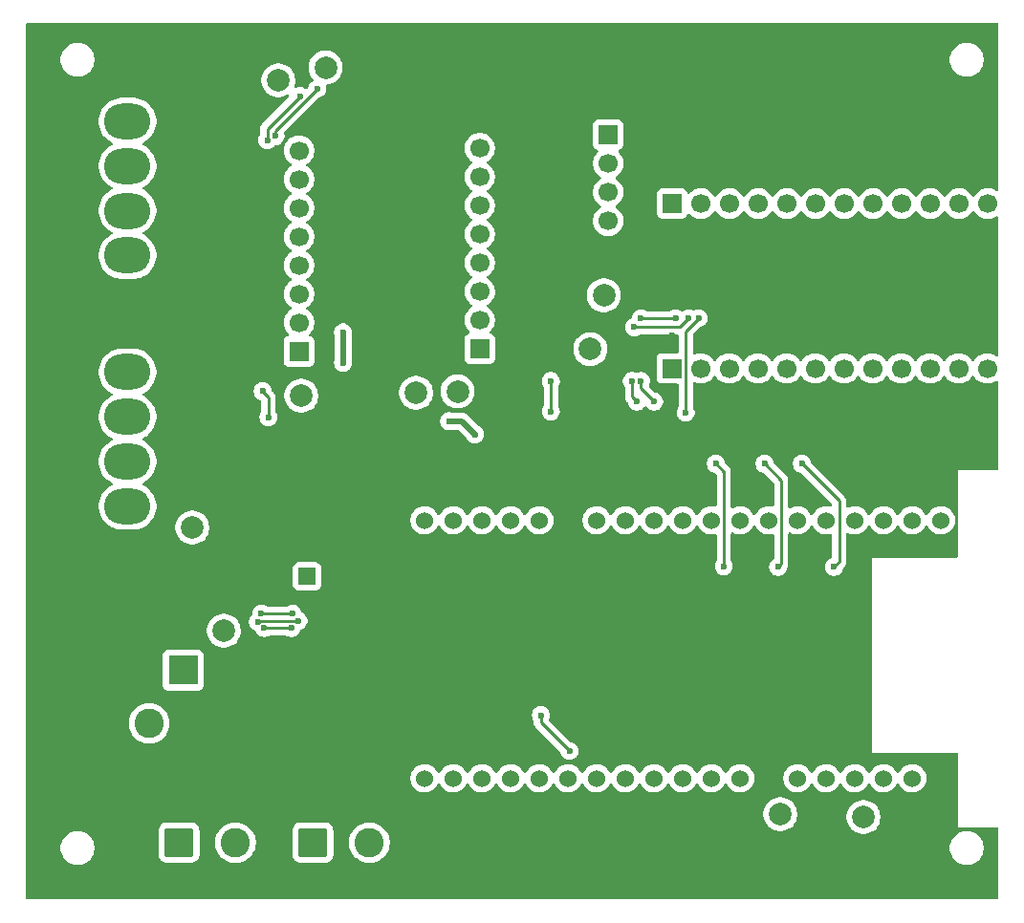
<source format=gbl>
%TF.GenerationSoftware,KiCad,Pcbnew,9.0.5*%
%TF.CreationDate,2025-11-07T06:41:31-08:00*%
%TF.ProjectId,SoftKeyboardController,536f6674-4b65-4796-926f-617264436f6e,v1.5*%
%TF.SameCoordinates,Original*%
%TF.FileFunction,Copper,L2,Bot*%
%TF.FilePolarity,Positive*%
%FSLAX46Y46*%
G04 Gerber Fmt 4.6, Leading zero omitted, Abs format (unit mm)*
G04 Created by KiCad (PCBNEW 9.0.5) date 2025-11-07 06:41:31*
%MOMM*%
%LPD*%
G01*
G04 APERTURE LIST*
G04 Aperture macros list*
%AMRoundRect*
0 Rectangle with rounded corners*
0 $1 Rounding radius*
0 $2 $3 $4 $5 $6 $7 $8 $9 X,Y pos of 4 corners*
0 Add a 4 corners polygon primitive as box body*
4,1,4,$2,$3,$4,$5,$6,$7,$8,$9,$2,$3,0*
0 Add four circle primitives for the rounded corners*
1,1,$1+$1,$2,$3*
1,1,$1+$1,$4,$5*
1,1,$1+$1,$6,$7*
1,1,$1+$1,$8,$9*
0 Add four rect primitives between the rounded corners*
20,1,$1+$1,$2,$3,$4,$5,0*
20,1,$1+$1,$4,$5,$6,$7,0*
20,1,$1+$1,$6,$7,$8,$9,0*
20,1,$1+$1,$8,$9,$2,$3,0*%
G04 Aperture macros list end*
%TA.AperFunction,ComponentPad*%
%ADD10R,1.700000X1.700000*%
%TD*%
%TA.AperFunction,ComponentPad*%
%ADD11C,1.700000*%
%TD*%
%TA.AperFunction,ComponentPad*%
%ADD12R,2.600000X2.600000*%
%TD*%
%TA.AperFunction,ComponentPad*%
%ADD13C,2.600000*%
%TD*%
%TA.AperFunction,ComponentPad*%
%ADD14RoundRect,0.250000X1.800000X-1.330000X1.800000X1.330000X-1.800000X1.330000X-1.800000X-1.330000X0*%
%TD*%
%TA.AperFunction,ComponentPad*%
%ADD15O,4.100000X3.160000*%
%TD*%
%TA.AperFunction,ComponentPad*%
%ADD16RoundRect,0.250000X-1.050000X-1.050000X1.050000X-1.050000X1.050000X1.050000X-1.050000X1.050000X0*%
%TD*%
%TA.AperFunction,ComponentPad*%
%ADD17C,2.000000*%
%TD*%
%TA.AperFunction,ComponentPad*%
%ADD18RoundRect,0.250000X-0.550000X-0.550000X0.550000X-0.550000X0.550000X0.550000X-0.550000X0.550000X0*%
%TD*%
%TA.AperFunction,ComponentPad*%
%ADD19C,1.600000*%
%TD*%
%TA.AperFunction,ComponentPad*%
%ADD20C,1.524000*%
%TD*%
%TA.AperFunction,ViaPad*%
%ADD21C,0.600000*%
%TD*%
%TA.AperFunction,Conductor*%
%ADD22C,0.254000*%
%TD*%
%TA.AperFunction,Conductor*%
%ADD23C,0.508000*%
%TD*%
G04 APERTURE END LIST*
D10*
%TO.P,J2,1,Pin_1*%
%TO.N,Net-(ESP1-GPIO1{slash}TX0)*%
X204470000Y-53647000D03*
D11*
%TO.P,J2,2,Pin_2*%
%TO.N,SCL*%
X204470000Y-56187000D03*
%TO.P,J2,3,Pin_3*%
%TO.N,SDA*%
X204470000Y-58727000D03*
%TO.P,J2,4,Pin_4*%
%TO.N,+3V3*%
X204470000Y-61267000D03*
%TO.P,J2,5,Pin_5*%
%TO.N,GND*%
X204470000Y-63807000D03*
%TD*%
D12*
%TO.P,J1,1*%
%TO.N,Net-(U6-VM)*%
X166830000Y-101091000D03*
D13*
%TO.P,J1,2*%
%TO.N,GND*%
X160830000Y-101091000D03*
%TO.P,J1,3*%
%TO.N,unconnected-(J1-Pad3)*%
X163830000Y-105791000D03*
%TD*%
D14*
%TO.P,J10,1,Pin_1*%
%TO.N,GND*%
X161910000Y-68298000D03*
D15*
%TO.P,J10,2,Pin_2*%
%TO.N,unconnected-(J10-Pin_2-Pad2)*%
X161910000Y-64338000D03*
%TO.P,J10,3,Pin_3*%
%TO.N,Net-(J10-Pin_3)*%
X161910000Y-60378000D03*
%TO.P,J10,4,Pin_4*%
%TO.N,5v*%
X161910000Y-56418000D03*
%TO.P,J10,5,Pin_5*%
%TO.N,Net-(J10-Pin_5)*%
X161910000Y-52458000D03*
%TD*%
D16*
%TO.P,J3,1,Pin_1*%
%TO.N,Net-(J3-Pin_1)*%
X166470000Y-116365000D03*
D13*
%TO.P,J3,2,Pin_2*%
%TO.N,Net-(J3-Pin_2)*%
X171470000Y-116365000D03*
%TD*%
D17*
%TO.P,TP7,1,1*%
%TO.N,SCL*%
X179451000Y-47678000D03*
%TD*%
D18*
%TO.P,C1,1*%
%TO.N,Net-(U6-VM)*%
X177798349Y-92763000D03*
D19*
%TO.P,C1,2*%
%TO.N,GND*%
X181298349Y-92763000D03*
%TD*%
D16*
%TO.P,J4,1,Pin_1*%
%TO.N,Net-(J4-Pin_1)*%
X178328000Y-116365000D03*
D13*
%TO.P,J4,2,Pin_2*%
%TO.N,Net-(J4-Pin_2)*%
X183328000Y-116365000D03*
%TD*%
D20*
%TO.P,ESP1,1,3V3*%
%TO.N,+3V3*%
X233934000Y-87810000D03*
%TO.P,ESP1,2,~{RST/EN}*%
%TO.N,unconnected-(ESP1-~{RST{slash}EN}-Pad2)*%
X231394000Y-87810000D03*
%TO.P,ESP1,3,GPIO36/ADC0*%
%TO.N,I_Op*%
X228854000Y-87810000D03*
%TO.P,ESP1,4,GPI39/ADC3*%
%TO.N,Net-(ESP1-GPI39{slash}ADC3)*%
X226314000Y-87810000D03*
%TO.P,ESP1,5,GPI34/ADC6*%
%TO.N,Net-(ESP1-GPI34{slash}ADC6)*%
X223774000Y-87810000D03*
%TO.P,ESP1,6,GPI35/ADC7*%
%TO.N,~{Multi}*%
X221234000Y-87810000D03*
%TO.P,ESP1,7,GPIO32/ADC4*%
%TO.N,s3*%
X218694000Y-87810000D03*
%TO.P,ESP1,8,GPIO33/ADC5*%
%TO.N,s2*%
X216154000Y-87810000D03*
%TO.P,ESP1,9,GPIO25/DAC1*%
%TO.N,s1*%
X213614000Y-87810000D03*
%TO.P,ESP1,10,GPIO26/DAC2*%
%TO.N,s0*%
X211074000Y-87810000D03*
%TO.P,ESP1,11,GPIO27*%
%TO.N,Net-(ESP1-GPIO27)*%
X208534000Y-87810000D03*
%TO.P,ESP1,12,GPIO14*%
%TO.N,Net-(ESP1-GPIO14)*%
X205994000Y-87810000D03*
%TO.P,ESP1,13,GPIO12*%
%TO.N,Net-(ESP1-GPIO12)*%
X203454000Y-87810000D03*
%TO.P,ESP1,14,GND*%
%TO.N,GND*%
X200914000Y-87810000D03*
%TO.P,ESP1,15,GPIO13*%
%TO.N,Net-(ESP1-GPIO13)*%
X198374000Y-87810000D03*
%TO.P,ESP1,16,(RX1/F-D2)*%
%TO.N,unconnected-(ESP1-(RX1{slash}F-D2)-Pad16)*%
X195834000Y-87810000D03*
%TO.P,ESP1,17,(TX1/F-D3)*%
%TO.N,unconnected-(ESP1-(TX1{slash}F-D3)-Pad17)*%
X193294000Y-87810000D03*
%TO.P,ESP1,18,(F-CMD)*%
%TO.N,unconnected-(ESP1-(F-CMD)-Pad18)*%
X190754000Y-87810000D03*
%TO.P,ESP1,19,Vin5V*%
%TO.N,5v*%
X188214000Y-87810000D03*
%TO.P,ESP1,20,(F-CK)*%
%TO.N,unconnected-(ESP1-(F-CK)-Pad20)*%
X188214000Y-110670000D03*
%TO.P,ESP1,21,(F-D0)*%
%TO.N,unconnected-(ESP1-(F-D0)-Pad21)*%
X190754000Y-110670000D03*
%TO.P,ESP1,22,(F-D1)*%
%TO.N,unconnected-(ESP1-(F-D1)-Pad22)*%
X193294000Y-110670000D03*
%TO.P,ESP1,23,GPIO15*%
%TO.N,unconnected-(ESP1-GPIO15-Pad23)*%
X195834000Y-110670000D03*
%TO.P,ESP1,24,GPIO2*%
%TO.N,Net-(ESP1-GPIO2)*%
X198374000Y-110670000D03*
%TO.P,ESP1,25,GPIO0/~{PROG}*%
%TO.N,unconnected-(ESP1-GPIO0{slash}~{PROG}-Pad25)*%
X200914000Y-110670000D03*
%TO.P,ESP1,26,GPIO4*%
%TO.N,Net-(ESP1-GPIO4)*%
X203454000Y-110670000D03*
%TO.P,ESP1,27,GPIO16/RX2*%
%TO.N,Net-(ESP1-GPIO16{slash}RX2)*%
X205994000Y-110670000D03*
%TO.P,ESP1,28,GPIO17/TX2*%
%TO.N,Net-(ESP1-GPIO17{slash}TX2)*%
X208534000Y-110670000D03*
%TO.P,ESP1,29,GPIO5*%
%TO.N,unconnected-(ESP1-GPIO5-Pad29)*%
X211074000Y-110670000D03*
%TO.P,ESP1,30,GPIO18/SCK*%
%TO.N,Net-(ESP1-GPIO18{slash}SCK)*%
X213614000Y-110670000D03*
%TO.P,ESP1,31,GPIO19/CIPO*%
%TO.N,Net-(ESP1-GPIO19{slash}CIPO)*%
X216154000Y-110670000D03*
%TO.P,ESP1,32,GND*%
%TO.N,GND*%
X218694000Y-110670000D03*
%TO.P,ESP1,33,GPIO21/SDA*%
%TO.N,SCL*%
X221234000Y-110670000D03*
%TO.P,ESP1,34,GPIO3/RX0*%
%TO.N,unconnected-(ESP1-GPIO3{slash}RX0-Pad34)*%
X223774000Y-110670000D03*
%TO.P,ESP1,35,GPIO1/TX0*%
%TO.N,Net-(ESP1-GPIO1{slash}TX0)*%
X226314000Y-110670000D03*
%TO.P,ESP1,36,GPIO22/SCL*%
%TO.N,SDA*%
X228854000Y-110670000D03*
%TO.P,ESP1,37,GPIO23/COPI*%
%TO.N,unconnected-(ESP1-GPIO23{slash}COPI-Pad37)*%
X231394000Y-110670000D03*
%TO.P,ESP1,38,GND*%
%TO.N,GND*%
X233934000Y-110670000D03*
%TD*%
D17*
%TO.P,TP6,1,1*%
%TO.N,SCL*%
X202882500Y-72633500D03*
%TD*%
%TO.P,TP11,1,1*%
%TO.N,Net-(U6-VM)*%
X170434000Y-97589000D03*
%TD*%
%TO.P,TP2,1,1*%
%TO.N,Net-(U4-+)*%
X191135000Y-76380000D03*
%TD*%
%TO.P,TP4,1,1*%
%TO.N,SCL*%
X219710000Y-113845000D03*
%TD*%
D10*
%TO.P,J8,1,Pin_1*%
%TO.N,Net-(J8-Pin_1)*%
X177094000Y-72835000D03*
D11*
%TO.P,J8,2,Pin_2*%
%TO.N,Net-(J8-Pin_2)*%
X177094000Y-70295000D03*
%TO.P,J8,3,Pin_3*%
%TO.N,Net-(J8-Pin_3)*%
X177094000Y-67755000D03*
%TO.P,J8,4,Pin_4*%
%TO.N,Net-(J8-Pin_4)*%
X177094000Y-65215000D03*
%TO.P,J8,5,Pin_5*%
%TO.N,Net-(J8-Pin_5)*%
X177094000Y-62675000D03*
%TO.P,J8,6,Pin_6*%
%TO.N,Net-(J8-Pin_6)*%
X177094000Y-60135000D03*
%TO.P,J8,7,Pin_7*%
%TO.N,Net-(J8-Pin_7)*%
X177094000Y-57595000D03*
%TO.P,J8,8,Pin_8*%
%TO.N,Net-(J8-Pin_8)*%
X177094000Y-55055000D03*
%TD*%
D10*
%TO.P,J7,1,Pin_1*%
%TO.N,Net-(J7-Pin_1)*%
X193096400Y-72616800D03*
D11*
%TO.P,J7,2,Pin_2*%
%TO.N,Net-(J7-Pin_2)*%
X193096400Y-70076800D03*
%TO.P,J7,3,Pin_3*%
%TO.N,Net-(J7-Pin_3)*%
X193096400Y-67536800D03*
%TO.P,J7,4,Pin_4*%
%TO.N,Net-(J7-Pin_4)*%
X193096400Y-64996800D03*
%TO.P,J7,5,Pin_5*%
%TO.N,Net-(J7-Pin_5)*%
X193096400Y-62456800D03*
%TO.P,J7,6,Pin_6*%
%TO.N,Net-(J7-Pin_6)*%
X193096400Y-59916800D03*
%TO.P,J7,7,Pin_7*%
%TO.N,Net-(J7-Pin_7)*%
X193096400Y-57376800D03*
%TO.P,J7,8,Pin_8*%
%TO.N,Net-(J7-Pin_8)*%
X193096400Y-54836800D03*
%TD*%
D10*
%TO.P,J6,1,Pin_1*%
%TO.N,Net-(IC1-LED0)*%
X210104200Y-74349400D03*
D11*
%TO.P,J6,2,Pin_2*%
%TO.N,Net-(IC1-LED1)*%
X212644200Y-74349400D03*
%TO.P,J6,3,Pin_3*%
%TO.N,Net-(IC1-LED2)*%
X215184200Y-74349400D03*
%TO.P,J6,4,Pin_4*%
%TO.N,Net-(IC1-LED3)*%
X217724200Y-74349400D03*
%TO.P,J6,5,Pin_5*%
%TO.N,Net-(IC1-LED4)*%
X220264200Y-74349400D03*
%TO.P,J6,6,Pin_6*%
%TO.N,Net-(IC1-LED5)*%
X222804200Y-74349400D03*
%TO.P,J6,7,Pin_7*%
%TO.N,Net-(IC1-LED6)*%
X225344200Y-74349400D03*
%TO.P,J6,8,Pin_8*%
%TO.N,Net-(IC1-LED7)*%
X227884200Y-74349400D03*
%TO.P,J6,9,Pin_9*%
%TO.N,Net-(IC1-LED8)*%
X230424200Y-74349400D03*
%TO.P,J6,10,Pin_10*%
%TO.N,Net-(IC1-LED9)*%
X232964200Y-74349400D03*
%TO.P,J6,11,Pin_11*%
%TO.N,Net-(IC1-LED10)*%
X235504200Y-74349400D03*
%TO.P,J6,12,Pin_12*%
%TO.N,Net-(IC1-LED11)*%
X238044200Y-74349400D03*
%TD*%
D17*
%TO.P,TP8,1,1*%
%TO.N,SDA*%
X175260000Y-48821000D03*
%TD*%
%TO.P,TP1,1,1*%
%TO.N,I_Op*%
X187452000Y-76507000D03*
%TD*%
%TO.P,TP10,1,1*%
%TO.N,+3V3*%
X177292000Y-76761000D03*
%TD*%
%TO.P,TP5,1,1*%
%TO.N,SDA*%
X204089000Y-67871000D03*
%TD*%
D14*
%TO.P,J9,1,Pin_1*%
%TO.N,GND*%
X161910000Y-90523000D03*
D15*
%TO.P,J9,2,Pin_2*%
%TO.N,unconnected-(J9-Pin_2-Pad2)*%
X161910000Y-86563000D03*
%TO.P,J9,3,Pin_3*%
%TO.N,Net-(J9-Pin_3)*%
X161910000Y-82603000D03*
%TO.P,J9,4,Pin_4*%
%TO.N,5v*%
X161910000Y-78643000D03*
%TO.P,J9,5,Pin_5*%
%TO.N,Net-(J9-Pin_5)*%
X161910000Y-74683000D03*
%TD*%
D10*
%TO.P,J5,1,Pin_1*%
%TO.N,Net-(IC1-LED23)*%
X210133200Y-59744400D03*
D11*
%TO.P,J5,2,Pin_2*%
%TO.N,Net-(IC1-LED22)*%
X212673200Y-59744400D03*
%TO.P,J5,3,Pin_3*%
%TO.N,Net-(IC1-LED21)*%
X215213200Y-59744400D03*
%TO.P,J5,4,Pin_4*%
%TO.N,Net-(IC1-LED20)*%
X217753200Y-59744400D03*
%TO.P,J5,5,Pin_5*%
%TO.N,Net-(IC1-LED19)*%
X220293200Y-59744400D03*
%TO.P,J5,6,Pin_6*%
%TO.N,Net-(IC1-LED18)*%
X222833200Y-59744400D03*
%TO.P,J5,7,Pin_7*%
%TO.N,Net-(IC1-LED17)*%
X225373200Y-59744400D03*
%TO.P,J5,8,Pin_8*%
%TO.N,Net-(IC1-LED16)*%
X227913200Y-59744400D03*
%TO.P,J5,9,Pin_9*%
%TO.N,Net-(IC1-LED15)*%
X230453200Y-59744400D03*
%TO.P,J5,10,Pin_10*%
%TO.N,Net-(IC1-LED14)*%
X232993200Y-59744400D03*
%TO.P,J5,11,Pin_11*%
%TO.N,Net-(IC1-LED13)*%
X235533200Y-59744400D03*
%TO.P,J5,12,Pin_12*%
%TO.N,Net-(IC1-LED12)*%
X238073200Y-59744400D03*
%TD*%
D17*
%TO.P,TP9,1,1*%
%TO.N,5v*%
X167640000Y-88445000D03*
%TD*%
%TO.P,TP3,1,1*%
%TO.N,SDA*%
X227076000Y-114099000D03*
%TD*%
D21*
%TO.N,GND*%
X172466000Y-100637000D03*
X188600200Y-73967000D03*
X171196000Y-101272000D03*
X225044000Y-66093000D03*
X183261000Y-98859000D03*
X222758000Y-67617000D03*
X200451400Y-74256800D03*
X224282000Y-67617000D03*
X223520000Y-66855000D03*
X223520000Y-65331000D03*
X222758000Y-66855000D03*
X221996000Y-66093000D03*
X172466000Y-101907000D03*
X224282000Y-66093000D03*
X171196000Y-100002000D03*
X188676400Y-59119000D03*
X175006000Y-73205000D03*
X221996000Y-65331000D03*
X224282000Y-65331000D03*
X171196000Y-100637000D03*
X195707000Y-79174000D03*
X185674000Y-69649000D03*
X178562000Y-108257000D03*
X221996000Y-67617000D03*
X225044000Y-67617000D03*
X225044000Y-65331000D03*
X171831000Y-100637000D03*
X172979100Y-91178000D03*
X172649000Y-80328000D03*
X171831000Y-101907000D03*
X224282000Y-66855000D03*
X172466000Y-101272000D03*
X171196000Y-101907000D03*
X210101800Y-71427000D03*
X171831000Y-101272000D03*
X221996000Y-66855000D03*
X171831000Y-100002000D03*
X171704000Y-108511000D03*
X222758000Y-66093000D03*
X172466000Y-100002000D03*
X223520000Y-67617000D03*
X170058100Y-91457400D03*
X186436000Y-72697000D03*
X223520000Y-66093000D03*
X222758000Y-65331000D03*
X225044000Y-66855000D03*
%TO.N,SCL*%
X178689000Y-49591000D03*
X214704000Y-91891400D03*
X206574221Y-75473600D03*
X207010000Y-77286400D03*
X175006000Y-53766000D03*
X206746600Y-70703003D03*
X213995000Y-82791000D03*
X211582000Y-69903000D03*
%TO.N,SDA*%
X207374223Y-75473601D03*
X224472500Y-91937500D03*
X177165000Y-50218000D03*
X221615000Y-82791000D03*
X174284699Y-54112013D03*
X210439000Y-69903000D03*
X208534000Y-77286400D03*
X207373600Y-69903000D03*
%TO.N,Net-(U6-VINT)*%
X174021750Y-97366750D03*
X176403000Y-97366750D03*
%TO.N,Net-(ESP1-GPIO19{slash}CIPO)*%
X176530000Y-96065000D03*
X173731406Y-96067552D03*
%TO.N,Net-(ESP1-GPIO18{slash}SCK)*%
X177038000Y-96708000D03*
X173443473Y-96813942D03*
%TO.N,Net-(ESP1-GPIO1{slash}TX0)*%
X212471000Y-69903000D03*
X218313000Y-82791000D03*
X219519500Y-91937500D03*
X211328000Y-78285000D03*
%TO.N,I_Op*%
X190373000Y-79029600D03*
X192659000Y-80190000D03*
%TO.N,Net-(ESP1-GPIO4)*%
X201041000Y-108257000D03*
X198501000Y-105082000D03*
%TO.N,Net-(U4--)*%
X180992400Y-71167078D03*
X180992400Y-73840000D03*
%TO.N,Net-(ESP1-GPI34{slash}ADC6)*%
X173863000Y-76373600D03*
X174371000Y-78666000D03*
%TO.N,Net-(ESP1-GPI39{slash}ADC3)*%
X199390000Y-75473600D03*
X199390000Y-78157000D03*
%TD*%
D22*
%TO.N,SCL*%
X206574221Y-76833221D02*
X206574221Y-75473600D01*
X175006000Y-53274000D02*
X178689000Y-49591000D01*
X214704000Y-83500000D02*
X213995000Y-82791000D01*
X207010000Y-77269000D02*
X206574221Y-76833221D01*
X206746600Y-70703003D02*
X210781997Y-70703003D01*
X175006000Y-53766000D02*
X175006000Y-53274000D01*
X207010000Y-77286400D02*
X207010000Y-77269000D01*
X210781997Y-70703003D02*
X211582000Y-69903000D01*
X214704000Y-91891400D02*
X214704000Y-83500000D01*
%TO.N,SDA*%
X208534000Y-77286400D02*
X208534000Y-77269000D01*
X174284699Y-53098301D02*
X177165000Y-50218000D01*
X207374223Y-76109223D02*
X207374223Y-75473601D01*
X224917000Y-86093000D02*
X221615000Y-82791000D01*
X224917000Y-91493000D02*
X224917000Y-86093000D01*
X208534000Y-77269000D02*
X207374223Y-76109223D01*
X174284699Y-54112013D02*
X174284699Y-53098301D01*
X207373600Y-69903000D02*
X210439000Y-69903000D01*
X224472500Y-91937500D02*
X224917000Y-91493000D01*
%TO.N,Net-(U6-VINT)*%
X176403000Y-97366750D02*
X174021750Y-97366750D01*
%TO.N,Net-(ESP1-GPIO19{slash}CIPO)*%
X173731406Y-96067552D02*
X173733958Y-96065000D01*
X173733958Y-96065000D02*
X176530000Y-96065000D01*
%TO.N,Net-(ESP1-GPIO18{slash}SCK)*%
X177030000Y-96700000D02*
X177038000Y-96708000D01*
X173559329Y-96700000D02*
X177030000Y-96700000D01*
X173443473Y-96813942D02*
X173445387Y-96813942D01*
X173445387Y-96813942D02*
X173559329Y-96700000D01*
%TO.N,Net-(ESP1-GPIO1{slash}TX0)*%
X219784000Y-84262000D02*
X218313000Y-82791000D01*
X219784000Y-91673000D02*
X219784000Y-84262000D01*
X219519500Y-91937500D02*
X219784000Y-91673000D01*
X211328000Y-78285000D02*
X211328000Y-71046000D01*
X211328000Y-71046000D02*
X212471000Y-69903000D01*
D23*
%TO.N,I_Op*%
X191498600Y-79029600D02*
X190373000Y-79029600D01*
X192659000Y-80190000D02*
X191498600Y-79029600D01*
D22*
%TO.N,Net-(ESP1-GPIO4)*%
X198501000Y-105717000D02*
X198501000Y-105082000D01*
X201041000Y-108257000D02*
X198501000Y-105717000D01*
D23*
%TO.N,Net-(U4--)*%
X180975000Y-71184478D02*
X180975000Y-73822600D01*
X180975000Y-73822600D02*
X180992400Y-73840000D01*
X180992400Y-71167078D02*
X180975000Y-71184478D01*
D22*
%TO.N,Net-(ESP1-GPI34{slash}ADC6)*%
X174371000Y-76888000D02*
X174371000Y-78666000D01*
X173863000Y-76373600D02*
X173863000Y-76380000D01*
X173863000Y-76380000D02*
X174371000Y-76888000D01*
%TO.N,Net-(ESP1-GPI39{slash}ADC3)*%
X199390000Y-75473600D02*
X199390000Y-78157000D01*
%TD*%
%TA.AperFunction,Conductor*%
%TO.N,GND*%
G36*
X177165000Y-102796000D02*
G01*
X170815000Y-102796000D01*
X170815000Y-99494000D01*
X177165000Y-99494000D01*
X177165000Y-102796000D01*
G37*
%TD.AperFunction*%
%TD*%
%TA.AperFunction,Conductor*%
%TO.N,GND*%
G36*
X238964539Y-43753185D02*
G01*
X239010294Y-43805989D01*
X239021500Y-43857500D01*
X239021500Y-58520706D01*
X239001815Y-58587745D01*
X238949011Y-58633500D01*
X238879853Y-58643444D01*
X238824616Y-58621025D01*
X238781018Y-58589350D01*
X238591614Y-58492844D01*
X238591613Y-58492843D01*
X238591612Y-58492843D01*
X238389443Y-58427154D01*
X238389441Y-58427153D01*
X238389440Y-58427153D01*
X238228157Y-58401608D01*
X238179487Y-58393900D01*
X237966913Y-58393900D01*
X237918242Y-58401608D01*
X237756960Y-58427153D01*
X237655872Y-58459998D01*
X237610362Y-58474786D01*
X237554785Y-58492844D01*
X237365379Y-58589351D01*
X237193413Y-58714290D01*
X237043090Y-58864613D01*
X236918149Y-59036582D01*
X236913684Y-59045346D01*
X236865709Y-59096142D01*
X236797888Y-59112936D01*
X236731753Y-59090398D01*
X236692716Y-59045346D01*
X236688250Y-59036582D01*
X236563309Y-58864613D01*
X236412986Y-58714290D01*
X236241020Y-58589351D01*
X236051614Y-58492844D01*
X236051613Y-58492843D01*
X236051612Y-58492843D01*
X235849443Y-58427154D01*
X235849441Y-58427153D01*
X235849440Y-58427153D01*
X235688157Y-58401608D01*
X235639487Y-58393900D01*
X235426913Y-58393900D01*
X235378242Y-58401608D01*
X235216960Y-58427153D01*
X235115872Y-58459998D01*
X235070362Y-58474786D01*
X235014785Y-58492844D01*
X234825379Y-58589351D01*
X234653413Y-58714290D01*
X234503090Y-58864613D01*
X234378149Y-59036582D01*
X234373684Y-59045346D01*
X234325709Y-59096142D01*
X234257888Y-59112936D01*
X234191753Y-59090398D01*
X234152716Y-59045346D01*
X234148250Y-59036582D01*
X234023309Y-58864613D01*
X233872986Y-58714290D01*
X233701020Y-58589351D01*
X233511614Y-58492844D01*
X233511613Y-58492843D01*
X233511612Y-58492843D01*
X233309443Y-58427154D01*
X233309441Y-58427153D01*
X233309440Y-58427153D01*
X233148157Y-58401608D01*
X233099487Y-58393900D01*
X232886913Y-58393900D01*
X232838242Y-58401608D01*
X232676960Y-58427153D01*
X232575872Y-58459998D01*
X232530362Y-58474786D01*
X232474785Y-58492844D01*
X232285379Y-58589351D01*
X232113413Y-58714290D01*
X231963090Y-58864613D01*
X231838149Y-59036582D01*
X231833684Y-59045346D01*
X231785709Y-59096142D01*
X231717888Y-59112936D01*
X231651753Y-59090398D01*
X231612716Y-59045346D01*
X231608250Y-59036582D01*
X231483309Y-58864613D01*
X231332986Y-58714290D01*
X231161020Y-58589351D01*
X230971614Y-58492844D01*
X230971613Y-58492843D01*
X230971612Y-58492843D01*
X230769443Y-58427154D01*
X230769441Y-58427153D01*
X230769440Y-58427153D01*
X230608157Y-58401608D01*
X230559487Y-58393900D01*
X230346913Y-58393900D01*
X230298242Y-58401608D01*
X230136960Y-58427153D01*
X230035872Y-58459998D01*
X229990362Y-58474786D01*
X229934785Y-58492844D01*
X229745379Y-58589351D01*
X229573413Y-58714290D01*
X229423090Y-58864613D01*
X229298149Y-59036582D01*
X229293684Y-59045346D01*
X229245709Y-59096142D01*
X229177888Y-59112936D01*
X229111753Y-59090398D01*
X229072716Y-59045346D01*
X229068250Y-59036582D01*
X228943309Y-58864613D01*
X228792986Y-58714290D01*
X228621020Y-58589351D01*
X228431614Y-58492844D01*
X228431613Y-58492843D01*
X228431612Y-58492843D01*
X228229443Y-58427154D01*
X228229441Y-58427153D01*
X228229440Y-58427153D01*
X228068157Y-58401608D01*
X228019487Y-58393900D01*
X227806913Y-58393900D01*
X227758242Y-58401608D01*
X227596960Y-58427153D01*
X227495872Y-58459998D01*
X227450362Y-58474786D01*
X227394785Y-58492844D01*
X227205379Y-58589351D01*
X227033413Y-58714290D01*
X226883090Y-58864613D01*
X226758149Y-59036582D01*
X226753684Y-59045346D01*
X226705709Y-59096142D01*
X226637888Y-59112936D01*
X226571753Y-59090398D01*
X226532716Y-59045346D01*
X226528250Y-59036582D01*
X226403309Y-58864613D01*
X226252986Y-58714290D01*
X226081020Y-58589351D01*
X225891614Y-58492844D01*
X225891613Y-58492843D01*
X225891612Y-58492843D01*
X225689443Y-58427154D01*
X225689441Y-58427153D01*
X225689440Y-58427153D01*
X225528157Y-58401608D01*
X225479487Y-58393900D01*
X225266913Y-58393900D01*
X225218242Y-58401608D01*
X225056960Y-58427153D01*
X224955872Y-58459998D01*
X224910362Y-58474786D01*
X224854785Y-58492844D01*
X224665379Y-58589351D01*
X224493413Y-58714290D01*
X224343090Y-58864613D01*
X224218149Y-59036582D01*
X224213684Y-59045346D01*
X224165709Y-59096142D01*
X224097888Y-59112936D01*
X224031753Y-59090398D01*
X223992716Y-59045346D01*
X223988250Y-59036582D01*
X223863309Y-58864613D01*
X223712986Y-58714290D01*
X223541020Y-58589351D01*
X223351614Y-58492844D01*
X223351613Y-58492843D01*
X223351612Y-58492843D01*
X223149443Y-58427154D01*
X223149441Y-58427153D01*
X223149440Y-58427153D01*
X222988157Y-58401608D01*
X222939487Y-58393900D01*
X222726913Y-58393900D01*
X222678242Y-58401608D01*
X222516960Y-58427153D01*
X222415872Y-58459998D01*
X222370362Y-58474786D01*
X222314785Y-58492844D01*
X222125379Y-58589351D01*
X221953413Y-58714290D01*
X221803090Y-58864613D01*
X221678149Y-59036582D01*
X221673684Y-59045346D01*
X221625709Y-59096142D01*
X221557888Y-59112936D01*
X221491753Y-59090398D01*
X221452716Y-59045346D01*
X221448250Y-59036582D01*
X221323309Y-58864613D01*
X221172986Y-58714290D01*
X221001020Y-58589351D01*
X220811614Y-58492844D01*
X220811613Y-58492843D01*
X220811612Y-58492843D01*
X220609443Y-58427154D01*
X220609441Y-58427153D01*
X220609440Y-58427153D01*
X220448157Y-58401608D01*
X220399487Y-58393900D01*
X220186913Y-58393900D01*
X220138242Y-58401608D01*
X219976960Y-58427153D01*
X219875872Y-58459998D01*
X219830362Y-58474786D01*
X219774785Y-58492844D01*
X219585379Y-58589351D01*
X219413413Y-58714290D01*
X219263090Y-58864613D01*
X219138149Y-59036582D01*
X219133684Y-59045346D01*
X219085709Y-59096142D01*
X219017888Y-59112936D01*
X218951753Y-59090398D01*
X218912716Y-59045346D01*
X218908250Y-59036582D01*
X218783309Y-58864613D01*
X218632986Y-58714290D01*
X218461020Y-58589351D01*
X218271614Y-58492844D01*
X218271613Y-58492843D01*
X218271612Y-58492843D01*
X218069443Y-58427154D01*
X218069441Y-58427153D01*
X218069440Y-58427153D01*
X217908157Y-58401608D01*
X217859487Y-58393900D01*
X217646913Y-58393900D01*
X217598242Y-58401608D01*
X217436960Y-58427153D01*
X217335872Y-58459998D01*
X217290362Y-58474786D01*
X217234785Y-58492844D01*
X217045379Y-58589351D01*
X216873413Y-58714290D01*
X216723090Y-58864613D01*
X216598149Y-59036582D01*
X216593684Y-59045346D01*
X216545709Y-59096142D01*
X216477888Y-59112936D01*
X216411753Y-59090398D01*
X216372716Y-59045346D01*
X216368250Y-59036582D01*
X216243309Y-58864613D01*
X216092986Y-58714290D01*
X215921020Y-58589351D01*
X215731614Y-58492844D01*
X215731613Y-58492843D01*
X215731612Y-58492843D01*
X215529443Y-58427154D01*
X215529441Y-58427153D01*
X215529440Y-58427153D01*
X215368157Y-58401608D01*
X215319487Y-58393900D01*
X215106913Y-58393900D01*
X215058242Y-58401608D01*
X214896960Y-58427153D01*
X214795872Y-58459998D01*
X214750362Y-58474786D01*
X214694785Y-58492844D01*
X214505379Y-58589351D01*
X214333413Y-58714290D01*
X214183090Y-58864613D01*
X214058149Y-59036582D01*
X214053684Y-59045346D01*
X214005709Y-59096142D01*
X213937888Y-59112936D01*
X213871753Y-59090398D01*
X213832716Y-59045346D01*
X213828250Y-59036582D01*
X213703309Y-58864613D01*
X213552986Y-58714290D01*
X213381020Y-58589351D01*
X213191614Y-58492844D01*
X213191613Y-58492843D01*
X213191612Y-58492843D01*
X212989443Y-58427154D01*
X212989441Y-58427153D01*
X212989440Y-58427153D01*
X212828157Y-58401608D01*
X212779487Y-58393900D01*
X212566913Y-58393900D01*
X212518242Y-58401608D01*
X212356960Y-58427153D01*
X212255872Y-58459998D01*
X212210362Y-58474786D01*
X212154785Y-58492844D01*
X211965379Y-58589351D01*
X211793415Y-58714289D01*
X211679873Y-58827831D01*
X211618550Y-58861315D01*
X211548858Y-58856331D01*
X211492925Y-58814459D01*
X211476010Y-58783482D01*
X211426997Y-58652071D01*
X211426993Y-58652064D01*
X211340747Y-58536855D01*
X211340744Y-58536852D01*
X211225535Y-58450606D01*
X211225528Y-58450602D01*
X211090682Y-58400308D01*
X211090683Y-58400308D01*
X211031083Y-58393901D01*
X211031081Y-58393900D01*
X211031073Y-58393900D01*
X211031064Y-58393900D01*
X209235329Y-58393900D01*
X209235323Y-58393901D01*
X209175716Y-58400308D01*
X209040871Y-58450602D01*
X209040864Y-58450606D01*
X208925655Y-58536852D01*
X208925652Y-58536855D01*
X208839406Y-58652064D01*
X208839402Y-58652071D01*
X208789108Y-58786917D01*
X208782701Y-58846516D01*
X208782700Y-58846535D01*
X208782700Y-60642270D01*
X208782701Y-60642276D01*
X208789108Y-60701883D01*
X208839402Y-60836728D01*
X208839406Y-60836735D01*
X208925652Y-60951944D01*
X208925655Y-60951947D01*
X209040864Y-61038193D01*
X209040871Y-61038197D01*
X209175717Y-61088491D01*
X209175716Y-61088491D01*
X209182644Y-61089235D01*
X209235327Y-61094900D01*
X211031072Y-61094899D01*
X211090683Y-61088491D01*
X211225531Y-61038196D01*
X211340746Y-60951946D01*
X211426996Y-60836731D01*
X211476010Y-60705316D01*
X211517881Y-60649384D01*
X211583345Y-60624966D01*
X211651618Y-60639817D01*
X211679873Y-60660969D01*
X211793413Y-60774509D01*
X211965379Y-60899448D01*
X211965381Y-60899449D01*
X211965384Y-60899451D01*
X212154788Y-60995957D01*
X212356957Y-61061646D01*
X212566913Y-61094900D01*
X212566914Y-61094900D01*
X212779486Y-61094900D01*
X212779487Y-61094900D01*
X212989443Y-61061646D01*
X213191612Y-60995957D01*
X213381016Y-60899451D01*
X213435151Y-60860120D01*
X213552986Y-60774509D01*
X213552988Y-60774506D01*
X213552992Y-60774504D01*
X213703304Y-60624192D01*
X213703306Y-60624188D01*
X213703309Y-60624186D01*
X213828248Y-60452220D01*
X213828247Y-60452220D01*
X213828251Y-60452216D01*
X213832714Y-60443454D01*
X213880688Y-60392659D01*
X213948508Y-60375863D01*
X214014644Y-60398399D01*
X214053686Y-60443456D01*
X214058151Y-60452220D01*
X214183090Y-60624186D01*
X214333413Y-60774509D01*
X214505379Y-60899448D01*
X214505381Y-60899449D01*
X214505384Y-60899451D01*
X214694788Y-60995957D01*
X214896957Y-61061646D01*
X215106913Y-61094900D01*
X215106914Y-61094900D01*
X215319486Y-61094900D01*
X215319487Y-61094900D01*
X215529443Y-61061646D01*
X215731612Y-60995957D01*
X215921016Y-60899451D01*
X215975151Y-60860120D01*
X216092986Y-60774509D01*
X216092988Y-60774506D01*
X216092992Y-60774504D01*
X216243304Y-60624192D01*
X216243306Y-60624188D01*
X216243309Y-60624186D01*
X216368248Y-60452220D01*
X216368247Y-60452220D01*
X216368251Y-60452216D01*
X216372714Y-60443454D01*
X216420688Y-60392659D01*
X216488508Y-60375863D01*
X216554644Y-60398399D01*
X216593686Y-60443456D01*
X216598151Y-60452220D01*
X216723090Y-60624186D01*
X216873413Y-60774509D01*
X217045379Y-60899448D01*
X217045381Y-60899449D01*
X217045384Y-60899451D01*
X217234788Y-60995957D01*
X217436957Y-61061646D01*
X217646913Y-61094900D01*
X217646914Y-61094900D01*
X217859486Y-61094900D01*
X217859487Y-61094900D01*
X218069443Y-61061646D01*
X218271612Y-60995957D01*
X218461016Y-60899451D01*
X218515151Y-60860120D01*
X218632986Y-60774509D01*
X218632988Y-60774506D01*
X218632992Y-60774504D01*
X218783304Y-60624192D01*
X218783306Y-60624188D01*
X218783309Y-60624186D01*
X218908248Y-60452220D01*
X218908247Y-60452220D01*
X218908251Y-60452216D01*
X218912714Y-60443454D01*
X218960688Y-60392659D01*
X219028508Y-60375863D01*
X219094644Y-60398399D01*
X219133686Y-60443456D01*
X219138151Y-60452220D01*
X219263090Y-60624186D01*
X219413413Y-60774509D01*
X219585379Y-60899448D01*
X219585381Y-60899449D01*
X219585384Y-60899451D01*
X219774788Y-60995957D01*
X219976957Y-61061646D01*
X220186913Y-61094900D01*
X220186914Y-61094900D01*
X220399486Y-61094900D01*
X220399487Y-61094900D01*
X220609443Y-61061646D01*
X220811612Y-60995957D01*
X221001016Y-60899451D01*
X221055151Y-60860120D01*
X221172986Y-60774509D01*
X221172988Y-60774506D01*
X221172992Y-60774504D01*
X221323304Y-60624192D01*
X221323306Y-60624188D01*
X221323309Y-60624186D01*
X221448248Y-60452220D01*
X221448247Y-60452220D01*
X221448251Y-60452216D01*
X221452714Y-60443454D01*
X221500688Y-60392659D01*
X221568508Y-60375863D01*
X221634644Y-60398399D01*
X221673686Y-60443456D01*
X221678151Y-60452220D01*
X221803090Y-60624186D01*
X221953413Y-60774509D01*
X222125379Y-60899448D01*
X222125381Y-60899449D01*
X222125384Y-60899451D01*
X222314788Y-60995957D01*
X222516957Y-61061646D01*
X222726913Y-61094900D01*
X222726914Y-61094900D01*
X222939486Y-61094900D01*
X222939487Y-61094900D01*
X223149443Y-61061646D01*
X223351612Y-60995957D01*
X223541016Y-60899451D01*
X223595151Y-60860120D01*
X223712986Y-60774509D01*
X223712988Y-60774506D01*
X223712992Y-60774504D01*
X223863304Y-60624192D01*
X223863306Y-60624188D01*
X223863309Y-60624186D01*
X223988248Y-60452220D01*
X223988247Y-60452220D01*
X223988251Y-60452216D01*
X223992714Y-60443454D01*
X224040688Y-60392659D01*
X224108508Y-60375863D01*
X224174644Y-60398399D01*
X224213686Y-60443456D01*
X224218151Y-60452220D01*
X224343090Y-60624186D01*
X224493413Y-60774509D01*
X224665379Y-60899448D01*
X224665381Y-60899449D01*
X224665384Y-60899451D01*
X224854788Y-60995957D01*
X225056957Y-61061646D01*
X225266913Y-61094900D01*
X225266914Y-61094900D01*
X225479486Y-61094900D01*
X225479487Y-61094900D01*
X225689443Y-61061646D01*
X225891612Y-60995957D01*
X226081016Y-60899451D01*
X226135151Y-60860120D01*
X226252986Y-60774509D01*
X226252988Y-60774506D01*
X226252992Y-60774504D01*
X226403304Y-60624192D01*
X226403306Y-60624188D01*
X226403309Y-60624186D01*
X226528248Y-60452220D01*
X226528247Y-60452220D01*
X226528251Y-60452216D01*
X226532714Y-60443454D01*
X226580688Y-60392659D01*
X226648508Y-60375863D01*
X226714644Y-60398399D01*
X226753686Y-60443456D01*
X226758151Y-60452220D01*
X226883090Y-60624186D01*
X227033413Y-60774509D01*
X227205379Y-60899448D01*
X227205381Y-60899449D01*
X227205384Y-60899451D01*
X227394788Y-60995957D01*
X227596957Y-61061646D01*
X227806913Y-61094900D01*
X227806914Y-61094900D01*
X228019486Y-61094900D01*
X228019487Y-61094900D01*
X228229443Y-61061646D01*
X228431612Y-60995957D01*
X228621016Y-60899451D01*
X228675151Y-60860120D01*
X228792986Y-60774509D01*
X228792988Y-60774506D01*
X228792992Y-60774504D01*
X228943304Y-60624192D01*
X228943306Y-60624188D01*
X228943309Y-60624186D01*
X229068248Y-60452220D01*
X229068247Y-60452220D01*
X229068251Y-60452216D01*
X229072714Y-60443454D01*
X229120688Y-60392659D01*
X229188508Y-60375863D01*
X229254644Y-60398399D01*
X229293686Y-60443456D01*
X229298151Y-60452220D01*
X229423090Y-60624186D01*
X229573413Y-60774509D01*
X229745379Y-60899448D01*
X229745381Y-60899449D01*
X229745384Y-60899451D01*
X229934788Y-60995957D01*
X230136957Y-61061646D01*
X230346913Y-61094900D01*
X230346914Y-61094900D01*
X230559486Y-61094900D01*
X230559487Y-61094900D01*
X230769443Y-61061646D01*
X230971612Y-60995957D01*
X231161016Y-60899451D01*
X231215151Y-60860120D01*
X231332986Y-60774509D01*
X231332988Y-60774506D01*
X231332992Y-60774504D01*
X231483304Y-60624192D01*
X231483306Y-60624188D01*
X231483309Y-60624186D01*
X231608248Y-60452220D01*
X231608247Y-60452220D01*
X231608251Y-60452216D01*
X231612714Y-60443454D01*
X231660688Y-60392659D01*
X231728508Y-60375863D01*
X231794644Y-60398399D01*
X231833686Y-60443456D01*
X231838151Y-60452220D01*
X231963090Y-60624186D01*
X232113413Y-60774509D01*
X232285379Y-60899448D01*
X232285381Y-60899449D01*
X232285384Y-60899451D01*
X232474788Y-60995957D01*
X232676957Y-61061646D01*
X232886913Y-61094900D01*
X232886914Y-61094900D01*
X233099486Y-61094900D01*
X233099487Y-61094900D01*
X233309443Y-61061646D01*
X233511612Y-60995957D01*
X233701016Y-60899451D01*
X233755151Y-60860120D01*
X233872986Y-60774509D01*
X233872988Y-60774506D01*
X233872992Y-60774504D01*
X234023304Y-60624192D01*
X234023306Y-60624188D01*
X234023309Y-60624186D01*
X234148248Y-60452220D01*
X234148247Y-60452220D01*
X234148251Y-60452216D01*
X234152714Y-60443454D01*
X234200688Y-60392659D01*
X234268508Y-60375863D01*
X234334644Y-60398399D01*
X234373686Y-60443456D01*
X234378151Y-60452220D01*
X234503090Y-60624186D01*
X234653413Y-60774509D01*
X234825379Y-60899448D01*
X234825381Y-60899449D01*
X234825384Y-60899451D01*
X235014788Y-60995957D01*
X235216957Y-61061646D01*
X235426913Y-61094900D01*
X235426914Y-61094900D01*
X235639486Y-61094900D01*
X235639487Y-61094900D01*
X235849443Y-61061646D01*
X236051612Y-60995957D01*
X236241016Y-60899451D01*
X236295151Y-60860120D01*
X236412986Y-60774509D01*
X236412988Y-60774506D01*
X236412992Y-60774504D01*
X236563304Y-60624192D01*
X236563306Y-60624188D01*
X236563309Y-60624186D01*
X236688248Y-60452220D01*
X236688247Y-60452220D01*
X236688251Y-60452216D01*
X236692714Y-60443454D01*
X236740688Y-60392659D01*
X236808508Y-60375863D01*
X236874644Y-60398399D01*
X236913686Y-60443456D01*
X236918151Y-60452220D01*
X237043090Y-60624186D01*
X237193413Y-60774509D01*
X237365379Y-60899448D01*
X237365381Y-60899449D01*
X237365384Y-60899451D01*
X237554788Y-60995957D01*
X237756957Y-61061646D01*
X237966913Y-61094900D01*
X237966914Y-61094900D01*
X238179486Y-61094900D01*
X238179487Y-61094900D01*
X238389443Y-61061646D01*
X238591612Y-60995957D01*
X238781016Y-60899451D01*
X238824615Y-60867774D01*
X238890421Y-60844295D01*
X238958475Y-60860120D01*
X239007170Y-60910226D01*
X239021500Y-60968093D01*
X239021500Y-73146776D01*
X239001815Y-73213815D01*
X238949011Y-73259570D01*
X238879853Y-73269514D01*
X238824615Y-73247094D01*
X238752020Y-73194351D01*
X238562614Y-73097844D01*
X238562613Y-73097843D01*
X238562612Y-73097843D01*
X238360443Y-73032154D01*
X238360441Y-73032153D01*
X238360440Y-73032153D01*
X238199157Y-73006608D01*
X238150487Y-72998900D01*
X237937913Y-72998900D01*
X237889242Y-73006608D01*
X237727960Y-73032153D01*
X237525785Y-73097844D01*
X237336379Y-73194351D01*
X237164413Y-73319290D01*
X237014090Y-73469613D01*
X236889149Y-73641582D01*
X236884684Y-73650346D01*
X236836709Y-73701142D01*
X236768888Y-73717936D01*
X236702753Y-73695398D01*
X236663716Y-73650346D01*
X236659250Y-73641582D01*
X236534309Y-73469613D01*
X236383986Y-73319290D01*
X236212020Y-73194351D01*
X236022614Y-73097844D01*
X236022613Y-73097843D01*
X236022612Y-73097843D01*
X235820443Y-73032154D01*
X235820441Y-73032153D01*
X235820440Y-73032153D01*
X235659157Y-73006608D01*
X235610487Y-72998900D01*
X235397913Y-72998900D01*
X235349242Y-73006608D01*
X235187960Y-73032153D01*
X234985785Y-73097844D01*
X234796379Y-73194351D01*
X234624413Y-73319290D01*
X234474090Y-73469613D01*
X234349149Y-73641582D01*
X234344684Y-73650346D01*
X234296709Y-73701142D01*
X234228888Y-73717936D01*
X234162753Y-73695398D01*
X234123716Y-73650346D01*
X234119250Y-73641582D01*
X233994309Y-73469613D01*
X233843986Y-73319290D01*
X233672020Y-73194351D01*
X233482614Y-73097844D01*
X233482613Y-73097843D01*
X233482612Y-73097843D01*
X233280443Y-73032154D01*
X233280441Y-73032153D01*
X233280440Y-73032153D01*
X233119157Y-73006608D01*
X233070487Y-72998900D01*
X232857913Y-72998900D01*
X232809242Y-73006608D01*
X232647960Y-73032153D01*
X232445785Y-73097844D01*
X232256379Y-73194351D01*
X232084413Y-73319290D01*
X231934090Y-73469613D01*
X231809149Y-73641582D01*
X231804684Y-73650346D01*
X231756709Y-73701142D01*
X231688888Y-73717936D01*
X231622753Y-73695398D01*
X231583716Y-73650346D01*
X231579250Y-73641582D01*
X231454309Y-73469613D01*
X231303986Y-73319290D01*
X231132020Y-73194351D01*
X230942614Y-73097844D01*
X230942613Y-73097843D01*
X230942612Y-73097843D01*
X230740443Y-73032154D01*
X230740441Y-73032153D01*
X230740440Y-73032153D01*
X230579157Y-73006608D01*
X230530487Y-72998900D01*
X230317913Y-72998900D01*
X230269242Y-73006608D01*
X230107960Y-73032153D01*
X229905785Y-73097844D01*
X229716379Y-73194351D01*
X229544413Y-73319290D01*
X229394090Y-73469613D01*
X229269149Y-73641582D01*
X229264684Y-73650346D01*
X229216709Y-73701142D01*
X229148888Y-73717936D01*
X229082753Y-73695398D01*
X229043716Y-73650346D01*
X229039250Y-73641582D01*
X228914309Y-73469613D01*
X228763986Y-73319290D01*
X228592020Y-73194351D01*
X228402614Y-73097844D01*
X228402613Y-73097843D01*
X228402612Y-73097843D01*
X228200443Y-73032154D01*
X228200441Y-73032153D01*
X228200440Y-73032153D01*
X228039157Y-73006608D01*
X227990487Y-72998900D01*
X227777913Y-72998900D01*
X227729242Y-73006608D01*
X227567960Y-73032153D01*
X227365785Y-73097844D01*
X227176379Y-73194351D01*
X227004413Y-73319290D01*
X226854090Y-73469613D01*
X226729149Y-73641582D01*
X226724684Y-73650346D01*
X226676709Y-73701142D01*
X226608888Y-73717936D01*
X226542753Y-73695398D01*
X226503716Y-73650346D01*
X226499250Y-73641582D01*
X226374309Y-73469613D01*
X226223986Y-73319290D01*
X226052020Y-73194351D01*
X225862614Y-73097844D01*
X225862613Y-73097843D01*
X225862612Y-73097843D01*
X225660443Y-73032154D01*
X225660441Y-73032153D01*
X225660440Y-73032153D01*
X225499157Y-73006608D01*
X225450487Y-72998900D01*
X225237913Y-72998900D01*
X225189242Y-73006608D01*
X225027960Y-73032153D01*
X224825785Y-73097844D01*
X224636379Y-73194351D01*
X224464413Y-73319290D01*
X224314090Y-73469613D01*
X224189149Y-73641582D01*
X224184684Y-73650346D01*
X224136709Y-73701142D01*
X224068888Y-73717936D01*
X224002753Y-73695398D01*
X223963716Y-73650346D01*
X223959250Y-73641582D01*
X223834309Y-73469613D01*
X223683986Y-73319290D01*
X223512020Y-73194351D01*
X223322614Y-73097844D01*
X223322613Y-73097843D01*
X223322612Y-73097843D01*
X223120443Y-73032154D01*
X223120441Y-73032153D01*
X223120440Y-73032153D01*
X222959157Y-73006608D01*
X222910487Y-72998900D01*
X222697913Y-72998900D01*
X222649242Y-73006608D01*
X222487960Y-73032153D01*
X222285785Y-73097844D01*
X222096379Y-73194351D01*
X221924413Y-73319290D01*
X221774090Y-73469613D01*
X221649149Y-73641582D01*
X221644684Y-73650346D01*
X221596709Y-73701142D01*
X221528888Y-73717936D01*
X221462753Y-73695398D01*
X221423716Y-73650346D01*
X221419250Y-73641582D01*
X221294309Y-73469613D01*
X221143986Y-73319290D01*
X220972020Y-73194351D01*
X220782614Y-73097844D01*
X220782613Y-73097843D01*
X220782612Y-73097843D01*
X220580443Y-73032154D01*
X220580441Y-73032153D01*
X220580440Y-73032153D01*
X220419157Y-73006608D01*
X220370487Y-72998900D01*
X220157913Y-72998900D01*
X220109242Y-73006608D01*
X219947960Y-73032153D01*
X219745785Y-73097844D01*
X219556379Y-73194351D01*
X219384413Y-73319290D01*
X219234090Y-73469613D01*
X219109149Y-73641582D01*
X219104684Y-73650346D01*
X219056709Y-73701142D01*
X218988888Y-73717936D01*
X218922753Y-73695398D01*
X218883716Y-73650346D01*
X218879250Y-73641582D01*
X218754309Y-73469613D01*
X218603986Y-73319290D01*
X218432020Y-73194351D01*
X218242614Y-73097844D01*
X218242613Y-73097843D01*
X218242612Y-73097843D01*
X218040443Y-73032154D01*
X218040441Y-73032153D01*
X218040440Y-73032153D01*
X217879157Y-73006608D01*
X217830487Y-72998900D01*
X217617913Y-72998900D01*
X217569242Y-73006608D01*
X217407960Y-73032153D01*
X217205785Y-73097844D01*
X217016379Y-73194351D01*
X216844413Y-73319290D01*
X216694090Y-73469613D01*
X216569149Y-73641582D01*
X216564684Y-73650346D01*
X216516709Y-73701142D01*
X216448888Y-73717936D01*
X216382753Y-73695398D01*
X216343716Y-73650346D01*
X216339250Y-73641582D01*
X216214309Y-73469613D01*
X216063986Y-73319290D01*
X215892020Y-73194351D01*
X215702614Y-73097844D01*
X215702613Y-73097843D01*
X215702612Y-73097843D01*
X215500443Y-73032154D01*
X215500441Y-73032153D01*
X215500440Y-73032153D01*
X215339157Y-73006608D01*
X215290487Y-72998900D01*
X215077913Y-72998900D01*
X215029242Y-73006608D01*
X214867960Y-73032153D01*
X214665785Y-73097844D01*
X214476379Y-73194351D01*
X214304413Y-73319290D01*
X214154090Y-73469613D01*
X214029149Y-73641582D01*
X214024684Y-73650346D01*
X213976709Y-73701142D01*
X213908888Y-73717936D01*
X213842753Y-73695398D01*
X213803716Y-73650346D01*
X213799250Y-73641582D01*
X213674309Y-73469613D01*
X213523986Y-73319290D01*
X213352020Y-73194351D01*
X213162614Y-73097844D01*
X213162613Y-73097843D01*
X213162612Y-73097843D01*
X212960443Y-73032154D01*
X212960441Y-73032153D01*
X212960440Y-73032153D01*
X212799157Y-73006608D01*
X212750487Y-72998900D01*
X212537913Y-72998900D01*
X212489242Y-73006608D01*
X212327960Y-73032153D01*
X212327957Y-73032154D01*
X212125788Y-73097843D01*
X212125786Y-73097843D01*
X212121154Y-73099349D01*
X212120727Y-73098035D01*
X212057458Y-73104824D01*
X211994985Y-73073536D01*
X211959345Y-73013440D01*
X211955500Y-72982799D01*
X211955500Y-71357280D01*
X211975185Y-71290241D01*
X211991815Y-71269603D01*
X212533328Y-70728089D01*
X212594649Y-70694606D01*
X212596648Y-70694189D01*
X212704497Y-70672737D01*
X212850179Y-70612394D01*
X212981289Y-70524789D01*
X213092789Y-70413289D01*
X213180394Y-70282179D01*
X213240737Y-70136497D01*
X213271500Y-69981842D01*
X213271500Y-69824158D01*
X213271500Y-69824155D01*
X213271499Y-69824153D01*
X213240738Y-69669510D01*
X213240737Y-69669503D01*
X213194711Y-69558385D01*
X213180397Y-69523827D01*
X213180390Y-69523814D01*
X213092789Y-69392711D01*
X213092786Y-69392707D01*
X212981292Y-69281213D01*
X212981288Y-69281210D01*
X212850185Y-69193609D01*
X212850172Y-69193602D01*
X212704501Y-69133264D01*
X212704489Y-69133261D01*
X212549845Y-69102500D01*
X212549842Y-69102500D01*
X212392158Y-69102500D01*
X212392155Y-69102500D01*
X212237510Y-69133261D01*
X212237498Y-69133264D01*
X212091822Y-69193604D01*
X212086451Y-69196476D01*
X212085329Y-69194377D01*
X212028679Y-69212099D01*
X211967220Y-69195219D01*
X211966549Y-69196476D01*
X211961177Y-69193604D01*
X211815501Y-69133264D01*
X211815489Y-69133261D01*
X211660845Y-69102500D01*
X211660842Y-69102500D01*
X211503158Y-69102500D01*
X211503155Y-69102500D01*
X211348510Y-69133261D01*
X211348498Y-69133264D01*
X211202827Y-69193602D01*
X211202814Y-69193609D01*
X211079391Y-69276079D01*
X211012714Y-69296957D01*
X210945333Y-69278473D01*
X210941609Y-69276079D01*
X210818185Y-69193609D01*
X210818172Y-69193602D01*
X210672501Y-69133264D01*
X210672489Y-69133261D01*
X210517845Y-69102500D01*
X210517842Y-69102500D01*
X210360158Y-69102500D01*
X210360155Y-69102500D01*
X210205510Y-69133261D01*
X210205498Y-69133264D01*
X210059827Y-69193602D01*
X210059814Y-69193609D01*
X209968534Y-69254602D01*
X209901857Y-69275480D01*
X209899643Y-69275500D01*
X207912957Y-69275500D01*
X207845918Y-69255815D01*
X207844066Y-69254602D01*
X207752785Y-69193609D01*
X207752772Y-69193602D01*
X207607101Y-69133264D01*
X207607089Y-69133261D01*
X207452445Y-69102500D01*
X207452442Y-69102500D01*
X207294758Y-69102500D01*
X207294755Y-69102500D01*
X207140110Y-69133261D01*
X207140098Y-69133264D01*
X206994427Y-69193602D01*
X206994414Y-69193609D01*
X206863311Y-69281210D01*
X206863307Y-69281213D01*
X206751813Y-69392707D01*
X206751810Y-69392711D01*
X206664209Y-69523814D01*
X206664202Y-69523827D01*
X206603864Y-69669498D01*
X206603861Y-69669510D01*
X206573100Y-69824153D01*
X206573100Y-69825560D01*
X206572891Y-69826268D01*
X206572503Y-69830218D01*
X206571753Y-69830144D01*
X206553415Y-69892599D01*
X206500611Y-69938354D01*
X206496552Y-69940121D01*
X206367427Y-69993605D01*
X206367414Y-69993612D01*
X206236311Y-70081213D01*
X206236307Y-70081216D01*
X206124813Y-70192710D01*
X206124810Y-70192714D01*
X206037209Y-70323817D01*
X206037202Y-70323830D01*
X205976864Y-70469501D01*
X205976861Y-70469513D01*
X205946100Y-70624156D01*
X205946100Y-70781849D01*
X205976861Y-70936492D01*
X205976864Y-70936504D01*
X206037202Y-71082175D01*
X206037209Y-71082188D01*
X206124810Y-71213291D01*
X206124813Y-71213295D01*
X206236307Y-71324789D01*
X206236311Y-71324792D01*
X206367414Y-71412393D01*
X206367427Y-71412400D01*
X206474091Y-71456581D01*
X206513103Y-71472740D01*
X206667753Y-71503502D01*
X206667756Y-71503503D01*
X206667758Y-71503503D01*
X206825444Y-71503503D01*
X206825445Y-71503502D01*
X206980097Y-71472740D01*
X207125779Y-71412397D01*
X207159747Y-71389700D01*
X207217066Y-71351401D01*
X207283743Y-71330523D01*
X207285957Y-71330503D01*
X210576500Y-71330503D01*
X210643539Y-71350188D01*
X210689294Y-71402992D01*
X210700500Y-71454503D01*
X210700500Y-72874900D01*
X210680815Y-72941939D01*
X210628011Y-72987694D01*
X210576500Y-72998900D01*
X209206329Y-72998900D01*
X209206323Y-72998901D01*
X209146716Y-73005308D01*
X209011871Y-73055602D01*
X209011864Y-73055606D01*
X208896655Y-73141852D01*
X208896652Y-73141855D01*
X208810406Y-73257064D01*
X208810402Y-73257071D01*
X208760108Y-73391917D01*
X208753701Y-73451516D01*
X208753700Y-73451535D01*
X208753700Y-75247270D01*
X208753701Y-75247276D01*
X208760108Y-75306883D01*
X208810402Y-75441728D01*
X208810406Y-75441735D01*
X208896652Y-75556944D01*
X208896655Y-75556947D01*
X209011864Y-75643193D01*
X209011871Y-75643197D01*
X209146717Y-75693491D01*
X209146716Y-75693491D01*
X209153644Y-75694235D01*
X209206327Y-75699900D01*
X210576500Y-75699899D01*
X210643539Y-75719584D01*
X210689294Y-75772387D01*
X210700500Y-75823899D01*
X210700500Y-77745642D01*
X210680815Y-77812681D01*
X210679602Y-77814533D01*
X210618609Y-77905814D01*
X210618602Y-77905827D01*
X210558264Y-78051498D01*
X210558261Y-78051510D01*
X210527500Y-78206153D01*
X210527500Y-78363843D01*
X210558261Y-78518489D01*
X210558264Y-78518501D01*
X210618602Y-78664172D01*
X210618609Y-78664185D01*
X210706210Y-78795288D01*
X210706213Y-78795292D01*
X210817707Y-78906786D01*
X210817711Y-78906789D01*
X210948814Y-78994390D01*
X210948827Y-78994397D01*
X211094498Y-79054735D01*
X211094503Y-79054737D01*
X211249153Y-79085499D01*
X211249156Y-79085500D01*
X211249158Y-79085500D01*
X211406844Y-79085500D01*
X211406845Y-79085499D01*
X211561497Y-79054737D01*
X211707179Y-78994394D01*
X211838289Y-78906789D01*
X211949789Y-78795289D01*
X212037394Y-78664179D01*
X212097737Y-78518497D01*
X212128500Y-78363842D01*
X212128500Y-78206158D01*
X212128500Y-78206155D01*
X212128499Y-78206153D01*
X212126018Y-78193681D01*
X212097737Y-78051503D01*
X212094771Y-78044342D01*
X212037397Y-77905827D01*
X212037390Y-77905814D01*
X211976398Y-77814533D01*
X211955520Y-77747855D01*
X211955500Y-77745642D01*
X211955500Y-75716000D01*
X211975185Y-75648961D01*
X212027989Y-75603206D01*
X212097147Y-75593262D01*
X212121035Y-75599816D01*
X212121154Y-75599451D01*
X212125786Y-75600956D01*
X212125788Y-75600957D01*
X212327957Y-75666646D01*
X212537913Y-75699900D01*
X212537914Y-75699900D01*
X212750486Y-75699900D01*
X212750487Y-75699900D01*
X212960443Y-75666646D01*
X213162612Y-75600957D01*
X213352016Y-75504451D01*
X213424615Y-75451705D01*
X213523986Y-75379509D01*
X213523988Y-75379506D01*
X213523992Y-75379504D01*
X213674304Y-75229192D01*
X213674306Y-75229188D01*
X213674309Y-75229186D01*
X213799248Y-75057220D01*
X213799247Y-75057220D01*
X213799251Y-75057216D01*
X213803714Y-75048454D01*
X213851688Y-74997659D01*
X213919508Y-74980863D01*
X213985644Y-75003399D01*
X214024686Y-75048456D01*
X214029151Y-75057220D01*
X214154090Y-75229186D01*
X214304413Y-75379509D01*
X214476379Y-75504448D01*
X214476381Y-75504449D01*
X214476384Y-75504451D01*
X214665788Y-75600957D01*
X214867957Y-75666646D01*
X215077913Y-75699900D01*
X215077914Y-75699900D01*
X215290486Y-75699900D01*
X215290487Y-75699900D01*
X215500443Y-75666646D01*
X215702612Y-75600957D01*
X215892016Y-75504451D01*
X215964615Y-75451705D01*
X216063986Y-75379509D01*
X216063988Y-75379506D01*
X216063992Y-75379504D01*
X216214304Y-75229192D01*
X216214306Y-75229188D01*
X216214309Y-75229186D01*
X216339248Y-75057220D01*
X216339247Y-75057220D01*
X216339251Y-75057216D01*
X216343714Y-75048454D01*
X216391688Y-74997659D01*
X216459508Y-74980863D01*
X216525644Y-75003399D01*
X216564686Y-75048456D01*
X216569151Y-75057220D01*
X216694090Y-75229186D01*
X216844413Y-75379509D01*
X217016379Y-75504448D01*
X217016381Y-75504449D01*
X217016384Y-75504451D01*
X217205788Y-75600957D01*
X217407957Y-75666646D01*
X217617913Y-75699900D01*
X217617914Y-75699900D01*
X217830486Y-75699900D01*
X217830487Y-75699900D01*
X218040443Y-75666646D01*
X218242612Y-75600957D01*
X218432016Y-75504451D01*
X218504615Y-75451705D01*
X218603986Y-75379509D01*
X218603988Y-75379506D01*
X218603992Y-75379504D01*
X218754304Y-75229192D01*
X218754306Y-75229188D01*
X218754309Y-75229186D01*
X218879248Y-75057220D01*
X218879247Y-75057220D01*
X218879251Y-75057216D01*
X218883714Y-75048454D01*
X218931688Y-74997659D01*
X218999508Y-74980863D01*
X219065644Y-75003399D01*
X219104686Y-75048456D01*
X219109151Y-75057220D01*
X219234090Y-75229186D01*
X219384413Y-75379509D01*
X219556379Y-75504448D01*
X219556381Y-75504449D01*
X219556384Y-75504451D01*
X219745788Y-75600957D01*
X219947957Y-75666646D01*
X220157913Y-75699900D01*
X220157914Y-75699900D01*
X220370486Y-75699900D01*
X220370487Y-75699900D01*
X220580443Y-75666646D01*
X220782612Y-75600957D01*
X220972016Y-75504451D01*
X221044615Y-75451705D01*
X221143986Y-75379509D01*
X221143988Y-75379506D01*
X221143992Y-75379504D01*
X221294304Y-75229192D01*
X221294306Y-75229188D01*
X221294309Y-75229186D01*
X221419248Y-75057220D01*
X221419247Y-75057220D01*
X221419251Y-75057216D01*
X221423714Y-75048454D01*
X221471688Y-74997659D01*
X221539508Y-74980863D01*
X221605644Y-75003399D01*
X221644686Y-75048456D01*
X221649151Y-75057220D01*
X221774090Y-75229186D01*
X221924413Y-75379509D01*
X222096379Y-75504448D01*
X222096381Y-75504449D01*
X222096384Y-75504451D01*
X222285788Y-75600957D01*
X222487957Y-75666646D01*
X222697913Y-75699900D01*
X222697914Y-75699900D01*
X222910486Y-75699900D01*
X222910487Y-75699900D01*
X223120443Y-75666646D01*
X223322612Y-75600957D01*
X223512016Y-75504451D01*
X223584615Y-75451705D01*
X223683986Y-75379509D01*
X223683988Y-75379506D01*
X223683992Y-75379504D01*
X223834304Y-75229192D01*
X223834306Y-75229188D01*
X223834309Y-75229186D01*
X223959248Y-75057220D01*
X223959247Y-75057220D01*
X223959251Y-75057216D01*
X223963714Y-75048454D01*
X224011688Y-74997659D01*
X224079508Y-74980863D01*
X224145644Y-75003399D01*
X224184686Y-75048456D01*
X224189151Y-75057220D01*
X224314090Y-75229186D01*
X224464413Y-75379509D01*
X224636379Y-75504448D01*
X224636381Y-75504449D01*
X224636384Y-75504451D01*
X224825788Y-75600957D01*
X225027957Y-75666646D01*
X225237913Y-75699900D01*
X225237914Y-75699900D01*
X225450486Y-75699900D01*
X225450487Y-75699900D01*
X225660443Y-75666646D01*
X225862612Y-75600957D01*
X226052016Y-75504451D01*
X226124615Y-75451705D01*
X226223986Y-75379509D01*
X226223988Y-75379506D01*
X226223992Y-75379504D01*
X226374304Y-75229192D01*
X226374306Y-75229188D01*
X226374309Y-75229186D01*
X226499248Y-75057220D01*
X226499247Y-75057220D01*
X226499251Y-75057216D01*
X226503714Y-75048454D01*
X226551688Y-74997659D01*
X226619508Y-74980863D01*
X226685644Y-75003399D01*
X226724686Y-75048456D01*
X226729151Y-75057220D01*
X226854090Y-75229186D01*
X227004413Y-75379509D01*
X227176379Y-75504448D01*
X227176381Y-75504449D01*
X227176384Y-75504451D01*
X227365788Y-75600957D01*
X227567957Y-75666646D01*
X227777913Y-75699900D01*
X227777914Y-75699900D01*
X227990486Y-75699900D01*
X227990487Y-75699900D01*
X228200443Y-75666646D01*
X228402612Y-75600957D01*
X228592016Y-75504451D01*
X228664615Y-75451705D01*
X228763986Y-75379509D01*
X228763988Y-75379506D01*
X228763992Y-75379504D01*
X228914304Y-75229192D01*
X228914306Y-75229188D01*
X228914309Y-75229186D01*
X229039248Y-75057220D01*
X229039247Y-75057220D01*
X229039251Y-75057216D01*
X229043714Y-75048454D01*
X229091688Y-74997659D01*
X229159508Y-74980863D01*
X229225644Y-75003399D01*
X229264686Y-75048456D01*
X229269151Y-75057220D01*
X229394090Y-75229186D01*
X229544413Y-75379509D01*
X229716379Y-75504448D01*
X229716381Y-75504449D01*
X229716384Y-75504451D01*
X229905788Y-75600957D01*
X230107957Y-75666646D01*
X230317913Y-75699900D01*
X230317914Y-75699900D01*
X230530486Y-75699900D01*
X230530487Y-75699900D01*
X230740443Y-75666646D01*
X230942612Y-75600957D01*
X231132016Y-75504451D01*
X231204615Y-75451705D01*
X231303986Y-75379509D01*
X231303988Y-75379506D01*
X231303992Y-75379504D01*
X231454304Y-75229192D01*
X231454306Y-75229188D01*
X231454309Y-75229186D01*
X231579248Y-75057220D01*
X231579247Y-75057220D01*
X231579251Y-75057216D01*
X231583714Y-75048454D01*
X231631688Y-74997659D01*
X231699508Y-74980863D01*
X231765644Y-75003399D01*
X231804686Y-75048456D01*
X231809151Y-75057220D01*
X231934090Y-75229186D01*
X232084413Y-75379509D01*
X232256379Y-75504448D01*
X232256381Y-75504449D01*
X232256384Y-75504451D01*
X232445788Y-75600957D01*
X232647957Y-75666646D01*
X232857913Y-75699900D01*
X232857914Y-75699900D01*
X233070486Y-75699900D01*
X233070487Y-75699900D01*
X233280443Y-75666646D01*
X233482612Y-75600957D01*
X233672016Y-75504451D01*
X233744615Y-75451705D01*
X233843986Y-75379509D01*
X233843988Y-75379506D01*
X233843992Y-75379504D01*
X233994304Y-75229192D01*
X233994306Y-75229188D01*
X233994309Y-75229186D01*
X234119248Y-75057220D01*
X234119247Y-75057220D01*
X234119251Y-75057216D01*
X234123714Y-75048454D01*
X234171688Y-74997659D01*
X234239508Y-74980863D01*
X234305644Y-75003399D01*
X234344686Y-75048456D01*
X234349151Y-75057220D01*
X234474090Y-75229186D01*
X234624413Y-75379509D01*
X234796379Y-75504448D01*
X234796381Y-75504449D01*
X234796384Y-75504451D01*
X234985788Y-75600957D01*
X235187957Y-75666646D01*
X235397913Y-75699900D01*
X235397914Y-75699900D01*
X235610486Y-75699900D01*
X235610487Y-75699900D01*
X235820443Y-75666646D01*
X236022612Y-75600957D01*
X236212016Y-75504451D01*
X236284615Y-75451705D01*
X236383986Y-75379509D01*
X236383988Y-75379506D01*
X236383992Y-75379504D01*
X236534304Y-75229192D01*
X236534306Y-75229188D01*
X236534309Y-75229186D01*
X236659248Y-75057220D01*
X236659247Y-75057220D01*
X236659251Y-75057216D01*
X236663714Y-75048454D01*
X236711688Y-74997659D01*
X236779508Y-74980863D01*
X236845644Y-75003399D01*
X236884686Y-75048456D01*
X236889151Y-75057220D01*
X237014090Y-75229186D01*
X237164413Y-75379509D01*
X237336379Y-75504448D01*
X237336381Y-75504449D01*
X237336384Y-75504451D01*
X237525788Y-75600957D01*
X237727957Y-75666646D01*
X237937913Y-75699900D01*
X237937914Y-75699900D01*
X238150486Y-75699900D01*
X238150487Y-75699900D01*
X238360443Y-75666646D01*
X238562612Y-75600957D01*
X238752016Y-75504451D01*
X238824616Y-75451704D01*
X238890421Y-75428225D01*
X238958474Y-75444050D01*
X239007169Y-75494156D01*
X239021500Y-75552023D01*
X239021500Y-83241000D01*
X239001815Y-83308039D01*
X238949011Y-83353794D01*
X238897500Y-83365000D01*
X235458000Y-83365000D01*
X235458000Y-90988000D01*
X235438315Y-91055039D01*
X235385511Y-91100794D01*
X235334000Y-91112000D01*
X227838000Y-91112000D01*
X227838000Y-108384000D01*
X235334000Y-108384000D01*
X235401039Y-108403685D01*
X235446794Y-108456489D01*
X235458000Y-108508000D01*
X235458000Y-114988000D01*
X238897500Y-114988000D01*
X238964539Y-115007685D01*
X239010294Y-115060489D01*
X239021500Y-115112000D01*
X239021500Y-121295500D01*
X239001815Y-121362539D01*
X238949011Y-121408294D01*
X238897500Y-121419500D01*
X153024500Y-121419500D01*
X152957461Y-121399815D01*
X152911706Y-121347011D01*
X152900500Y-121295500D01*
X152900500Y-116721902D01*
X155979500Y-116721902D01*
X155979500Y-116958097D01*
X156016446Y-117191368D01*
X156089433Y-117415996D01*
X156160109Y-117554704D01*
X156196657Y-117626433D01*
X156335483Y-117817510D01*
X156502490Y-117984517D01*
X156693567Y-118123343D01*
X156776301Y-118165498D01*
X156904003Y-118230566D01*
X156904005Y-118230566D01*
X156904008Y-118230568D01*
X157024412Y-118269689D01*
X157128631Y-118303553D01*
X157361903Y-118340500D01*
X157361908Y-118340500D01*
X157598097Y-118340500D01*
X157831368Y-118303553D01*
X158055992Y-118230568D01*
X158266433Y-118123343D01*
X158457510Y-117984517D01*
X158624517Y-117817510D01*
X158763343Y-117626433D01*
X158870568Y-117415992D01*
X158943553Y-117191368D01*
X158948039Y-117163045D01*
X158980500Y-116958097D01*
X158980500Y-116721902D01*
X158943553Y-116488631D01*
X158870566Y-116264003D01*
X158763342Y-116053566D01*
X158733859Y-116012986D01*
X158624517Y-115862490D01*
X158457510Y-115695483D01*
X158266433Y-115556657D01*
X158055996Y-115449433D01*
X157841581Y-115379765D01*
X157841580Y-115379764D01*
X157831371Y-115376447D01*
X157598097Y-115339500D01*
X157598092Y-115339500D01*
X157361908Y-115339500D01*
X157361903Y-115339500D01*
X157128631Y-115376446D01*
X156904003Y-115449433D01*
X156693566Y-115556657D01*
X156584550Y-115635862D01*
X156502490Y-115695483D01*
X156502488Y-115695485D01*
X156502487Y-115695485D01*
X156335485Y-115862487D01*
X156335485Y-115862488D01*
X156335483Y-115862490D01*
X156275862Y-115944550D01*
X156196657Y-116053566D01*
X156089433Y-116264003D01*
X156016446Y-116488631D01*
X155979500Y-116721902D01*
X152900500Y-116721902D01*
X152900500Y-115264983D01*
X164669500Y-115264983D01*
X164669500Y-117465001D01*
X164669501Y-117465018D01*
X164680000Y-117567796D01*
X164680001Y-117567799D01*
X164699431Y-117626433D01*
X164735186Y-117734334D01*
X164827288Y-117883656D01*
X164951344Y-118007712D01*
X165100666Y-118099814D01*
X165267203Y-118154999D01*
X165369991Y-118165500D01*
X167570008Y-118165499D01*
X167672797Y-118154999D01*
X167839334Y-118099814D01*
X167988656Y-118007712D01*
X168112712Y-117883656D01*
X168204814Y-117734334D01*
X168259999Y-117567797D01*
X168270500Y-117465009D01*
X168270499Y-116246995D01*
X169669500Y-116246995D01*
X169669500Y-116483004D01*
X169669501Y-116483020D01*
X169700306Y-116717010D01*
X169761394Y-116944993D01*
X169851714Y-117163045D01*
X169851719Y-117163056D01*
X169922677Y-117285957D01*
X169969727Y-117367450D01*
X169969729Y-117367453D01*
X169969730Y-117367454D01*
X170113406Y-117554697D01*
X170113412Y-117554704D01*
X170280295Y-117721587D01*
X170280302Y-117721593D01*
X170296909Y-117734336D01*
X170467550Y-117865273D01*
X170598918Y-117941118D01*
X170671943Y-117983280D01*
X170671948Y-117983282D01*
X170671951Y-117983284D01*
X170890007Y-118073606D01*
X171117986Y-118134693D01*
X171351989Y-118165500D01*
X171351996Y-118165500D01*
X171588004Y-118165500D01*
X171588011Y-118165500D01*
X171822014Y-118134693D01*
X172049993Y-118073606D01*
X172268049Y-117983284D01*
X172472450Y-117865273D01*
X172659699Y-117721592D01*
X172826592Y-117554699D01*
X172970273Y-117367450D01*
X173088284Y-117163049D01*
X173178606Y-116944993D01*
X173239693Y-116717014D01*
X173270500Y-116483011D01*
X173270500Y-116246989D01*
X173239693Y-116012986D01*
X173178606Y-115785007D01*
X173088284Y-115566951D01*
X173088282Y-115566948D01*
X173088280Y-115566943D01*
X172981700Y-115382343D01*
X172970273Y-115362550D01*
X172957190Y-115345500D01*
X172950913Y-115337319D01*
X172950912Y-115337318D01*
X172895408Y-115264983D01*
X176527500Y-115264983D01*
X176527500Y-117465001D01*
X176527501Y-117465018D01*
X176538000Y-117567796D01*
X176538001Y-117567799D01*
X176557431Y-117626433D01*
X176593186Y-117734334D01*
X176685288Y-117883656D01*
X176809344Y-118007712D01*
X176958666Y-118099814D01*
X177125203Y-118154999D01*
X177227991Y-118165500D01*
X179428008Y-118165499D01*
X179530797Y-118154999D01*
X179697334Y-118099814D01*
X179846656Y-118007712D01*
X179970712Y-117883656D01*
X180062814Y-117734334D01*
X180117999Y-117567797D01*
X180128500Y-117465009D01*
X180128499Y-116246995D01*
X181527500Y-116246995D01*
X181527500Y-116483004D01*
X181527501Y-116483020D01*
X181558306Y-116717010D01*
X181619394Y-116944993D01*
X181709714Y-117163045D01*
X181709719Y-117163056D01*
X181780677Y-117285957D01*
X181827727Y-117367450D01*
X181827729Y-117367453D01*
X181827730Y-117367454D01*
X181971406Y-117554697D01*
X181971412Y-117554704D01*
X182138295Y-117721587D01*
X182138302Y-117721593D01*
X182154909Y-117734336D01*
X182325550Y-117865273D01*
X182456918Y-117941118D01*
X182529943Y-117983280D01*
X182529948Y-117983282D01*
X182529951Y-117983284D01*
X182748007Y-118073606D01*
X182975986Y-118134693D01*
X183209989Y-118165500D01*
X183209996Y-118165500D01*
X183446004Y-118165500D01*
X183446011Y-118165500D01*
X183680014Y-118134693D01*
X183907993Y-118073606D01*
X184126049Y-117983284D01*
X184330450Y-117865273D01*
X184517699Y-117721592D01*
X184684592Y-117554699D01*
X184828273Y-117367450D01*
X184946284Y-117163049D01*
X185036606Y-116944993D01*
X185096383Y-116721902D01*
X234719500Y-116721902D01*
X234719500Y-116958097D01*
X234756446Y-117191368D01*
X234829433Y-117415996D01*
X234900109Y-117554704D01*
X234936657Y-117626433D01*
X235075483Y-117817510D01*
X235242490Y-117984517D01*
X235433567Y-118123343D01*
X235516301Y-118165498D01*
X235644003Y-118230566D01*
X235644005Y-118230566D01*
X235644008Y-118230568D01*
X235764412Y-118269689D01*
X235868631Y-118303553D01*
X236101903Y-118340500D01*
X236101908Y-118340500D01*
X236338097Y-118340500D01*
X236571368Y-118303553D01*
X236795992Y-118230568D01*
X237006433Y-118123343D01*
X237197510Y-117984517D01*
X237364517Y-117817510D01*
X237503343Y-117626433D01*
X237610568Y-117415992D01*
X237683553Y-117191368D01*
X237688039Y-117163045D01*
X237720500Y-116958097D01*
X237720500Y-116721902D01*
X237683553Y-116488631D01*
X237610566Y-116264003D01*
X237503342Y-116053566D01*
X237473859Y-116012986D01*
X237364517Y-115862490D01*
X237197510Y-115695483D01*
X237006433Y-115556657D01*
X236795996Y-115449433D01*
X236571368Y-115376446D01*
X236338097Y-115339500D01*
X236338092Y-115339500D01*
X236101908Y-115339500D01*
X236101903Y-115339500D01*
X235868631Y-115376446D01*
X235644003Y-115449433D01*
X235433566Y-115556657D01*
X235324550Y-115635862D01*
X235242490Y-115695483D01*
X235242488Y-115695485D01*
X235242487Y-115695485D01*
X235075485Y-115862487D01*
X235075485Y-115862488D01*
X235075483Y-115862490D01*
X235015862Y-115944550D01*
X234936657Y-116053566D01*
X234829433Y-116264003D01*
X234756446Y-116488631D01*
X234719500Y-116721902D01*
X185096383Y-116721902D01*
X185097693Y-116717014D01*
X185128500Y-116483011D01*
X185128500Y-116246989D01*
X185097693Y-116012986D01*
X185036606Y-115785007D01*
X184946284Y-115566951D01*
X184946282Y-115566948D01*
X184946280Y-115566943D01*
X184839700Y-115382343D01*
X184828273Y-115362550D01*
X184736934Y-115243514D01*
X184684593Y-115175302D01*
X184684587Y-115175295D01*
X184517704Y-115008412D01*
X184517697Y-115008406D01*
X184330454Y-114864730D01*
X184330453Y-114864729D01*
X184330450Y-114864727D01*
X184248957Y-114817677D01*
X184126056Y-114746719D01*
X184126045Y-114746714D01*
X183907993Y-114656394D01*
X183680014Y-114595307D01*
X183680013Y-114595306D01*
X183680010Y-114595306D01*
X183446020Y-114564501D01*
X183446017Y-114564500D01*
X183446011Y-114564500D01*
X183209989Y-114564500D01*
X183209983Y-114564500D01*
X183209979Y-114564501D01*
X182975989Y-114595306D01*
X182748006Y-114656394D01*
X182529954Y-114746714D01*
X182529943Y-114746719D01*
X182325545Y-114864730D01*
X182138302Y-115008406D01*
X182138295Y-115008412D01*
X181971412Y-115175295D01*
X181971406Y-115175302D01*
X181827730Y-115362545D01*
X181709719Y-115566943D01*
X181709714Y-115566954D01*
X181619394Y-115785006D01*
X181558306Y-116012989D01*
X181527501Y-116246979D01*
X181527500Y-116246995D01*
X180128499Y-116246995D01*
X180128499Y-115264992D01*
X180117999Y-115162203D01*
X180062814Y-114995666D01*
X179970712Y-114846344D01*
X179846656Y-114722288D01*
X179697334Y-114630186D01*
X179530797Y-114575001D01*
X179530795Y-114575000D01*
X179428010Y-114564500D01*
X177227998Y-114564500D01*
X177227981Y-114564501D01*
X177125203Y-114575000D01*
X177125200Y-114575001D01*
X176958668Y-114630185D01*
X176958663Y-114630187D01*
X176809342Y-114722289D01*
X176685289Y-114846342D01*
X176593187Y-114995663D01*
X176593185Y-114995668D01*
X176588962Y-115008412D01*
X176538001Y-115162203D01*
X176538001Y-115162204D01*
X176538000Y-115162204D01*
X176527500Y-115264983D01*
X172895408Y-115264983D01*
X172826593Y-115175302D01*
X172826587Y-115175295D01*
X172659704Y-115008412D01*
X172659697Y-115008406D01*
X172472454Y-114864730D01*
X172472453Y-114864729D01*
X172472450Y-114864727D01*
X172390957Y-114817677D01*
X172268056Y-114746719D01*
X172268045Y-114746714D01*
X172049993Y-114656394D01*
X171822014Y-114595307D01*
X171822013Y-114595306D01*
X171822010Y-114595306D01*
X171588020Y-114564501D01*
X171588017Y-114564500D01*
X171588011Y-114564500D01*
X171351989Y-114564500D01*
X171351983Y-114564500D01*
X171351979Y-114564501D01*
X171117989Y-114595306D01*
X170890006Y-114656394D01*
X170671954Y-114746714D01*
X170671943Y-114746719D01*
X170467545Y-114864730D01*
X170280302Y-115008406D01*
X170280295Y-115008412D01*
X170113412Y-115175295D01*
X170113406Y-115175302D01*
X169969730Y-115362545D01*
X169851719Y-115566943D01*
X169851714Y-115566954D01*
X169761394Y-115785006D01*
X169700306Y-116012989D01*
X169669501Y-116246979D01*
X169669500Y-116246995D01*
X168270499Y-116246995D01*
X168270499Y-115264992D01*
X168259999Y-115162203D01*
X168204814Y-114995666D01*
X168112712Y-114846344D01*
X167988656Y-114722288D01*
X167839334Y-114630186D01*
X167672797Y-114575001D01*
X167672795Y-114575000D01*
X167570010Y-114564500D01*
X165369998Y-114564500D01*
X165369981Y-114564501D01*
X165267203Y-114575000D01*
X165267200Y-114575001D01*
X165100668Y-114630185D01*
X165100663Y-114630187D01*
X164951342Y-114722289D01*
X164827289Y-114846342D01*
X164735187Y-114995663D01*
X164735185Y-114995668D01*
X164730962Y-115008412D01*
X164680001Y-115162203D01*
X164680001Y-115162204D01*
X164680000Y-115162204D01*
X164669500Y-115264983D01*
X152900500Y-115264983D01*
X152900500Y-113726902D01*
X218209500Y-113726902D01*
X218209500Y-113963097D01*
X218246446Y-114196368D01*
X218319433Y-114420996D01*
X218392553Y-114564500D01*
X218426657Y-114631433D01*
X218565483Y-114822510D01*
X218732490Y-114989517D01*
X218923567Y-115128343D01*
X218990015Y-115162200D01*
X219134003Y-115235566D01*
X219134005Y-115235566D01*
X219134008Y-115235568D01*
X219224584Y-115264998D01*
X219358631Y-115308553D01*
X219591903Y-115345500D01*
X219591908Y-115345500D01*
X219828097Y-115345500D01*
X220061368Y-115308553D01*
X220285992Y-115235568D01*
X220496433Y-115128343D01*
X220687510Y-114989517D01*
X220854517Y-114822510D01*
X220993343Y-114631433D01*
X221100568Y-114420992D01*
X221173553Y-114196368D01*
X221207679Y-113980902D01*
X225575500Y-113980902D01*
X225575500Y-114217097D01*
X225612446Y-114450368D01*
X225685433Y-114674996D01*
X225760597Y-114822512D01*
X225792657Y-114885433D01*
X225931483Y-115076510D01*
X226098490Y-115243517D01*
X226289567Y-115382343D01*
X226388991Y-115433002D01*
X226500003Y-115489566D01*
X226500005Y-115489566D01*
X226500008Y-115489568D01*
X226620412Y-115528689D01*
X226724631Y-115562553D01*
X226957903Y-115599500D01*
X226957908Y-115599500D01*
X227194097Y-115599500D01*
X227427368Y-115562553D01*
X227445514Y-115556657D01*
X227651992Y-115489568D01*
X227862433Y-115382343D01*
X228053510Y-115243517D01*
X228220517Y-115076510D01*
X228359343Y-114885433D01*
X228466568Y-114674992D01*
X228539553Y-114450368D01*
X228544206Y-114420992D01*
X228576500Y-114217097D01*
X228576500Y-113980902D01*
X228539553Y-113747631D01*
X228466566Y-113523003D01*
X228359342Y-113312566D01*
X228327695Y-113269008D01*
X228220517Y-113121490D01*
X228053510Y-112954483D01*
X227862433Y-112815657D01*
X227651996Y-112708433D01*
X227427368Y-112635446D01*
X227194097Y-112598500D01*
X227194092Y-112598500D01*
X226957908Y-112598500D01*
X226957903Y-112598500D01*
X226724631Y-112635446D01*
X226500003Y-112708433D01*
X226289566Y-112815657D01*
X226218229Y-112867487D01*
X226098490Y-112954483D01*
X226098488Y-112954485D01*
X226098487Y-112954485D01*
X225931485Y-113121487D01*
X225931485Y-113121488D01*
X225931483Y-113121490D01*
X225871862Y-113203550D01*
X225792657Y-113312566D01*
X225685433Y-113523003D01*
X225612446Y-113747631D01*
X225575500Y-113980902D01*
X221207679Y-113980902D01*
X221210500Y-113963092D01*
X221210500Y-113726908D01*
X221210500Y-113726902D01*
X221173553Y-113493631D01*
X221100566Y-113269003D01*
X220993342Y-113058566D01*
X220854517Y-112867490D01*
X220687510Y-112700483D01*
X220496433Y-112561657D01*
X220285996Y-112454433D01*
X220061368Y-112381446D01*
X219828097Y-112344500D01*
X219828092Y-112344500D01*
X219591908Y-112344500D01*
X219591903Y-112344500D01*
X219358631Y-112381446D01*
X219134003Y-112454433D01*
X218923566Y-112561657D01*
X218872857Y-112598500D01*
X218732490Y-112700483D01*
X218732488Y-112700485D01*
X218732487Y-112700485D01*
X218565485Y-112867487D01*
X218565485Y-112867488D01*
X218565483Y-112867490D01*
X218505862Y-112949550D01*
X218426657Y-113058566D01*
X218319433Y-113269003D01*
X218246446Y-113493631D01*
X218209500Y-113726902D01*
X152900500Y-113726902D01*
X152900500Y-110570639D01*
X186951500Y-110570639D01*
X186951500Y-110769360D01*
X186982587Y-110965637D01*
X187043993Y-111154629D01*
X187043994Y-111154632D01*
X187134213Y-111331694D01*
X187251019Y-111492464D01*
X187391536Y-111632981D01*
X187552306Y-111749787D01*
X187639149Y-111794035D01*
X187729367Y-111840005D01*
X187729370Y-111840006D01*
X187823866Y-111870709D01*
X187918364Y-111901413D01*
X188114639Y-111932500D01*
X188114640Y-111932500D01*
X188313360Y-111932500D01*
X188313361Y-111932500D01*
X188509636Y-111901413D01*
X188698632Y-111840005D01*
X188875694Y-111749787D01*
X189036464Y-111632981D01*
X189176981Y-111492464D01*
X189293787Y-111331694D01*
X189373515Y-111175218D01*
X189421490Y-111124423D01*
X189489311Y-111107628D01*
X189555446Y-111130165D01*
X189594484Y-111175218D01*
X189674213Y-111331694D01*
X189791019Y-111492464D01*
X189931536Y-111632981D01*
X190092306Y-111749787D01*
X190179149Y-111794035D01*
X190269367Y-111840005D01*
X190269370Y-111840006D01*
X190363866Y-111870709D01*
X190458364Y-111901413D01*
X190654639Y-111932500D01*
X190654640Y-111932500D01*
X190853360Y-111932500D01*
X190853361Y-111932500D01*
X191049636Y-111901413D01*
X191238632Y-111840005D01*
X191415694Y-111749787D01*
X191576464Y-111632981D01*
X191716981Y-111492464D01*
X191833787Y-111331694D01*
X191913515Y-111175218D01*
X191961490Y-111124423D01*
X192029311Y-111107628D01*
X192095446Y-111130165D01*
X192134484Y-111175218D01*
X192214213Y-111331694D01*
X192331019Y-111492464D01*
X192471536Y-111632981D01*
X192632306Y-111749787D01*
X192719149Y-111794035D01*
X192809367Y-111840005D01*
X192809370Y-111840006D01*
X192903866Y-111870709D01*
X192998364Y-111901413D01*
X193194639Y-111932500D01*
X193194640Y-111932500D01*
X193393360Y-111932500D01*
X193393361Y-111932500D01*
X193589636Y-111901413D01*
X193778632Y-111840005D01*
X193955694Y-111749787D01*
X194116464Y-111632981D01*
X194256981Y-111492464D01*
X194373787Y-111331694D01*
X194453515Y-111175218D01*
X194501490Y-111124423D01*
X194569311Y-111107628D01*
X194635446Y-111130165D01*
X194674484Y-111175218D01*
X194754213Y-111331694D01*
X194871019Y-111492464D01*
X195011536Y-111632981D01*
X195172306Y-111749787D01*
X195259149Y-111794035D01*
X195349367Y-111840005D01*
X195349370Y-111840006D01*
X195443866Y-111870709D01*
X195538364Y-111901413D01*
X195734639Y-111932500D01*
X195734640Y-111932500D01*
X195933360Y-111932500D01*
X195933361Y-111932500D01*
X196129636Y-111901413D01*
X196318632Y-111840005D01*
X196495694Y-111749787D01*
X196656464Y-111632981D01*
X196796981Y-111492464D01*
X196913787Y-111331694D01*
X196993515Y-111175218D01*
X197041490Y-111124423D01*
X197109311Y-111107628D01*
X197175446Y-111130165D01*
X197214484Y-111175218D01*
X197294213Y-111331694D01*
X197411019Y-111492464D01*
X197551536Y-111632981D01*
X197712306Y-111749787D01*
X197799149Y-111794035D01*
X197889367Y-111840005D01*
X197889370Y-111840006D01*
X197983866Y-111870709D01*
X198078364Y-111901413D01*
X198274639Y-111932500D01*
X198274640Y-111932500D01*
X198473360Y-111932500D01*
X198473361Y-111932500D01*
X198669636Y-111901413D01*
X198858632Y-111840005D01*
X199035694Y-111749787D01*
X199196464Y-111632981D01*
X199336981Y-111492464D01*
X199453787Y-111331694D01*
X199533515Y-111175218D01*
X199581490Y-111124423D01*
X199649311Y-111107628D01*
X199715446Y-111130165D01*
X199754484Y-111175218D01*
X199834213Y-111331694D01*
X199951019Y-111492464D01*
X200091536Y-111632981D01*
X200252306Y-111749787D01*
X200339149Y-111794035D01*
X200429367Y-111840005D01*
X200429370Y-111840006D01*
X200523866Y-111870709D01*
X200618364Y-111901413D01*
X200814639Y-111932500D01*
X200814640Y-111932500D01*
X201013360Y-111932500D01*
X201013361Y-111932500D01*
X201209636Y-111901413D01*
X201398632Y-111840005D01*
X201575694Y-111749787D01*
X201736464Y-111632981D01*
X201876981Y-111492464D01*
X201993787Y-111331694D01*
X202073515Y-111175218D01*
X202121490Y-111124423D01*
X202189311Y-111107628D01*
X202255446Y-111130165D01*
X202294484Y-111175218D01*
X202374213Y-111331694D01*
X202491019Y-111492464D01*
X202631536Y-111632981D01*
X202792306Y-111749787D01*
X202879149Y-111794035D01*
X202969367Y-111840005D01*
X202969370Y-111840006D01*
X203063866Y-111870709D01*
X203158364Y-111901413D01*
X203354639Y-111932500D01*
X203354640Y-111932500D01*
X203553360Y-111932500D01*
X203553361Y-111932500D01*
X203749636Y-111901413D01*
X203938632Y-111840005D01*
X204115694Y-111749787D01*
X204276464Y-111632981D01*
X204416981Y-111492464D01*
X204533787Y-111331694D01*
X204613515Y-111175218D01*
X204661490Y-111124423D01*
X204729311Y-111107628D01*
X204795446Y-111130165D01*
X204834484Y-111175218D01*
X204914213Y-111331694D01*
X205031019Y-111492464D01*
X205171536Y-111632981D01*
X205332306Y-111749787D01*
X205419149Y-111794035D01*
X205509367Y-111840005D01*
X205509370Y-111840006D01*
X205603866Y-111870709D01*
X205698364Y-111901413D01*
X205894639Y-111932500D01*
X205894640Y-111932500D01*
X206093360Y-111932500D01*
X206093361Y-111932500D01*
X206289636Y-111901413D01*
X206478632Y-111840005D01*
X206655694Y-111749787D01*
X206816464Y-111632981D01*
X206956981Y-111492464D01*
X207073787Y-111331694D01*
X207153515Y-111175218D01*
X207201490Y-111124423D01*
X207269311Y-111107628D01*
X207335446Y-111130165D01*
X207374484Y-111175218D01*
X207454213Y-111331694D01*
X207571019Y-111492464D01*
X207711536Y-111632981D01*
X207872306Y-111749787D01*
X207959149Y-111794035D01*
X208049367Y-111840005D01*
X208049370Y-111840006D01*
X208143866Y-111870709D01*
X208238364Y-111901413D01*
X208434639Y-111932500D01*
X208434640Y-111932500D01*
X208633360Y-111932500D01*
X208633361Y-111932500D01*
X208829636Y-111901413D01*
X209018632Y-111840005D01*
X209195694Y-111749787D01*
X209356464Y-111632981D01*
X209496981Y-111492464D01*
X209613787Y-111331694D01*
X209693515Y-111175218D01*
X209741490Y-111124423D01*
X209809311Y-111107628D01*
X209875446Y-111130165D01*
X209914484Y-111175218D01*
X209994213Y-111331694D01*
X210111019Y-111492464D01*
X210251536Y-111632981D01*
X210412306Y-111749787D01*
X210499149Y-111794035D01*
X210589367Y-111840005D01*
X210589370Y-111840006D01*
X210683866Y-111870709D01*
X210778364Y-111901413D01*
X210974639Y-111932500D01*
X210974640Y-111932500D01*
X211173360Y-111932500D01*
X211173361Y-111932500D01*
X211369636Y-111901413D01*
X211558632Y-111840005D01*
X211735694Y-111749787D01*
X211896464Y-111632981D01*
X212036981Y-111492464D01*
X212153787Y-111331694D01*
X212233515Y-111175218D01*
X212281490Y-111124423D01*
X212349311Y-111107628D01*
X212415446Y-111130165D01*
X212454484Y-111175218D01*
X212534213Y-111331694D01*
X212651019Y-111492464D01*
X212791536Y-111632981D01*
X212952306Y-111749787D01*
X213039149Y-111794035D01*
X213129367Y-111840005D01*
X213129370Y-111840006D01*
X213223866Y-111870709D01*
X213318364Y-111901413D01*
X213514639Y-111932500D01*
X213514640Y-111932500D01*
X213713360Y-111932500D01*
X213713361Y-111932500D01*
X213909636Y-111901413D01*
X214098632Y-111840005D01*
X214275694Y-111749787D01*
X214436464Y-111632981D01*
X214576981Y-111492464D01*
X214693787Y-111331694D01*
X214773515Y-111175218D01*
X214821490Y-111124423D01*
X214889311Y-111107628D01*
X214955446Y-111130165D01*
X214994484Y-111175218D01*
X215074213Y-111331694D01*
X215191019Y-111492464D01*
X215331536Y-111632981D01*
X215492306Y-111749787D01*
X215579149Y-111794035D01*
X215669367Y-111840005D01*
X215669370Y-111840006D01*
X215763866Y-111870709D01*
X215858364Y-111901413D01*
X216054639Y-111932500D01*
X216054640Y-111932500D01*
X216253360Y-111932500D01*
X216253361Y-111932500D01*
X216449636Y-111901413D01*
X216638632Y-111840005D01*
X216815694Y-111749787D01*
X216976464Y-111632981D01*
X217116981Y-111492464D01*
X217233787Y-111331694D01*
X217324005Y-111154632D01*
X217385413Y-110965636D01*
X217416500Y-110769361D01*
X217416500Y-110570639D01*
X219971500Y-110570639D01*
X219971500Y-110769360D01*
X220002587Y-110965637D01*
X220063993Y-111154629D01*
X220063994Y-111154632D01*
X220154213Y-111331694D01*
X220271019Y-111492464D01*
X220411536Y-111632981D01*
X220572306Y-111749787D01*
X220659149Y-111794035D01*
X220749367Y-111840005D01*
X220749370Y-111840006D01*
X220843866Y-111870709D01*
X220938364Y-111901413D01*
X221134639Y-111932500D01*
X221134640Y-111932500D01*
X221333360Y-111932500D01*
X221333361Y-111932500D01*
X221529636Y-111901413D01*
X221718632Y-111840005D01*
X221895694Y-111749787D01*
X222056464Y-111632981D01*
X222196981Y-111492464D01*
X222313787Y-111331694D01*
X222393515Y-111175218D01*
X222441490Y-111124423D01*
X222509311Y-111107628D01*
X222575446Y-111130165D01*
X222614484Y-111175218D01*
X222694213Y-111331694D01*
X222811019Y-111492464D01*
X222951536Y-111632981D01*
X223112306Y-111749787D01*
X223199149Y-111794035D01*
X223289367Y-111840005D01*
X223289370Y-111840006D01*
X223383866Y-111870709D01*
X223478364Y-111901413D01*
X223674639Y-111932500D01*
X223674640Y-111932500D01*
X223873360Y-111932500D01*
X223873361Y-111932500D01*
X224069636Y-111901413D01*
X224258632Y-111840005D01*
X224435694Y-111749787D01*
X224596464Y-111632981D01*
X224736981Y-111492464D01*
X224853787Y-111331694D01*
X224933515Y-111175218D01*
X224981490Y-111124423D01*
X225049311Y-111107628D01*
X225115446Y-111130165D01*
X225154484Y-111175218D01*
X225234213Y-111331694D01*
X225351019Y-111492464D01*
X225491536Y-111632981D01*
X225652306Y-111749787D01*
X225739149Y-111794035D01*
X225829367Y-111840005D01*
X225829370Y-111840006D01*
X225923866Y-111870709D01*
X226018364Y-111901413D01*
X226214639Y-111932500D01*
X226214640Y-111932500D01*
X226413360Y-111932500D01*
X226413361Y-111932500D01*
X226609636Y-111901413D01*
X226798632Y-111840005D01*
X226975694Y-111749787D01*
X227136464Y-111632981D01*
X227276981Y-111492464D01*
X227393787Y-111331694D01*
X227473515Y-111175218D01*
X227521490Y-111124423D01*
X227589311Y-111107628D01*
X227655446Y-111130165D01*
X227694484Y-111175218D01*
X227774213Y-111331694D01*
X227891019Y-111492464D01*
X228031536Y-111632981D01*
X228192306Y-111749787D01*
X228279149Y-111794035D01*
X228369367Y-111840005D01*
X228369370Y-111840006D01*
X228463866Y-111870709D01*
X228558364Y-111901413D01*
X228754639Y-111932500D01*
X228754640Y-111932500D01*
X228953360Y-111932500D01*
X228953361Y-111932500D01*
X229149636Y-111901413D01*
X229338632Y-111840005D01*
X229515694Y-111749787D01*
X229676464Y-111632981D01*
X229816981Y-111492464D01*
X229933787Y-111331694D01*
X230013515Y-111175218D01*
X230061490Y-111124423D01*
X230129311Y-111107628D01*
X230195446Y-111130165D01*
X230234484Y-111175218D01*
X230314213Y-111331694D01*
X230431019Y-111492464D01*
X230571536Y-111632981D01*
X230732306Y-111749787D01*
X230819149Y-111794035D01*
X230909367Y-111840005D01*
X230909370Y-111840006D01*
X231003866Y-111870709D01*
X231098364Y-111901413D01*
X231294639Y-111932500D01*
X231294640Y-111932500D01*
X231493360Y-111932500D01*
X231493361Y-111932500D01*
X231689636Y-111901413D01*
X231878632Y-111840005D01*
X232055694Y-111749787D01*
X232216464Y-111632981D01*
X232356981Y-111492464D01*
X232473787Y-111331694D01*
X232564005Y-111154632D01*
X232625413Y-110965636D01*
X232656500Y-110769361D01*
X232656500Y-110570639D01*
X232625413Y-110374364D01*
X232564005Y-110185368D01*
X232564005Y-110185367D01*
X232473786Y-110008305D01*
X232356981Y-109847536D01*
X232216464Y-109707019D01*
X232055694Y-109590213D01*
X231878632Y-109499994D01*
X231878629Y-109499993D01*
X231689637Y-109438587D01*
X231591498Y-109423043D01*
X231493361Y-109407500D01*
X231294639Y-109407500D01*
X231229214Y-109417862D01*
X231098362Y-109438587D01*
X230909370Y-109499993D01*
X230909367Y-109499994D01*
X230732305Y-109590213D01*
X230571533Y-109707021D01*
X230431021Y-109847533D01*
X230314213Y-110008305D01*
X230234485Y-110164780D01*
X230186510Y-110215576D01*
X230118689Y-110232371D01*
X230052554Y-110209833D01*
X230013515Y-110164780D01*
X229933786Y-110008305D01*
X229816981Y-109847536D01*
X229676464Y-109707019D01*
X229515694Y-109590213D01*
X229338632Y-109499994D01*
X229338629Y-109499993D01*
X229149637Y-109438587D01*
X229051498Y-109423043D01*
X228953361Y-109407500D01*
X228754639Y-109407500D01*
X228689214Y-109417862D01*
X228558362Y-109438587D01*
X228369370Y-109499993D01*
X228369367Y-109499994D01*
X228192305Y-109590213D01*
X228031533Y-109707021D01*
X227891021Y-109847533D01*
X227774213Y-110008305D01*
X227694485Y-110164780D01*
X227646510Y-110215576D01*
X227578689Y-110232371D01*
X227512554Y-110209833D01*
X227473515Y-110164780D01*
X227393786Y-110008305D01*
X227276981Y-109847536D01*
X227136464Y-109707019D01*
X226975694Y-109590213D01*
X226798632Y-109499994D01*
X226798629Y-109499993D01*
X226609637Y-109438587D01*
X226511498Y-109423043D01*
X226413361Y-109407500D01*
X226214639Y-109407500D01*
X226149214Y-109417862D01*
X226018362Y-109438587D01*
X225829370Y-109499993D01*
X225829367Y-109499994D01*
X225652305Y-109590213D01*
X225491533Y-109707021D01*
X225351021Y-109847533D01*
X225234213Y-110008305D01*
X225154485Y-110164780D01*
X225106510Y-110215576D01*
X225038689Y-110232371D01*
X224972554Y-110209833D01*
X224933515Y-110164780D01*
X224853786Y-110008305D01*
X224736981Y-109847536D01*
X224596464Y-109707019D01*
X224435694Y-109590213D01*
X224258632Y-109499994D01*
X224258629Y-109499993D01*
X224069637Y-109438587D01*
X223971498Y-109423043D01*
X223873361Y-109407500D01*
X223674639Y-109407500D01*
X223609214Y-109417862D01*
X223478362Y-109438587D01*
X223289370Y-109499993D01*
X223289367Y-109499994D01*
X223112305Y-109590213D01*
X222951533Y-109707021D01*
X222811021Y-109847533D01*
X222694213Y-110008305D01*
X222614485Y-110164780D01*
X222566510Y-110215576D01*
X222498689Y-110232371D01*
X222432554Y-110209833D01*
X222393515Y-110164780D01*
X222313786Y-110008305D01*
X222196981Y-109847536D01*
X222056464Y-109707019D01*
X221895694Y-109590213D01*
X221718632Y-109499994D01*
X221718629Y-109499993D01*
X221529637Y-109438587D01*
X221431498Y-109423043D01*
X221333361Y-109407500D01*
X221134639Y-109407500D01*
X221069214Y-109417862D01*
X220938362Y-109438587D01*
X220749370Y-109499993D01*
X220749367Y-109499994D01*
X220572305Y-109590213D01*
X220411533Y-109707021D01*
X220271021Y-109847533D01*
X220154213Y-110008305D01*
X220063994Y-110185367D01*
X220063993Y-110185370D01*
X220002587Y-110374362D01*
X219971500Y-110570639D01*
X217416500Y-110570639D01*
X217385413Y-110374364D01*
X217324005Y-110185368D01*
X217324005Y-110185367D01*
X217233786Y-110008305D01*
X217116981Y-109847536D01*
X216976464Y-109707019D01*
X216815694Y-109590213D01*
X216638632Y-109499994D01*
X216638629Y-109499993D01*
X216449637Y-109438587D01*
X216351498Y-109423043D01*
X216253361Y-109407500D01*
X216054639Y-109407500D01*
X215989214Y-109417862D01*
X215858362Y-109438587D01*
X215669370Y-109499993D01*
X215669367Y-109499994D01*
X215492305Y-109590213D01*
X215331533Y-109707021D01*
X215191021Y-109847533D01*
X215074213Y-110008305D01*
X214994485Y-110164780D01*
X214946510Y-110215576D01*
X214878689Y-110232371D01*
X214812554Y-110209833D01*
X214773515Y-110164780D01*
X214693786Y-110008305D01*
X214576981Y-109847536D01*
X214436464Y-109707019D01*
X214275694Y-109590213D01*
X214098632Y-109499994D01*
X214098629Y-109499993D01*
X213909637Y-109438587D01*
X213811498Y-109423043D01*
X213713361Y-109407500D01*
X213514639Y-109407500D01*
X213449214Y-109417862D01*
X213318362Y-109438587D01*
X213129370Y-109499993D01*
X213129367Y-109499994D01*
X212952305Y-109590213D01*
X212791533Y-109707021D01*
X212651021Y-109847533D01*
X212534213Y-110008305D01*
X212454485Y-110164780D01*
X212406510Y-110215576D01*
X212338689Y-110232371D01*
X212272554Y-110209833D01*
X212233515Y-110164780D01*
X212153786Y-110008305D01*
X212036981Y-109847536D01*
X211896464Y-109707019D01*
X211735694Y-109590213D01*
X211558632Y-109499994D01*
X211558629Y-109499993D01*
X211369637Y-109438587D01*
X211271498Y-109423043D01*
X211173361Y-109407500D01*
X210974639Y-109407500D01*
X210909214Y-109417862D01*
X210778362Y-109438587D01*
X210589370Y-109499993D01*
X210589367Y-109499994D01*
X210412305Y-109590213D01*
X210251533Y-109707021D01*
X210111021Y-109847533D01*
X209994213Y-110008305D01*
X209914485Y-110164780D01*
X209866510Y-110215576D01*
X209798689Y-110232371D01*
X209732554Y-110209833D01*
X209693515Y-110164780D01*
X209613786Y-110008305D01*
X209496981Y-109847536D01*
X209356464Y-109707019D01*
X209195694Y-109590213D01*
X209018632Y-109499994D01*
X209018629Y-109499993D01*
X208829637Y-109438587D01*
X208731498Y-109423043D01*
X208633361Y-109407500D01*
X208434639Y-109407500D01*
X208369214Y-109417862D01*
X208238362Y-109438587D01*
X208049370Y-109499993D01*
X208049367Y-109499994D01*
X207872305Y-109590213D01*
X207711533Y-109707021D01*
X207571021Y-109847533D01*
X207454213Y-110008305D01*
X207374485Y-110164780D01*
X207326510Y-110215576D01*
X207258689Y-110232371D01*
X207192554Y-110209833D01*
X207153515Y-110164780D01*
X207073786Y-110008305D01*
X206956981Y-109847536D01*
X206816464Y-109707019D01*
X206655694Y-109590213D01*
X206478632Y-109499994D01*
X206478629Y-109499993D01*
X206289637Y-109438587D01*
X206191498Y-109423043D01*
X206093361Y-109407500D01*
X205894639Y-109407500D01*
X205829214Y-109417862D01*
X205698362Y-109438587D01*
X205509370Y-109499993D01*
X205509367Y-109499994D01*
X205332305Y-109590213D01*
X205171533Y-109707021D01*
X205031021Y-109847533D01*
X204914213Y-110008305D01*
X204834485Y-110164780D01*
X204786510Y-110215576D01*
X204718689Y-110232371D01*
X204652554Y-110209833D01*
X204613515Y-110164780D01*
X204533786Y-110008305D01*
X204416981Y-109847536D01*
X204276464Y-109707019D01*
X204115694Y-109590213D01*
X203938632Y-109499994D01*
X203938629Y-109499993D01*
X203749637Y-109438587D01*
X203651498Y-109423043D01*
X203553361Y-109407500D01*
X203354639Y-109407500D01*
X203289214Y-109417862D01*
X203158362Y-109438587D01*
X202969370Y-109499993D01*
X202969367Y-109499994D01*
X202792305Y-109590213D01*
X202631533Y-109707021D01*
X202491021Y-109847533D01*
X202374213Y-110008305D01*
X202294485Y-110164780D01*
X202246510Y-110215576D01*
X202178689Y-110232371D01*
X202112554Y-110209833D01*
X202073515Y-110164780D01*
X201993786Y-110008305D01*
X201876981Y-109847536D01*
X201736464Y-109707019D01*
X201575694Y-109590213D01*
X201398632Y-109499994D01*
X201398629Y-109499993D01*
X201209637Y-109438587D01*
X201111498Y-109423043D01*
X201013361Y-109407500D01*
X200814639Y-109407500D01*
X200749214Y-109417862D01*
X200618362Y-109438587D01*
X200429370Y-109499993D01*
X200429367Y-109499994D01*
X200252305Y-109590213D01*
X200091533Y-109707021D01*
X199951021Y-109847533D01*
X199834213Y-110008305D01*
X199754485Y-110164780D01*
X199706510Y-110215576D01*
X199638689Y-110232371D01*
X199572554Y-110209833D01*
X199533515Y-110164780D01*
X199453786Y-110008305D01*
X199336981Y-109847536D01*
X199196464Y-109707019D01*
X199035694Y-109590213D01*
X198858632Y-109499994D01*
X198858629Y-109499993D01*
X198669637Y-109438587D01*
X198571498Y-109423043D01*
X198473361Y-109407500D01*
X198274639Y-109407500D01*
X198209214Y-109417862D01*
X198078362Y-109438587D01*
X197889370Y-109499993D01*
X197889367Y-109499994D01*
X197712305Y-109590213D01*
X197551533Y-109707021D01*
X197411021Y-109847533D01*
X197294213Y-110008305D01*
X197214485Y-110164780D01*
X197166510Y-110215576D01*
X197098689Y-110232371D01*
X197032554Y-110209833D01*
X196993515Y-110164780D01*
X196913786Y-110008305D01*
X196796981Y-109847536D01*
X196656464Y-109707019D01*
X196495694Y-109590213D01*
X196318632Y-109499994D01*
X196318629Y-109499993D01*
X196129637Y-109438587D01*
X196031498Y-109423043D01*
X195933361Y-109407500D01*
X195734639Y-109407500D01*
X195669214Y-109417862D01*
X195538362Y-109438587D01*
X195349370Y-109499993D01*
X195349367Y-109499994D01*
X195172305Y-109590213D01*
X195011533Y-109707021D01*
X194871021Y-109847533D01*
X194754213Y-110008305D01*
X194674485Y-110164780D01*
X194626510Y-110215576D01*
X194558689Y-110232371D01*
X194492554Y-110209833D01*
X194453515Y-110164780D01*
X194373786Y-110008305D01*
X194256981Y-109847536D01*
X194116464Y-109707019D01*
X193955694Y-109590213D01*
X193778632Y-109499994D01*
X193778629Y-109499993D01*
X193589637Y-109438587D01*
X193491498Y-109423043D01*
X193393361Y-109407500D01*
X193194639Y-109407500D01*
X193129214Y-109417862D01*
X192998362Y-109438587D01*
X192809370Y-109499993D01*
X192809367Y-109499994D01*
X192632305Y-109590213D01*
X192471533Y-109707021D01*
X192331021Y-109847533D01*
X192214213Y-110008305D01*
X192134485Y-110164780D01*
X192086510Y-110215576D01*
X192018689Y-110232371D01*
X191952554Y-110209833D01*
X191913515Y-110164780D01*
X191833786Y-110008305D01*
X191716981Y-109847536D01*
X191576464Y-109707019D01*
X191415694Y-109590213D01*
X191238632Y-109499994D01*
X191238629Y-109499993D01*
X191049637Y-109438587D01*
X190951498Y-109423043D01*
X190853361Y-109407500D01*
X190654639Y-109407500D01*
X190589214Y-109417862D01*
X190458362Y-109438587D01*
X190269370Y-109499993D01*
X190269367Y-109499994D01*
X190092305Y-109590213D01*
X189931533Y-109707021D01*
X189791021Y-109847533D01*
X189674213Y-110008305D01*
X189594485Y-110164780D01*
X189546510Y-110215576D01*
X189478689Y-110232371D01*
X189412554Y-110209833D01*
X189373515Y-110164780D01*
X189293786Y-110008305D01*
X189176981Y-109847536D01*
X189036464Y-109707019D01*
X188875694Y-109590213D01*
X188698632Y-109499994D01*
X188698629Y-109499993D01*
X188509637Y-109438587D01*
X188411498Y-109423043D01*
X188313361Y-109407500D01*
X188114639Y-109407500D01*
X188049214Y-109417862D01*
X187918362Y-109438587D01*
X187729370Y-109499993D01*
X187729367Y-109499994D01*
X187552305Y-109590213D01*
X187391533Y-109707021D01*
X187251021Y-109847533D01*
X187134213Y-110008305D01*
X187043994Y-110185367D01*
X187043993Y-110185370D01*
X186982587Y-110374362D01*
X186951500Y-110570639D01*
X152900500Y-110570639D01*
X152900500Y-105672995D01*
X162029500Y-105672995D01*
X162029500Y-105909004D01*
X162029501Y-105909020D01*
X162060306Y-106143010D01*
X162121394Y-106370993D01*
X162211714Y-106589045D01*
X162211719Y-106589056D01*
X162282677Y-106711957D01*
X162329727Y-106793450D01*
X162329729Y-106793453D01*
X162329730Y-106793454D01*
X162473406Y-106980697D01*
X162473412Y-106980704D01*
X162640295Y-107147587D01*
X162640301Y-107147592D01*
X162827550Y-107291273D01*
X162958918Y-107367118D01*
X163031943Y-107409280D01*
X163031948Y-107409282D01*
X163031951Y-107409284D01*
X163250007Y-107499606D01*
X163477986Y-107560693D01*
X163711989Y-107591500D01*
X163711996Y-107591500D01*
X163948004Y-107591500D01*
X163948011Y-107591500D01*
X164182014Y-107560693D01*
X164409993Y-107499606D01*
X164628049Y-107409284D01*
X164832450Y-107291273D01*
X165019699Y-107147592D01*
X165186592Y-106980699D01*
X165330273Y-106793450D01*
X165448284Y-106589049D01*
X165538606Y-106370993D01*
X165599693Y-106143014D01*
X165630500Y-105909011D01*
X165630500Y-105672989D01*
X165599693Y-105438986D01*
X165538606Y-105211007D01*
X165452510Y-105003153D01*
X197700500Y-105003153D01*
X197700500Y-105160846D01*
X197731261Y-105315489D01*
X197731264Y-105315501D01*
X197791603Y-105461174D01*
X197791604Y-105461175D01*
X197791606Y-105461179D01*
X197822767Y-105507814D01*
X197852602Y-105552465D01*
X197873480Y-105619142D01*
X197873500Y-105621356D01*
X197873500Y-105778807D01*
X197897612Y-105900027D01*
X197897614Y-105900035D01*
X197931062Y-105980785D01*
X197944915Y-106014230D01*
X197999241Y-106095534D01*
X197999243Y-106095537D01*
X198013586Y-106117005D01*
X198013588Y-106117007D01*
X200215907Y-108319327D01*
X200249392Y-108380650D01*
X200249843Y-108382816D01*
X200271261Y-108490491D01*
X200271264Y-108490501D01*
X200331602Y-108636172D01*
X200331609Y-108636185D01*
X200419210Y-108767288D01*
X200419213Y-108767292D01*
X200530707Y-108878786D01*
X200530711Y-108878789D01*
X200661814Y-108966390D01*
X200661827Y-108966397D01*
X200807498Y-109026735D01*
X200807503Y-109026737D01*
X200962153Y-109057499D01*
X200962156Y-109057500D01*
X200962158Y-109057500D01*
X201119844Y-109057500D01*
X201119845Y-109057499D01*
X201274497Y-109026737D01*
X201420179Y-108966394D01*
X201551289Y-108878789D01*
X201662789Y-108767289D01*
X201750394Y-108636179D01*
X201810737Y-108490497D01*
X201841500Y-108335842D01*
X201841500Y-108178158D01*
X201841500Y-108178155D01*
X201841499Y-108178153D01*
X201810738Y-108023510D01*
X201810737Y-108023503D01*
X201810735Y-108023498D01*
X201750397Y-107877827D01*
X201750390Y-107877814D01*
X201662789Y-107746711D01*
X201662786Y-107746707D01*
X201551292Y-107635213D01*
X201551288Y-107635210D01*
X201420185Y-107547609D01*
X201420172Y-107547602D01*
X201274501Y-107487264D01*
X201274491Y-107487261D01*
X201166816Y-107465843D01*
X201104905Y-107433458D01*
X201103327Y-107431907D01*
X199246194Y-105574775D01*
X199212709Y-105513452D01*
X199217693Y-105443760D01*
X199219289Y-105439702D01*
X199270737Y-105315497D01*
X199301500Y-105160842D01*
X199301500Y-105003158D01*
X199301500Y-105003155D01*
X199301499Y-105003153D01*
X199270738Y-104848510D01*
X199270737Y-104848503D01*
X199245902Y-104788545D01*
X199210397Y-104702827D01*
X199210390Y-104702814D01*
X199122789Y-104571711D01*
X199122786Y-104571707D01*
X199011292Y-104460213D01*
X199011288Y-104460210D01*
X198880185Y-104372609D01*
X198880172Y-104372602D01*
X198734501Y-104312264D01*
X198734489Y-104312261D01*
X198579845Y-104281500D01*
X198579842Y-104281500D01*
X198422158Y-104281500D01*
X198422155Y-104281500D01*
X198267510Y-104312261D01*
X198267498Y-104312264D01*
X198121827Y-104372602D01*
X198121814Y-104372609D01*
X197990711Y-104460210D01*
X197990707Y-104460213D01*
X197879213Y-104571707D01*
X197879210Y-104571711D01*
X197791609Y-104702814D01*
X197791602Y-104702827D01*
X197731264Y-104848498D01*
X197731261Y-104848510D01*
X197700500Y-105003153D01*
X165452510Y-105003153D01*
X165448288Y-104992959D01*
X165448280Y-104992943D01*
X165406118Y-104919918D01*
X165330273Y-104788550D01*
X165186592Y-104601301D01*
X165186587Y-104601295D01*
X165019704Y-104434412D01*
X165019697Y-104434406D01*
X164832454Y-104290730D01*
X164832453Y-104290729D01*
X164832450Y-104290727D01*
X164750957Y-104243677D01*
X164628056Y-104172719D01*
X164628045Y-104172714D01*
X164409993Y-104082394D01*
X164182010Y-104021306D01*
X163948020Y-103990501D01*
X163948017Y-103990500D01*
X163948011Y-103990500D01*
X163711989Y-103990500D01*
X163711983Y-103990500D01*
X163711979Y-103990501D01*
X163477989Y-104021306D01*
X163250006Y-104082394D01*
X163031954Y-104172714D01*
X163031943Y-104172719D01*
X162827545Y-104290730D01*
X162640302Y-104434406D01*
X162640295Y-104434412D01*
X162473412Y-104601295D01*
X162473406Y-104601302D01*
X162329730Y-104788545D01*
X162211719Y-104992943D01*
X162211714Y-104992954D01*
X162121394Y-105211006D01*
X162060306Y-105438989D01*
X162029501Y-105672979D01*
X162029500Y-105672995D01*
X152900500Y-105672995D01*
X152900500Y-99743135D01*
X165029500Y-99743135D01*
X165029500Y-102438870D01*
X165029501Y-102438876D01*
X165035908Y-102498483D01*
X165086202Y-102633328D01*
X165086206Y-102633335D01*
X165172452Y-102748544D01*
X165172455Y-102748547D01*
X165287664Y-102834793D01*
X165287671Y-102834797D01*
X165422517Y-102885091D01*
X165422516Y-102885091D01*
X165429444Y-102885835D01*
X165482127Y-102891500D01*
X168177872Y-102891499D01*
X168237483Y-102885091D01*
X168372331Y-102834796D01*
X168424156Y-102796000D01*
X170815000Y-102796000D01*
X177165000Y-102796000D01*
X177165000Y-99494000D01*
X170815000Y-99494000D01*
X170815000Y-102796000D01*
X168424156Y-102796000D01*
X168487546Y-102748546D01*
X168573796Y-102633331D01*
X168624091Y-102498483D01*
X168630500Y-102438873D01*
X168630499Y-99743128D01*
X168624091Y-99683517D01*
X168573796Y-99548669D01*
X168573795Y-99548668D01*
X168573793Y-99548664D01*
X168487547Y-99433455D01*
X168487544Y-99433452D01*
X168372335Y-99347206D01*
X168372328Y-99347202D01*
X168237482Y-99296908D01*
X168237483Y-99296908D01*
X168177883Y-99290501D01*
X168177881Y-99290500D01*
X168177873Y-99290500D01*
X168177864Y-99290500D01*
X165482129Y-99290500D01*
X165482123Y-99290501D01*
X165422516Y-99296908D01*
X165287671Y-99347202D01*
X165287664Y-99347206D01*
X165172455Y-99433452D01*
X165172452Y-99433455D01*
X165086206Y-99548664D01*
X165086202Y-99548671D01*
X165035908Y-99683517D01*
X165029501Y-99743116D01*
X165029501Y-99743123D01*
X165029500Y-99743135D01*
X152900500Y-99743135D01*
X152900500Y-97470902D01*
X168933500Y-97470902D01*
X168933500Y-97707097D01*
X168970446Y-97940368D01*
X169043433Y-98164996D01*
X169150657Y-98375433D01*
X169289483Y-98566510D01*
X169456490Y-98733517D01*
X169647567Y-98872343D01*
X169746991Y-98923002D01*
X169858003Y-98979566D01*
X169858005Y-98979566D01*
X169858008Y-98979568D01*
X169978412Y-99018689D01*
X170082631Y-99052553D01*
X170315903Y-99089500D01*
X170315908Y-99089500D01*
X170552097Y-99089500D01*
X170785368Y-99052553D01*
X171009992Y-98979568D01*
X171220433Y-98872343D01*
X171411510Y-98733517D01*
X171578517Y-98566510D01*
X171717343Y-98375433D01*
X171820630Y-98172719D01*
X171824566Y-98164996D01*
X171824566Y-98164995D01*
X171824568Y-98164992D01*
X171897553Y-97940368D01*
X171907583Y-97877039D01*
X171934500Y-97707097D01*
X171934500Y-97470902D01*
X171897553Y-97237631D01*
X171848665Y-97087172D01*
X171824568Y-97013008D01*
X171824566Y-97013005D01*
X171824566Y-97013003D01*
X171763311Y-96892784D01*
X171717343Y-96802567D01*
X171717264Y-96802459D01*
X171716856Y-96801896D01*
X171716854Y-96801894D01*
X171705921Y-96786846D01*
X171668322Y-96735095D01*
X172642973Y-96735095D01*
X172642973Y-96892788D01*
X172673734Y-97047431D01*
X172673737Y-97047443D01*
X172734075Y-97193114D01*
X172734082Y-97193127D01*
X172821683Y-97324230D01*
X172821686Y-97324234D01*
X172933180Y-97435728D01*
X172933184Y-97435731D01*
X173064287Y-97523332D01*
X173064294Y-97523336D01*
X173204984Y-97581611D01*
X173259384Y-97625449D01*
X173272090Y-97648718D01*
X173312352Y-97745922D01*
X173312359Y-97745935D01*
X173399960Y-97877038D01*
X173399963Y-97877042D01*
X173511457Y-97988536D01*
X173511461Y-97988539D01*
X173642564Y-98076140D01*
X173642577Y-98076147D01*
X173788248Y-98136485D01*
X173788253Y-98136487D01*
X173942903Y-98167249D01*
X173942906Y-98167250D01*
X173942908Y-98167250D01*
X174100594Y-98167250D01*
X174100595Y-98167249D01*
X174255247Y-98136487D01*
X174400929Y-98076144D01*
X174492216Y-98015148D01*
X174558893Y-97994270D01*
X174561107Y-97994250D01*
X175863643Y-97994250D01*
X175930682Y-98013935D01*
X175932534Y-98015148D01*
X176023814Y-98076140D01*
X176023827Y-98076147D01*
X176169498Y-98136485D01*
X176169503Y-98136487D01*
X176324153Y-98167249D01*
X176324156Y-98167250D01*
X176324158Y-98167250D01*
X176481844Y-98167250D01*
X176481845Y-98167249D01*
X176636497Y-98136487D01*
X176782179Y-98076144D01*
X176913289Y-97988539D01*
X177024789Y-97877039D01*
X177112394Y-97745929D01*
X177172737Y-97600247D01*
X177177877Y-97574405D01*
X177210260Y-97512496D01*
X177266034Y-97480734D01*
X177265662Y-97479507D01*
X177271490Y-97477738D01*
X177271497Y-97477737D01*
X177417179Y-97417394D01*
X177548289Y-97329789D01*
X177659789Y-97218289D01*
X177747394Y-97087179D01*
X177807737Y-96941497D01*
X177838500Y-96786842D01*
X177838500Y-96629158D01*
X177838500Y-96629155D01*
X177838499Y-96629153D01*
X177807738Y-96474510D01*
X177807737Y-96474503D01*
X177795303Y-96444485D01*
X177747397Y-96328827D01*
X177747390Y-96328814D01*
X177659789Y-96197711D01*
X177659786Y-96197707D01*
X177548292Y-96086213D01*
X177548288Y-96086210D01*
X177417185Y-95998609D01*
X177417180Y-95998607D01*
X177417179Y-95998606D01*
X177386647Y-95985959D01*
X177332244Y-95942117D01*
X177312485Y-95895593D01*
X177299737Y-95831503D01*
X177240454Y-95688379D01*
X177239397Y-95685827D01*
X177239390Y-95685814D01*
X177151789Y-95554711D01*
X177151786Y-95554707D01*
X177040292Y-95443213D01*
X177040288Y-95443210D01*
X176909185Y-95355609D01*
X176909172Y-95355602D01*
X176763501Y-95295264D01*
X176763489Y-95295261D01*
X176608845Y-95264500D01*
X176608842Y-95264500D01*
X176451158Y-95264500D01*
X176451155Y-95264500D01*
X176296510Y-95295261D01*
X176296498Y-95295264D01*
X176150827Y-95355602D01*
X176150814Y-95355609D01*
X176059534Y-95416602D01*
X175992857Y-95437480D01*
X175990643Y-95437500D01*
X174266944Y-95437500D01*
X174199905Y-95417815D01*
X174198053Y-95416602D01*
X174110582Y-95358156D01*
X173964907Y-95297816D01*
X173964895Y-95297813D01*
X173810251Y-95267052D01*
X173810248Y-95267052D01*
X173652564Y-95267052D01*
X173652561Y-95267052D01*
X173497916Y-95297813D01*
X173497904Y-95297816D01*
X173352233Y-95358154D01*
X173352220Y-95358161D01*
X173221117Y-95445762D01*
X173221113Y-95445765D01*
X173109619Y-95557259D01*
X173109616Y-95557263D01*
X173022015Y-95688366D01*
X173022008Y-95688379D01*
X172961670Y-95834050D01*
X172961667Y-95834062D01*
X172930906Y-95988705D01*
X172930906Y-96143068D01*
X172911221Y-96210107D01*
X172894587Y-96230749D01*
X172821686Y-96303649D01*
X172821683Y-96303653D01*
X172734082Y-96434756D01*
X172734075Y-96434769D01*
X172673737Y-96580440D01*
X172673734Y-96580452D01*
X172642973Y-96735095D01*
X171668322Y-96735095D01*
X171578517Y-96611490D01*
X171411510Y-96444483D01*
X171220433Y-96305657D01*
X171216492Y-96303649D01*
X171009996Y-96198433D01*
X170785368Y-96125446D01*
X170552097Y-96088500D01*
X170552092Y-96088500D01*
X170315908Y-96088500D01*
X170315903Y-96088500D01*
X170082631Y-96125446D01*
X169858003Y-96198433D01*
X169647566Y-96305657D01*
X169615676Y-96328827D01*
X169456490Y-96444483D01*
X169456488Y-96444485D01*
X169456487Y-96444485D01*
X169289485Y-96611487D01*
X169289485Y-96611488D01*
X169289483Y-96611490D01*
X169229862Y-96693550D01*
X169150657Y-96802566D01*
X169043433Y-97013003D01*
X168970446Y-97237631D01*
X168933500Y-97470902D01*
X152900500Y-97470902D01*
X152900500Y-92162983D01*
X176497849Y-92162983D01*
X176497849Y-93363001D01*
X176497850Y-93363018D01*
X176508349Y-93465796D01*
X176508350Y-93465799D01*
X176563534Y-93632331D01*
X176563535Y-93632334D01*
X176655637Y-93781656D01*
X176779693Y-93905712D01*
X176929015Y-93997814D01*
X177095552Y-94052999D01*
X177198340Y-94063500D01*
X178398357Y-94063499D01*
X178501146Y-94052999D01*
X178667683Y-93997814D01*
X178817005Y-93905712D01*
X178941061Y-93781656D01*
X179033163Y-93632334D01*
X179088348Y-93465797D01*
X179098849Y-93363009D01*
X179098848Y-92162992D01*
X179088348Y-92060203D01*
X179033163Y-91893666D01*
X178941061Y-91744344D01*
X178817005Y-91620288D01*
X178667683Y-91528186D01*
X178501146Y-91473001D01*
X178501144Y-91473000D01*
X178398359Y-91462500D01*
X177198347Y-91462500D01*
X177198330Y-91462501D01*
X177095552Y-91473000D01*
X177095549Y-91473001D01*
X176929017Y-91528185D01*
X176929012Y-91528187D01*
X176779691Y-91620289D01*
X176655638Y-91744342D01*
X176563536Y-91893663D01*
X176563534Y-91893668D01*
X176538159Y-91970246D01*
X176508350Y-92060203D01*
X176508350Y-92060204D01*
X176508349Y-92060204D01*
X176497849Y-92162983D01*
X152900500Y-92162983D01*
X152900500Y-74546643D01*
X159359500Y-74546643D01*
X159359500Y-74819356D01*
X159359501Y-74819372D01*
X159395097Y-75089754D01*
X159465684Y-75353188D01*
X159570047Y-75605144D01*
X159570054Y-75605159D01*
X159706415Y-75841343D01*
X159872439Y-76057710D01*
X159872445Y-76057717D01*
X160065282Y-76250554D01*
X160065289Y-76250560D01*
X160281656Y-76416584D01*
X160521360Y-76554977D01*
X160520530Y-76556414D01*
X160566926Y-76599115D01*
X160584593Y-76666714D01*
X160562909Y-76733134D01*
X160520634Y-76769765D01*
X160521360Y-76771023D01*
X160281656Y-76909415D01*
X160065289Y-77075439D01*
X160065282Y-77075445D01*
X159872445Y-77268282D01*
X159872439Y-77268289D01*
X159706415Y-77484656D01*
X159570054Y-77720840D01*
X159570047Y-77720855D01*
X159465684Y-77972811D01*
X159395097Y-78236245D01*
X159359501Y-78506627D01*
X159359500Y-78506643D01*
X159359500Y-78779356D01*
X159359501Y-78779372D01*
X159395097Y-79049754D01*
X159465684Y-79313188D01*
X159570047Y-79565144D01*
X159570054Y-79565159D01*
X159706415Y-79801343D01*
X159872439Y-80017710D01*
X159872445Y-80017717D01*
X160065282Y-80210554D01*
X160065289Y-80210560D01*
X160281656Y-80376584D01*
X160521360Y-80514977D01*
X160520530Y-80516414D01*
X160566926Y-80559115D01*
X160584593Y-80626714D01*
X160562909Y-80693134D01*
X160520634Y-80729765D01*
X160521360Y-80731023D01*
X160281656Y-80869415D01*
X160065289Y-81035439D01*
X160065282Y-81035445D01*
X159872445Y-81228282D01*
X159872439Y-81228289D01*
X159706415Y-81444656D01*
X159570054Y-81680840D01*
X159570047Y-81680855D01*
X159465684Y-81932811D01*
X159395097Y-82196245D01*
X159359501Y-82466627D01*
X159359500Y-82466643D01*
X159359500Y-82739356D01*
X159359501Y-82739372D01*
X159395097Y-83009754D01*
X159465684Y-83273188D01*
X159570047Y-83525144D01*
X159570054Y-83525159D01*
X159706415Y-83761343D01*
X159872439Y-83977710D01*
X159872445Y-83977717D01*
X160065282Y-84170554D01*
X160065289Y-84170560D01*
X160281656Y-84336584D01*
X160521360Y-84474977D01*
X160520530Y-84476414D01*
X160566926Y-84519115D01*
X160584593Y-84586714D01*
X160562909Y-84653134D01*
X160520634Y-84689765D01*
X160521360Y-84691023D01*
X160281656Y-84829415D01*
X160065289Y-84995439D01*
X160065282Y-84995445D01*
X159872445Y-85188282D01*
X159872439Y-85188289D01*
X159706415Y-85404656D01*
X159570054Y-85640840D01*
X159570047Y-85640855D01*
X159465684Y-85892811D01*
X159395097Y-86156245D01*
X159359501Y-86426627D01*
X159359500Y-86426643D01*
X159359500Y-86699356D01*
X159359501Y-86699372D01*
X159395097Y-86969754D01*
X159465684Y-87233188D01*
X159570047Y-87485144D01*
X159570054Y-87485159D01*
X159706415Y-87721343D01*
X159872439Y-87937710D01*
X159872445Y-87937717D01*
X160065282Y-88130554D01*
X160065289Y-88130560D01*
X160281656Y-88296584D01*
X160517840Y-88432945D01*
X160517855Y-88432952D01*
X160611387Y-88471694D01*
X160769810Y-88537315D01*
X161033244Y-88607902D01*
X161303637Y-88643500D01*
X161303644Y-88643500D01*
X162516356Y-88643500D01*
X162516363Y-88643500D01*
X162786756Y-88607902D01*
X163050190Y-88537315D01*
X163302156Y-88432947D01*
X163485832Y-88326902D01*
X166139500Y-88326902D01*
X166139500Y-88563097D01*
X166176446Y-88796368D01*
X166249433Y-89020996D01*
X166319173Y-89157867D01*
X166356657Y-89231433D01*
X166495483Y-89422510D01*
X166662490Y-89589517D01*
X166853567Y-89728343D01*
X166952991Y-89779002D01*
X167064003Y-89835566D01*
X167064005Y-89835566D01*
X167064008Y-89835568D01*
X167184412Y-89874689D01*
X167288631Y-89908553D01*
X167521903Y-89945500D01*
X167521908Y-89945500D01*
X167758097Y-89945500D01*
X167991368Y-89908553D01*
X168215992Y-89835568D01*
X168426433Y-89728343D01*
X168617510Y-89589517D01*
X168784517Y-89422510D01*
X168923343Y-89231433D01*
X169030568Y-89020992D01*
X169103553Y-88796368D01*
X169127765Y-88643500D01*
X169140500Y-88563097D01*
X169140500Y-88326902D01*
X169103553Y-88093631D01*
X169052891Y-87937710D01*
X169030568Y-87869008D01*
X169030566Y-87869005D01*
X169030566Y-87869003D01*
X168976076Y-87762062D01*
X168949875Y-87710639D01*
X186951500Y-87710639D01*
X186951500Y-87909360D01*
X186982587Y-88105637D01*
X187043993Y-88294629D01*
X187043994Y-88294632D01*
X187114469Y-88432945D01*
X187134213Y-88471694D01*
X187251019Y-88632464D01*
X187391536Y-88772981D01*
X187552306Y-88889787D01*
X187571795Y-88899717D01*
X187729367Y-88980005D01*
X187729370Y-88980006D01*
X187822306Y-89010202D01*
X187918364Y-89041413D01*
X188114639Y-89072500D01*
X188114640Y-89072500D01*
X188313360Y-89072500D01*
X188313361Y-89072500D01*
X188509636Y-89041413D01*
X188698632Y-88980005D01*
X188875694Y-88889787D01*
X189036464Y-88772981D01*
X189176981Y-88632464D01*
X189293787Y-88471694D01*
X189373515Y-88315218D01*
X189421490Y-88264423D01*
X189489311Y-88247628D01*
X189555446Y-88270165D01*
X189594484Y-88315218D01*
X189674213Y-88471694D01*
X189791019Y-88632464D01*
X189931536Y-88772981D01*
X190092306Y-88889787D01*
X190111795Y-88899717D01*
X190269367Y-88980005D01*
X190269370Y-88980006D01*
X190362306Y-89010202D01*
X190458364Y-89041413D01*
X190654639Y-89072500D01*
X190654640Y-89072500D01*
X190853360Y-89072500D01*
X190853361Y-89072500D01*
X191049636Y-89041413D01*
X191238632Y-88980005D01*
X191415694Y-88889787D01*
X191576464Y-88772981D01*
X191716981Y-88632464D01*
X191833787Y-88471694D01*
X191913515Y-88315218D01*
X191961490Y-88264423D01*
X192029311Y-88247628D01*
X192095446Y-88270165D01*
X192134484Y-88315218D01*
X192214213Y-88471694D01*
X192331019Y-88632464D01*
X192471536Y-88772981D01*
X192632306Y-88889787D01*
X192651795Y-88899717D01*
X192809367Y-88980005D01*
X192809370Y-88980006D01*
X192902306Y-89010202D01*
X192998364Y-89041413D01*
X193194639Y-89072500D01*
X193194640Y-89072500D01*
X193393360Y-89072500D01*
X193393361Y-89072500D01*
X193589636Y-89041413D01*
X193778632Y-88980005D01*
X193955694Y-88889787D01*
X194116464Y-88772981D01*
X194256981Y-88632464D01*
X194373787Y-88471694D01*
X194453515Y-88315218D01*
X194501490Y-88264423D01*
X194569311Y-88247628D01*
X194635446Y-88270165D01*
X194674484Y-88315218D01*
X194754213Y-88471694D01*
X194871019Y-88632464D01*
X195011536Y-88772981D01*
X195172306Y-88889787D01*
X195191795Y-88899717D01*
X195349367Y-88980005D01*
X195349370Y-88980006D01*
X195442306Y-89010202D01*
X195538364Y-89041413D01*
X195734639Y-89072500D01*
X195734640Y-89072500D01*
X195933360Y-89072500D01*
X195933361Y-89072500D01*
X196129636Y-89041413D01*
X196318632Y-88980005D01*
X196495694Y-88889787D01*
X196656464Y-88772981D01*
X196796981Y-88632464D01*
X196913787Y-88471694D01*
X196993515Y-88315218D01*
X197041490Y-88264423D01*
X197109311Y-88247628D01*
X197175446Y-88270165D01*
X197214484Y-88315218D01*
X197294213Y-88471694D01*
X197411019Y-88632464D01*
X197551536Y-88772981D01*
X197712306Y-88889787D01*
X197731795Y-88899717D01*
X197889367Y-88980005D01*
X197889370Y-88980006D01*
X197982306Y-89010202D01*
X198078364Y-89041413D01*
X198274639Y-89072500D01*
X198274640Y-89072500D01*
X198473360Y-89072500D01*
X198473361Y-89072500D01*
X198669636Y-89041413D01*
X198858632Y-88980005D01*
X199035694Y-88889787D01*
X199196464Y-88772981D01*
X199336981Y-88632464D01*
X199453787Y-88471694D01*
X199544005Y-88294632D01*
X199605413Y-88105636D01*
X199636500Y-87909361D01*
X199636500Y-87710639D01*
X202191500Y-87710639D01*
X202191500Y-87909360D01*
X202222587Y-88105637D01*
X202283993Y-88294629D01*
X202283994Y-88294632D01*
X202354469Y-88432945D01*
X202374213Y-88471694D01*
X202491019Y-88632464D01*
X202631536Y-88772981D01*
X202792306Y-88889787D01*
X202811795Y-88899717D01*
X202969367Y-88980005D01*
X202969370Y-88980006D01*
X203062306Y-89010202D01*
X203158364Y-89041413D01*
X203354639Y-89072500D01*
X203354640Y-89072500D01*
X203553360Y-89072500D01*
X203553361Y-89072500D01*
X203749636Y-89041413D01*
X203938632Y-88980005D01*
X204115694Y-88889787D01*
X204276464Y-88772981D01*
X204416981Y-88632464D01*
X204533787Y-88471694D01*
X204613515Y-88315218D01*
X204661490Y-88264423D01*
X204729311Y-88247628D01*
X204795446Y-88270165D01*
X204834484Y-88315218D01*
X204914213Y-88471694D01*
X205031019Y-88632464D01*
X205171536Y-88772981D01*
X205332306Y-88889787D01*
X205351795Y-88899717D01*
X205509367Y-88980005D01*
X205509370Y-88980006D01*
X205602306Y-89010202D01*
X205698364Y-89041413D01*
X205894639Y-89072500D01*
X205894640Y-89072500D01*
X206093360Y-89072500D01*
X206093361Y-89072500D01*
X206289636Y-89041413D01*
X206478632Y-88980005D01*
X206655694Y-88889787D01*
X206816464Y-88772981D01*
X206956981Y-88632464D01*
X207073787Y-88471694D01*
X207153515Y-88315218D01*
X207201490Y-88264423D01*
X207269311Y-88247628D01*
X207335446Y-88270165D01*
X207374484Y-88315218D01*
X207454213Y-88471694D01*
X207571019Y-88632464D01*
X207711536Y-88772981D01*
X207872306Y-88889787D01*
X207891795Y-88899717D01*
X208049367Y-88980005D01*
X208049370Y-88980006D01*
X208142306Y-89010202D01*
X208238364Y-89041413D01*
X208434639Y-89072500D01*
X208434640Y-89072500D01*
X208633360Y-89072500D01*
X208633361Y-89072500D01*
X208829636Y-89041413D01*
X209018632Y-88980005D01*
X209195694Y-88889787D01*
X209356464Y-88772981D01*
X209496981Y-88632464D01*
X209613787Y-88471694D01*
X209693515Y-88315218D01*
X209741490Y-88264423D01*
X209809311Y-88247628D01*
X209875446Y-88270165D01*
X209914484Y-88315218D01*
X209994213Y-88471694D01*
X210111019Y-88632464D01*
X210251536Y-88772981D01*
X210412306Y-88889787D01*
X210431795Y-88899717D01*
X210589367Y-88980005D01*
X210589370Y-88980006D01*
X210682306Y-89010202D01*
X210778364Y-89041413D01*
X210974639Y-89072500D01*
X210974640Y-89072500D01*
X211173360Y-89072500D01*
X211173361Y-89072500D01*
X211369636Y-89041413D01*
X211558632Y-88980005D01*
X211735694Y-88889787D01*
X211896464Y-88772981D01*
X212036981Y-88632464D01*
X212153787Y-88471694D01*
X212233515Y-88315218D01*
X212281490Y-88264423D01*
X212349311Y-88247628D01*
X212415446Y-88270165D01*
X212454484Y-88315218D01*
X212534213Y-88471694D01*
X212651019Y-88632464D01*
X212791536Y-88772981D01*
X212952306Y-88889787D01*
X212971795Y-88899717D01*
X213129367Y-88980005D01*
X213129370Y-88980006D01*
X213222306Y-89010202D01*
X213318364Y-89041413D01*
X213514639Y-89072500D01*
X213514640Y-89072500D01*
X213713360Y-89072500D01*
X213713361Y-89072500D01*
X213909636Y-89041413D01*
X213914179Y-89039937D01*
X213984020Y-89037940D01*
X214043854Y-89074019D01*
X214074683Y-89136719D01*
X214076500Y-89157867D01*
X214076500Y-91352042D01*
X214056815Y-91419081D01*
X214055602Y-91420933D01*
X213994609Y-91512214D01*
X213994602Y-91512227D01*
X213934264Y-91657898D01*
X213934261Y-91657910D01*
X213903500Y-91812553D01*
X213903500Y-91970246D01*
X213934261Y-92124889D01*
X213934264Y-92124901D01*
X213994602Y-92270572D01*
X213994609Y-92270585D01*
X214082210Y-92401688D01*
X214082213Y-92401692D01*
X214193707Y-92513186D01*
X214193711Y-92513189D01*
X214324814Y-92600790D01*
X214324827Y-92600797D01*
X214436107Y-92646890D01*
X214470503Y-92661137D01*
X214625153Y-92691899D01*
X214625156Y-92691900D01*
X214625158Y-92691900D01*
X214782844Y-92691900D01*
X214782845Y-92691899D01*
X214937497Y-92661137D01*
X215083179Y-92600794D01*
X215214289Y-92513189D01*
X215325789Y-92401689D01*
X215413394Y-92270579D01*
X215473737Y-92124897D01*
X215504500Y-91970242D01*
X215504500Y-91812558D01*
X215504500Y-91812555D01*
X215504499Y-91812553D01*
X215489034Y-91734806D01*
X215473737Y-91657903D01*
X215458157Y-91620289D01*
X215413397Y-91512227D01*
X215413390Y-91512214D01*
X215352398Y-91420933D01*
X215331520Y-91354255D01*
X215331500Y-91352042D01*
X215331500Y-89010202D01*
X215351185Y-88943163D01*
X215403989Y-88897408D01*
X215473147Y-88887464D01*
X215511795Y-88899717D01*
X215669367Y-88980005D01*
X215669370Y-88980006D01*
X215762306Y-89010202D01*
X215858364Y-89041413D01*
X216054639Y-89072500D01*
X216054640Y-89072500D01*
X216253360Y-89072500D01*
X216253361Y-89072500D01*
X216449636Y-89041413D01*
X216638632Y-88980005D01*
X216815694Y-88889787D01*
X216976464Y-88772981D01*
X217116981Y-88632464D01*
X217233787Y-88471694D01*
X217313515Y-88315218D01*
X217361490Y-88264423D01*
X217429311Y-88247628D01*
X217495446Y-88270165D01*
X217534484Y-88315218D01*
X217614213Y-88471694D01*
X217731019Y-88632464D01*
X217871536Y-88772981D01*
X218032306Y-88889787D01*
X218051795Y-88899717D01*
X218209367Y-88980005D01*
X218209370Y-88980006D01*
X218302306Y-89010202D01*
X218398364Y-89041413D01*
X218594639Y-89072500D01*
X218594640Y-89072500D01*
X218793360Y-89072500D01*
X218793361Y-89072500D01*
X218989636Y-89041413D01*
X218994179Y-89039937D01*
X219064020Y-89037940D01*
X219123854Y-89074019D01*
X219154683Y-89136719D01*
X219156500Y-89157867D01*
X219156500Y-91151016D01*
X219136815Y-91218055D01*
X219101391Y-91254118D01*
X219009211Y-91315710D01*
X219009207Y-91315713D01*
X218897713Y-91427207D01*
X218897710Y-91427211D01*
X218810109Y-91558314D01*
X218810102Y-91558327D01*
X218749764Y-91703998D01*
X218749761Y-91704010D01*
X218719000Y-91858653D01*
X218719000Y-92016346D01*
X218749761Y-92170989D01*
X218749764Y-92171001D01*
X218810102Y-92316672D01*
X218810109Y-92316685D01*
X218897710Y-92447788D01*
X218897713Y-92447792D01*
X219009207Y-92559286D01*
X219009211Y-92559289D01*
X219140314Y-92646890D01*
X219140327Y-92646897D01*
X219285998Y-92707235D01*
X219286003Y-92707237D01*
X219440653Y-92737999D01*
X219440656Y-92738000D01*
X219440658Y-92738000D01*
X219598344Y-92738000D01*
X219598345Y-92737999D01*
X219752997Y-92707237D01*
X219898679Y-92646894D01*
X220029789Y-92559289D01*
X220141289Y-92447789D01*
X220228894Y-92316679D01*
X220289237Y-92170997D01*
X220319735Y-92017675D01*
X220338251Y-91972974D01*
X220340083Y-91970233D01*
X220387385Y-91856035D01*
X220407128Y-91756784D01*
X220411500Y-91734806D01*
X220411500Y-89010202D01*
X220431185Y-88943163D01*
X220483989Y-88897408D01*
X220553147Y-88887464D01*
X220591795Y-88899717D01*
X220749367Y-88980005D01*
X220749370Y-88980006D01*
X220842306Y-89010202D01*
X220938364Y-89041413D01*
X221134639Y-89072500D01*
X221134640Y-89072500D01*
X221333360Y-89072500D01*
X221333361Y-89072500D01*
X221529636Y-89041413D01*
X221718632Y-88980005D01*
X221895694Y-88889787D01*
X222056464Y-88772981D01*
X222196981Y-88632464D01*
X222313787Y-88471694D01*
X222393515Y-88315218D01*
X222441490Y-88264423D01*
X222509311Y-88247628D01*
X222575446Y-88270165D01*
X222614484Y-88315218D01*
X222694213Y-88471694D01*
X222811019Y-88632464D01*
X222951536Y-88772981D01*
X223112306Y-88889787D01*
X223131795Y-88899717D01*
X223289367Y-88980005D01*
X223289370Y-88980006D01*
X223382306Y-89010202D01*
X223478364Y-89041413D01*
X223674639Y-89072500D01*
X223674640Y-89072500D01*
X223873360Y-89072500D01*
X223873361Y-89072500D01*
X224069636Y-89041413D01*
X224127183Y-89022714D01*
X224197022Y-89020720D01*
X224256855Y-89056800D01*
X224287684Y-89119500D01*
X224289500Y-89140646D01*
X224289500Y-91063992D01*
X224269815Y-91131031D01*
X224217011Y-91176786D01*
X224212952Y-91178553D01*
X224093327Y-91228102D01*
X224093314Y-91228109D01*
X223962211Y-91315710D01*
X223962207Y-91315713D01*
X223850713Y-91427207D01*
X223850710Y-91427211D01*
X223763109Y-91558314D01*
X223763102Y-91558327D01*
X223702764Y-91703998D01*
X223702761Y-91704010D01*
X223672000Y-91858653D01*
X223672000Y-92016346D01*
X223702761Y-92170989D01*
X223702764Y-92171001D01*
X223763102Y-92316672D01*
X223763109Y-92316685D01*
X223850710Y-92447788D01*
X223850713Y-92447792D01*
X223962207Y-92559286D01*
X223962211Y-92559289D01*
X224093314Y-92646890D01*
X224093327Y-92646897D01*
X224238998Y-92707235D01*
X224239003Y-92707237D01*
X224393653Y-92737999D01*
X224393656Y-92738000D01*
X224393658Y-92738000D01*
X224551344Y-92738000D01*
X224551345Y-92737999D01*
X224705997Y-92707237D01*
X224851679Y-92646894D01*
X224982789Y-92559289D01*
X225094289Y-92447789D01*
X225181894Y-92316679D01*
X225242237Y-92170997D01*
X225263656Y-92063313D01*
X225271194Y-92048352D01*
X225273695Y-92033411D01*
X225290914Y-92009209D01*
X225293455Y-92004167D01*
X225295458Y-92001959D01*
X225404411Y-91893008D01*
X225427363Y-91858658D01*
X225473083Y-91790233D01*
X225486937Y-91756784D01*
X225520386Y-91676035D01*
X225544500Y-91554803D01*
X225544500Y-91431197D01*
X225544500Y-89037207D01*
X225564185Y-88970168D01*
X225616989Y-88924413D01*
X225686147Y-88914469D01*
X225724795Y-88926722D01*
X225829367Y-88980005D01*
X225829370Y-88980006D01*
X225922306Y-89010202D01*
X226018364Y-89041413D01*
X226214639Y-89072500D01*
X226214640Y-89072500D01*
X226413360Y-89072500D01*
X226413361Y-89072500D01*
X226609636Y-89041413D01*
X226798632Y-88980005D01*
X226975694Y-88889787D01*
X227136464Y-88772981D01*
X227276981Y-88632464D01*
X227393787Y-88471694D01*
X227473515Y-88315218D01*
X227521490Y-88264423D01*
X227589311Y-88247628D01*
X227655446Y-88270165D01*
X227694484Y-88315218D01*
X227774213Y-88471694D01*
X227891019Y-88632464D01*
X228031536Y-88772981D01*
X228192306Y-88889787D01*
X228211795Y-88899717D01*
X228369367Y-88980005D01*
X228369370Y-88980006D01*
X228462306Y-89010202D01*
X228558364Y-89041413D01*
X228754639Y-89072500D01*
X228754640Y-89072500D01*
X228953360Y-89072500D01*
X228953361Y-89072500D01*
X229149636Y-89041413D01*
X229338632Y-88980005D01*
X229515694Y-88889787D01*
X229676464Y-88772981D01*
X229816981Y-88632464D01*
X229933787Y-88471694D01*
X230013515Y-88315218D01*
X230061490Y-88264423D01*
X230129311Y-88247628D01*
X230195446Y-88270165D01*
X230234484Y-88315218D01*
X230314213Y-88471694D01*
X230431019Y-88632464D01*
X230571536Y-88772981D01*
X230732306Y-88889787D01*
X230751795Y-88899717D01*
X230909367Y-88980005D01*
X230909370Y-88980006D01*
X231002306Y-89010202D01*
X231098364Y-89041413D01*
X231294639Y-89072500D01*
X231294640Y-89072500D01*
X231493360Y-89072500D01*
X231493361Y-89072500D01*
X231689636Y-89041413D01*
X231878632Y-88980005D01*
X232055694Y-88889787D01*
X232216464Y-88772981D01*
X232356981Y-88632464D01*
X232473787Y-88471694D01*
X232553515Y-88315218D01*
X232601490Y-88264423D01*
X232669311Y-88247628D01*
X232735446Y-88270165D01*
X232774484Y-88315218D01*
X232854213Y-88471694D01*
X232971019Y-88632464D01*
X233111536Y-88772981D01*
X233272306Y-88889787D01*
X233291795Y-88899717D01*
X233449367Y-88980005D01*
X233449370Y-88980006D01*
X233542306Y-89010202D01*
X233638364Y-89041413D01*
X233834639Y-89072500D01*
X233834640Y-89072500D01*
X234033360Y-89072500D01*
X234033361Y-89072500D01*
X234229636Y-89041413D01*
X234418632Y-88980005D01*
X234595694Y-88889787D01*
X234756464Y-88772981D01*
X234896981Y-88632464D01*
X235013787Y-88471694D01*
X235104005Y-88294632D01*
X235165413Y-88105636D01*
X235196500Y-87909361D01*
X235196500Y-87710639D01*
X235165413Y-87514364D01*
X235104005Y-87325368D01*
X235104005Y-87325367D01*
X235057037Y-87233188D01*
X235013787Y-87148306D01*
X234896981Y-86987536D01*
X234756464Y-86847019D01*
X234595694Y-86730213D01*
X234418632Y-86639994D01*
X234418629Y-86639993D01*
X234229637Y-86578587D01*
X234131498Y-86563043D01*
X234033361Y-86547500D01*
X233834639Y-86547500D01*
X233769214Y-86557862D01*
X233638362Y-86578587D01*
X233449370Y-86639993D01*
X233449367Y-86639994D01*
X233272305Y-86730213D01*
X233111533Y-86847021D01*
X232971021Y-86987533D01*
X232854213Y-87148305D01*
X232774485Y-87304780D01*
X232726510Y-87355576D01*
X232658689Y-87372371D01*
X232592554Y-87349833D01*
X232553515Y-87304780D01*
X232517037Y-87233188D01*
X232473787Y-87148306D01*
X232356981Y-86987536D01*
X232216464Y-86847019D01*
X232055694Y-86730213D01*
X231878632Y-86639994D01*
X231878629Y-86639993D01*
X231689637Y-86578587D01*
X231591498Y-86563043D01*
X231493361Y-86547500D01*
X231294639Y-86547500D01*
X231229214Y-86557862D01*
X231098362Y-86578587D01*
X230909370Y-86639993D01*
X230909367Y-86639994D01*
X230732305Y-86730213D01*
X230571533Y-86847021D01*
X230431021Y-86987533D01*
X230314213Y-87148305D01*
X230234485Y-87304780D01*
X230186510Y-87355576D01*
X230118689Y-87372371D01*
X230052554Y-87349833D01*
X230013515Y-87304780D01*
X229977037Y-87233188D01*
X229933787Y-87148306D01*
X229816981Y-86987536D01*
X229676464Y-86847019D01*
X229515694Y-86730213D01*
X229338632Y-86639994D01*
X229338629Y-86639993D01*
X229149637Y-86578587D01*
X229051498Y-86563043D01*
X228953361Y-86547500D01*
X228754639Y-86547500D01*
X228689214Y-86557862D01*
X228558362Y-86578587D01*
X228369370Y-86639993D01*
X228369367Y-86639994D01*
X228192305Y-86730213D01*
X228031533Y-86847021D01*
X227891021Y-86987533D01*
X227774213Y-87148305D01*
X227694485Y-87304780D01*
X227646510Y-87355576D01*
X227578689Y-87372371D01*
X227512554Y-87349833D01*
X227473515Y-87304780D01*
X227437037Y-87233188D01*
X227393787Y-87148306D01*
X227276981Y-86987536D01*
X227136464Y-86847019D01*
X226975694Y-86730213D01*
X226798632Y-86639994D01*
X226798629Y-86639993D01*
X226609637Y-86578587D01*
X226511498Y-86563043D01*
X226413361Y-86547500D01*
X226214639Y-86547500D01*
X226149214Y-86557862D01*
X226018362Y-86578587D01*
X225829370Y-86639993D01*
X225829362Y-86639997D01*
X225724794Y-86693277D01*
X225656125Y-86706173D01*
X225591385Y-86679896D01*
X225551128Y-86622790D01*
X225544500Y-86582792D01*
X225544500Y-86031194D01*
X225520386Y-85909970D01*
X225520385Y-85909969D01*
X225520385Y-85909965D01*
X225513279Y-85892810D01*
X225473086Y-85795773D01*
X225473079Y-85795760D01*
X225404412Y-85692993D01*
X225404411Y-85692992D01*
X225317008Y-85605589D01*
X222440091Y-82728672D01*
X222406606Y-82667349D01*
X222406183Y-82665323D01*
X222384737Y-82557503D01*
X222347102Y-82466643D01*
X222324397Y-82411827D01*
X222324390Y-82411814D01*
X222236789Y-82280711D01*
X222236786Y-82280707D01*
X222125292Y-82169213D01*
X222125288Y-82169210D01*
X221994185Y-82081609D01*
X221994172Y-82081602D01*
X221848501Y-82021264D01*
X221848489Y-82021261D01*
X221693845Y-81990500D01*
X221693842Y-81990500D01*
X221536158Y-81990500D01*
X221536155Y-81990500D01*
X221381510Y-82021261D01*
X221381498Y-82021264D01*
X221235827Y-82081602D01*
X221235814Y-82081609D01*
X221104711Y-82169210D01*
X221104707Y-82169213D01*
X220993213Y-82280707D01*
X220993210Y-82280711D01*
X220905609Y-82411814D01*
X220905602Y-82411827D01*
X220845264Y-82557498D01*
X220845261Y-82557510D01*
X220814500Y-82712153D01*
X220814500Y-82869846D01*
X220845261Y-83024489D01*
X220845264Y-83024501D01*
X220905602Y-83170172D01*
X220905609Y-83170185D01*
X220993210Y-83301288D01*
X220993213Y-83301292D01*
X221104707Y-83412786D01*
X221104711Y-83412789D01*
X221235814Y-83500390D01*
X221235827Y-83500397D01*
X221295573Y-83525144D01*
X221381503Y-83560737D01*
X221489185Y-83582156D01*
X221551092Y-83614539D01*
X221552672Y-83616091D01*
X224253181Y-86316600D01*
X224267884Y-86343527D01*
X224284477Y-86369346D01*
X224285368Y-86375546D01*
X224286666Y-86377923D01*
X224289500Y-86404281D01*
X224289500Y-86479353D01*
X224269815Y-86546392D01*
X224217011Y-86592147D01*
X224147853Y-86602091D01*
X224127183Y-86597284D01*
X224069638Y-86578587D01*
X224069639Y-86578587D01*
X223922429Y-86555271D01*
X223873361Y-86547500D01*
X223674639Y-86547500D01*
X223609214Y-86557862D01*
X223478362Y-86578587D01*
X223289370Y-86639993D01*
X223289367Y-86639994D01*
X223112305Y-86730213D01*
X222951533Y-86847021D01*
X222811021Y-86987533D01*
X222694213Y-87148305D01*
X222614485Y-87304780D01*
X222566510Y-87355576D01*
X222498689Y-87372371D01*
X222432554Y-87349833D01*
X222393515Y-87304780D01*
X222357037Y-87233188D01*
X222313787Y-87148306D01*
X222196981Y-86987536D01*
X222056464Y-86847019D01*
X221895694Y-86730213D01*
X221718632Y-86639994D01*
X221718629Y-86639993D01*
X221529637Y-86578587D01*
X221431498Y-86563043D01*
X221333361Y-86547500D01*
X221134639Y-86547500D01*
X221069214Y-86557862D01*
X220938362Y-86578587D01*
X220749370Y-86639993D01*
X220749367Y-86639995D01*
X220591795Y-86720282D01*
X220523125Y-86733178D01*
X220458385Y-86706902D01*
X220418128Y-86649795D01*
X220411500Y-86609797D01*
X220411500Y-84200194D01*
X220387386Y-84078970D01*
X220387385Y-84078969D01*
X220387385Y-84078965D01*
X220345445Y-83977712D01*
X220340086Y-83964773D01*
X220340079Y-83964760D01*
X220271412Y-83861993D01*
X220271411Y-83861992D01*
X220184008Y-83774589D01*
X219138091Y-82728672D01*
X219104606Y-82667349D01*
X219104183Y-82665323D01*
X219082737Y-82557503D01*
X219045102Y-82466643D01*
X219022397Y-82411827D01*
X219022390Y-82411814D01*
X218934789Y-82280711D01*
X218934786Y-82280707D01*
X218823292Y-82169213D01*
X218823288Y-82169210D01*
X218692185Y-82081609D01*
X218692172Y-82081602D01*
X218546501Y-82021264D01*
X218546489Y-82021261D01*
X218391845Y-81990500D01*
X218391842Y-81990500D01*
X218234158Y-81990500D01*
X218234155Y-81990500D01*
X218079510Y-82021261D01*
X218079498Y-82021264D01*
X217933827Y-82081602D01*
X217933814Y-82081609D01*
X217802711Y-82169210D01*
X217802707Y-82169213D01*
X217691213Y-82280707D01*
X217691210Y-82280711D01*
X217603609Y-82411814D01*
X217603602Y-82411827D01*
X217543264Y-82557498D01*
X217543261Y-82557510D01*
X217512500Y-82712153D01*
X217512500Y-82869846D01*
X217543261Y-83024489D01*
X217543264Y-83024501D01*
X217603602Y-83170172D01*
X217603609Y-83170185D01*
X217691210Y-83301288D01*
X217691213Y-83301292D01*
X217802707Y-83412786D01*
X217802711Y-83412789D01*
X217933814Y-83500390D01*
X217933827Y-83500397D01*
X217993573Y-83525144D01*
X218079503Y-83560737D01*
X218187185Y-83582156D01*
X218249092Y-83614539D01*
X218250672Y-83616091D01*
X219120181Y-84485600D01*
X219153666Y-84546923D01*
X219156500Y-84573281D01*
X219156500Y-86462132D01*
X219136815Y-86529171D01*
X219084011Y-86574926D01*
X219014853Y-86584870D01*
X218994191Y-86580066D01*
X218989638Y-86578587D01*
X218989639Y-86578587D01*
X218842429Y-86555271D01*
X218793361Y-86547500D01*
X218594639Y-86547500D01*
X218529214Y-86557862D01*
X218398362Y-86578587D01*
X218209370Y-86639993D01*
X218209367Y-86639994D01*
X218032305Y-86730213D01*
X217871533Y-86847021D01*
X217731021Y-86987533D01*
X217614213Y-87148305D01*
X217534485Y-87304780D01*
X217486510Y-87355576D01*
X217418689Y-87372371D01*
X217352554Y-87349833D01*
X217313515Y-87304780D01*
X217277037Y-87233188D01*
X217233787Y-87148306D01*
X217116981Y-86987536D01*
X216976464Y-86847019D01*
X216815694Y-86730213D01*
X216638632Y-86639994D01*
X216638629Y-86639993D01*
X216449637Y-86578587D01*
X216351498Y-86563043D01*
X216253361Y-86547500D01*
X216054639Y-86547500D01*
X215989214Y-86557862D01*
X215858362Y-86578587D01*
X215669370Y-86639993D01*
X215669367Y-86639995D01*
X215511795Y-86720282D01*
X215443125Y-86733178D01*
X215378385Y-86706902D01*
X215338128Y-86649795D01*
X215331500Y-86609797D01*
X215331500Y-83438194D01*
X215307386Y-83316970D01*
X215307385Y-83316969D01*
X215307385Y-83316965D01*
X215300892Y-83301289D01*
X215260086Y-83202773D01*
X215260079Y-83202760D01*
X215191412Y-83099993D01*
X215191411Y-83099992D01*
X215104008Y-83012589D01*
X214820091Y-82728672D01*
X214786606Y-82667349D01*
X214786183Y-82665323D01*
X214764737Y-82557503D01*
X214727102Y-82466643D01*
X214704397Y-82411827D01*
X214704390Y-82411814D01*
X214616789Y-82280711D01*
X214616786Y-82280707D01*
X214505292Y-82169213D01*
X214505288Y-82169210D01*
X214374185Y-82081609D01*
X214374172Y-82081602D01*
X214228501Y-82021264D01*
X214228489Y-82021261D01*
X214073845Y-81990500D01*
X214073842Y-81990500D01*
X213916158Y-81990500D01*
X213916155Y-81990500D01*
X213761510Y-82021261D01*
X213761498Y-82021264D01*
X213615827Y-82081602D01*
X213615814Y-82081609D01*
X213484711Y-82169210D01*
X213484707Y-82169213D01*
X213373213Y-82280707D01*
X213373210Y-82280711D01*
X213285609Y-82411814D01*
X213285602Y-82411827D01*
X213225264Y-82557498D01*
X213225261Y-82557510D01*
X213194500Y-82712153D01*
X213194500Y-82869846D01*
X213225261Y-83024489D01*
X213225264Y-83024501D01*
X213285602Y-83170172D01*
X213285609Y-83170185D01*
X213373210Y-83301288D01*
X213373213Y-83301292D01*
X213484707Y-83412786D01*
X213484711Y-83412789D01*
X213615814Y-83500390D01*
X213615827Y-83500397D01*
X213675573Y-83525144D01*
X213761503Y-83560737D01*
X213869185Y-83582156D01*
X213885939Y-83590920D01*
X213904418Y-83594940D01*
X213929454Y-83613682D01*
X213931092Y-83614539D01*
X213932672Y-83616091D01*
X214040181Y-83723600D01*
X214073666Y-83784923D01*
X214076500Y-83811281D01*
X214076500Y-86462132D01*
X214056815Y-86529171D01*
X214004011Y-86574926D01*
X213934853Y-86584870D01*
X213914191Y-86580066D01*
X213909638Y-86578587D01*
X213909639Y-86578587D01*
X213762429Y-86555271D01*
X213713361Y-86547500D01*
X213514639Y-86547500D01*
X213449214Y-86557862D01*
X213318362Y-86578587D01*
X213129370Y-86639993D01*
X213129367Y-86639994D01*
X212952305Y-86730213D01*
X212791533Y-86847021D01*
X212651021Y-86987533D01*
X212534213Y-87148305D01*
X212454485Y-87304780D01*
X212406510Y-87355576D01*
X212338689Y-87372371D01*
X212272554Y-87349833D01*
X212233515Y-87304780D01*
X212197037Y-87233188D01*
X212153787Y-87148306D01*
X212036981Y-86987536D01*
X211896464Y-86847019D01*
X211735694Y-86730213D01*
X211558632Y-86639994D01*
X211558629Y-86639993D01*
X211369637Y-86578587D01*
X211271498Y-86563043D01*
X211173361Y-86547500D01*
X210974639Y-86547500D01*
X210909214Y-86557862D01*
X210778362Y-86578587D01*
X210589370Y-86639993D01*
X210589367Y-86639994D01*
X210412305Y-86730213D01*
X210251533Y-86847021D01*
X210111021Y-86987533D01*
X209994213Y-87148305D01*
X209914485Y-87304780D01*
X209866510Y-87355576D01*
X209798689Y-87372371D01*
X209732554Y-87349833D01*
X209693515Y-87304780D01*
X209657037Y-87233188D01*
X209613787Y-87148306D01*
X209496981Y-86987536D01*
X209356464Y-86847019D01*
X209195694Y-86730213D01*
X209018632Y-86639994D01*
X209018629Y-86639993D01*
X208829637Y-86578587D01*
X208731498Y-86563043D01*
X208633361Y-86547500D01*
X208434639Y-86547500D01*
X208369214Y-86557862D01*
X208238362Y-86578587D01*
X208049370Y-86639993D01*
X208049367Y-86639994D01*
X207872305Y-86730213D01*
X207711533Y-86847021D01*
X207571021Y-86987533D01*
X207454213Y-87148305D01*
X207374485Y-87304780D01*
X207326510Y-87355576D01*
X207258689Y-87372371D01*
X207192554Y-87349833D01*
X207153515Y-87304780D01*
X207117037Y-87233188D01*
X207073787Y-87148306D01*
X206956981Y-86987536D01*
X206816464Y-86847019D01*
X206655694Y-86730213D01*
X206478632Y-86639994D01*
X206478629Y-86639993D01*
X206289637Y-86578587D01*
X206191498Y-86563043D01*
X206093361Y-86547500D01*
X205894639Y-86547500D01*
X205829214Y-86557862D01*
X205698362Y-86578587D01*
X205509370Y-86639993D01*
X205509367Y-86639994D01*
X205332305Y-86730213D01*
X205171533Y-86847021D01*
X205031021Y-86987533D01*
X204914213Y-87148305D01*
X204834485Y-87304780D01*
X204786510Y-87355576D01*
X204718689Y-87372371D01*
X204652554Y-87349833D01*
X204613515Y-87304780D01*
X204577037Y-87233188D01*
X204533787Y-87148306D01*
X204416981Y-86987536D01*
X204276464Y-86847019D01*
X204115694Y-86730213D01*
X203938632Y-86639994D01*
X203938629Y-86639993D01*
X203749637Y-86578587D01*
X203651498Y-86563043D01*
X203553361Y-86547500D01*
X203354639Y-86547500D01*
X203289214Y-86557862D01*
X203158362Y-86578587D01*
X202969370Y-86639993D01*
X202969367Y-86639994D01*
X202792305Y-86730213D01*
X202631533Y-86847021D01*
X202491021Y-86987533D01*
X202374213Y-87148305D01*
X202283994Y-87325367D01*
X202283993Y-87325370D01*
X202222587Y-87514362D01*
X202191500Y-87710639D01*
X199636500Y-87710639D01*
X199605413Y-87514364D01*
X199544005Y-87325368D01*
X199544005Y-87325367D01*
X199497037Y-87233188D01*
X199453787Y-87148306D01*
X199336981Y-86987536D01*
X199196464Y-86847019D01*
X199035694Y-86730213D01*
X198858632Y-86639994D01*
X198858629Y-86639993D01*
X198669637Y-86578587D01*
X198571498Y-86563043D01*
X198473361Y-86547500D01*
X198274639Y-86547500D01*
X198209214Y-86557862D01*
X198078362Y-86578587D01*
X197889370Y-86639993D01*
X197889367Y-86639994D01*
X197712305Y-86730213D01*
X197551533Y-86847021D01*
X197411021Y-86987533D01*
X197294213Y-87148305D01*
X197214485Y-87304780D01*
X197166510Y-87355576D01*
X197098689Y-87372371D01*
X197032554Y-87349833D01*
X196993515Y-87304780D01*
X196957037Y-87233188D01*
X196913787Y-87148306D01*
X196796981Y-86987536D01*
X196656464Y-86847019D01*
X196495694Y-86730213D01*
X196318632Y-86639994D01*
X196318629Y-86639993D01*
X196129637Y-86578587D01*
X196031498Y-86563043D01*
X195933361Y-86547500D01*
X195734639Y-86547500D01*
X195669214Y-86557862D01*
X195538362Y-86578587D01*
X195349370Y-86639993D01*
X195349367Y-86639994D01*
X195172305Y-86730213D01*
X195011533Y-86847021D01*
X194871021Y-86987533D01*
X194754213Y-87148305D01*
X194674485Y-87304780D01*
X194626510Y-87355576D01*
X194558689Y-87372371D01*
X194492554Y-87349833D01*
X194453515Y-87304780D01*
X194417037Y-87233188D01*
X194373787Y-87148306D01*
X194256981Y-86987536D01*
X194116464Y-86847019D01*
X193955694Y-86730213D01*
X193778632Y-86639994D01*
X193778629Y-86639993D01*
X193589637Y-86578587D01*
X193491498Y-86563043D01*
X193393361Y-86547500D01*
X193194639Y-86547500D01*
X193129214Y-86557862D01*
X192998362Y-86578587D01*
X192809370Y-86639993D01*
X192809367Y-86639994D01*
X192632305Y-86730213D01*
X192471533Y-86847021D01*
X192331021Y-86987533D01*
X192214213Y-87148305D01*
X192134485Y-87304780D01*
X192086510Y-87355576D01*
X192018689Y-87372371D01*
X191952554Y-87349833D01*
X191913515Y-87304780D01*
X191877037Y-87233188D01*
X191833787Y-87148306D01*
X191716981Y-86987536D01*
X191576464Y-86847019D01*
X191415694Y-86730213D01*
X191238632Y-86639994D01*
X191238629Y-86639993D01*
X191049637Y-86578587D01*
X190951498Y-86563043D01*
X190853361Y-86547500D01*
X190654639Y-86547500D01*
X190589214Y-86557862D01*
X190458362Y-86578587D01*
X190269370Y-86639993D01*
X190269367Y-86639994D01*
X190092305Y-86730213D01*
X189931533Y-86847021D01*
X189791021Y-86987533D01*
X189674213Y-87148305D01*
X189594485Y-87304780D01*
X189546510Y-87355576D01*
X189478689Y-87372371D01*
X189412554Y-87349833D01*
X189373515Y-87304780D01*
X189337037Y-87233188D01*
X189293787Y-87148306D01*
X189176981Y-86987536D01*
X189036464Y-86847019D01*
X188875694Y-86730213D01*
X188698632Y-86639994D01*
X188698629Y-86639993D01*
X188509637Y-86578587D01*
X188411498Y-86563043D01*
X188313361Y-86547500D01*
X188114639Y-86547500D01*
X188049214Y-86557862D01*
X187918362Y-86578587D01*
X187729370Y-86639993D01*
X187729367Y-86639994D01*
X187552305Y-86730213D01*
X187391533Y-86847021D01*
X187251021Y-86987533D01*
X187134213Y-87148305D01*
X187043994Y-87325367D01*
X187043993Y-87325370D01*
X186982587Y-87514362D01*
X186951500Y-87710639D01*
X168949875Y-87710639D01*
X168923342Y-87658566D01*
X168784517Y-87467490D01*
X168617510Y-87300483D01*
X168426433Y-87161657D01*
X168400228Y-87148305D01*
X168215996Y-87054433D01*
X167991368Y-86981446D01*
X167758097Y-86944500D01*
X167758092Y-86944500D01*
X167521908Y-86944500D01*
X167521903Y-86944500D01*
X167288631Y-86981446D01*
X167064003Y-87054433D01*
X166853566Y-87161657D01*
X166744550Y-87240862D01*
X166662490Y-87300483D01*
X166662488Y-87300485D01*
X166662487Y-87300485D01*
X166495485Y-87467487D01*
X166495485Y-87467488D01*
X166495483Y-87467490D01*
X166461427Y-87514364D01*
X166356657Y-87658566D01*
X166249433Y-87869003D01*
X166176446Y-88093631D01*
X166139500Y-88326902D01*
X163485832Y-88326902D01*
X163538344Y-88296584D01*
X163602145Y-88247628D01*
X163633381Y-88223660D01*
X163688992Y-88180987D01*
X163754712Y-88130559D01*
X163947559Y-87937712D01*
X164113584Y-87721344D01*
X164249947Y-87485156D01*
X164354315Y-87233190D01*
X164424902Y-86969756D01*
X164460500Y-86699363D01*
X164460500Y-86426637D01*
X164424902Y-86156244D01*
X164354315Y-85892810D01*
X164271548Y-85692993D01*
X164249952Y-85640855D01*
X164249945Y-85640840D01*
X164113584Y-85404656D01*
X163947560Y-85188289D01*
X163947554Y-85188282D01*
X163754717Y-84995445D01*
X163754710Y-84995439D01*
X163538343Y-84829415D01*
X163298640Y-84691023D01*
X163299473Y-84689579D01*
X163253093Y-84646917D01*
X163235405Y-84579324D01*
X163257068Y-84512897D01*
X163299370Y-84476241D01*
X163298640Y-84474977D01*
X163313993Y-84466112D01*
X163538344Y-84336584D01*
X163754712Y-84170559D01*
X163947559Y-83977712D01*
X164113584Y-83761344D01*
X164249947Y-83525156D01*
X164354315Y-83273190D01*
X164424902Y-83009756D01*
X164460500Y-82739363D01*
X164460500Y-82466637D01*
X164424902Y-82196244D01*
X164354315Y-81932810D01*
X164249947Y-81680844D01*
X164113584Y-81444656D01*
X163947559Y-81228288D01*
X163947554Y-81228282D01*
X163754717Y-81035445D01*
X163754710Y-81035439D01*
X163538343Y-80869415D01*
X163298640Y-80731023D01*
X163299473Y-80729579D01*
X163253093Y-80686917D01*
X163235405Y-80619324D01*
X163257068Y-80552897D01*
X163299370Y-80516241D01*
X163298640Y-80514977D01*
X163457088Y-80423497D01*
X163538344Y-80376584D01*
X163754712Y-80210559D01*
X163947559Y-80017712D01*
X164113584Y-79801344D01*
X164249947Y-79565156D01*
X164354315Y-79313190D01*
X164424902Y-79049756D01*
X164460500Y-78779363D01*
X164460500Y-78506637D01*
X164424902Y-78236244D01*
X164354315Y-77972810D01*
X164287987Y-77812681D01*
X164249952Y-77720855D01*
X164249945Y-77720840D01*
X164113584Y-77484656D01*
X163947560Y-77268289D01*
X163947554Y-77268282D01*
X163754717Y-77075445D01*
X163754710Y-77075439D01*
X163538343Y-76909415D01*
X163298640Y-76771023D01*
X163299473Y-76769579D01*
X163253093Y-76726917D01*
X163235405Y-76659324D01*
X163257068Y-76592897D01*
X163299370Y-76556241D01*
X163298640Y-76554977D01*
X163397159Y-76498097D01*
X163538344Y-76416584D01*
X163697117Y-76294753D01*
X173062500Y-76294753D01*
X173062500Y-76452446D01*
X173093261Y-76607089D01*
X173093264Y-76607101D01*
X173153602Y-76752772D01*
X173153609Y-76752785D01*
X173241210Y-76883888D01*
X173241213Y-76883892D01*
X173352707Y-76995386D01*
X173352711Y-76995389D01*
X173483814Y-77082990D01*
X173483827Y-77082997D01*
X173571230Y-77119199D01*
X173629503Y-77143337D01*
X173643689Y-77146158D01*
X173705600Y-77178542D01*
X173740176Y-77239257D01*
X173743500Y-77267776D01*
X173743500Y-78126642D01*
X173723815Y-78193681D01*
X173722602Y-78195533D01*
X173661609Y-78286814D01*
X173661602Y-78286827D01*
X173601264Y-78432498D01*
X173601261Y-78432510D01*
X173570500Y-78587153D01*
X173570500Y-78744846D01*
X173601261Y-78899489D01*
X173601264Y-78899501D01*
X173661602Y-79045172D01*
X173661609Y-79045185D01*
X173749210Y-79176288D01*
X173749213Y-79176292D01*
X173860707Y-79287786D01*
X173860711Y-79287789D01*
X173991814Y-79375390D01*
X173991827Y-79375397D01*
X174137498Y-79435735D01*
X174137503Y-79435737D01*
X174286467Y-79465368D01*
X174292153Y-79466499D01*
X174292156Y-79466500D01*
X174292158Y-79466500D01*
X174449844Y-79466500D01*
X174449845Y-79466499D01*
X174604497Y-79435737D01*
X174750179Y-79375394D01*
X174881289Y-79287789D01*
X174992789Y-79176289D01*
X175080394Y-79045179D01*
X175101429Y-78994397D01*
X175119507Y-78950753D01*
X189572500Y-78950753D01*
X189572500Y-79108446D01*
X189603261Y-79263089D01*
X189603264Y-79263101D01*
X189663602Y-79408772D01*
X189663609Y-79408785D01*
X189751210Y-79539888D01*
X189751213Y-79539892D01*
X189862707Y-79651386D01*
X189862711Y-79651389D01*
X189993814Y-79738990D01*
X189993827Y-79738997D01*
X190102717Y-79784100D01*
X190139503Y-79799337D01*
X190245489Y-79820419D01*
X190294153Y-79830099D01*
X190294156Y-79830100D01*
X190294158Y-79830100D01*
X190451844Y-79830100D01*
X190451845Y-79830099D01*
X190528152Y-79814920D01*
X190606488Y-79799339D01*
X190606489Y-79799338D01*
X190606497Y-79799337D01*
X190620498Y-79793537D01*
X190667947Y-79784100D01*
X191134713Y-79784100D01*
X191201752Y-79803785D01*
X191222394Y-79820419D01*
X191916927Y-80514952D01*
X191943805Y-80555176D01*
X191949605Y-80569177D01*
X191949607Y-80569181D01*
X192037207Y-80700284D01*
X192037213Y-80700292D01*
X192148707Y-80811786D01*
X192148711Y-80811789D01*
X192279814Y-80899390D01*
X192279827Y-80899397D01*
X192425498Y-80959735D01*
X192425503Y-80959737D01*
X192580153Y-80990499D01*
X192580156Y-80990500D01*
X192580158Y-80990500D01*
X192737844Y-80990500D01*
X192737845Y-80990499D01*
X192892497Y-80959737D01*
X193038179Y-80899394D01*
X193169289Y-80811789D01*
X193280789Y-80700289D01*
X193368394Y-80569179D01*
X193428737Y-80423497D01*
X193459500Y-80268842D01*
X193459500Y-80111158D01*
X193459500Y-80111155D01*
X193459499Y-80111153D01*
X193428738Y-79956510D01*
X193428737Y-79956503D01*
X193376380Y-79830100D01*
X193368397Y-79810827D01*
X193368390Y-79810814D01*
X193280789Y-79679711D01*
X193280786Y-79679707D01*
X193169292Y-79568213D01*
X193169284Y-79568207D01*
X193038181Y-79480607D01*
X193038177Y-79480605D01*
X193024176Y-79474805D01*
X192983952Y-79447927D01*
X191979569Y-78443543D01*
X191979568Y-78443542D01*
X191855992Y-78360972D01*
X191855991Y-78360971D01*
X191855989Y-78360970D01*
X191855986Y-78360968D01*
X191855981Y-78360966D01*
X191762119Y-78322088D01*
X191762117Y-78322087D01*
X191757575Y-78320206D01*
X191718680Y-78304095D01*
X191694494Y-78299284D01*
X191687376Y-78297868D01*
X191687373Y-78297867D01*
X191572914Y-78275099D01*
X191572912Y-78275099D01*
X191424288Y-78275099D01*
X191418174Y-78275099D01*
X191418154Y-78275100D01*
X190667947Y-78275100D01*
X190620498Y-78265662D01*
X190606497Y-78259863D01*
X190606493Y-78259862D01*
X190606488Y-78259860D01*
X190451845Y-78229100D01*
X190451842Y-78229100D01*
X190294158Y-78229100D01*
X190294155Y-78229100D01*
X190139510Y-78259861D01*
X190139498Y-78259864D01*
X189993827Y-78320202D01*
X189993814Y-78320209D01*
X189862711Y-78407810D01*
X189862707Y-78407813D01*
X189751213Y-78519307D01*
X189751210Y-78519311D01*
X189663609Y-78650414D01*
X189663602Y-78650427D01*
X189603264Y-78796098D01*
X189603261Y-78796110D01*
X189572500Y-78950753D01*
X175119507Y-78950753D01*
X175140735Y-78899502D01*
X175140735Y-78899501D01*
X175140737Y-78899497D01*
X175171500Y-78744842D01*
X175171500Y-78587158D01*
X175171500Y-78587155D01*
X175171499Y-78587153D01*
X175161361Y-78536185D01*
X175140737Y-78432503D01*
X175130509Y-78407810D01*
X175080397Y-78286827D01*
X175080390Y-78286814D01*
X175019398Y-78195533D01*
X174998520Y-78128855D01*
X174998500Y-78126642D01*
X174998500Y-76826194D01*
X174974386Y-76704970D01*
X174974385Y-76704969D01*
X174974385Y-76704965D01*
X174948678Y-76642902D01*
X175791500Y-76642902D01*
X175791500Y-76879097D01*
X175828446Y-77112368D01*
X175901433Y-77336996D01*
X175994623Y-77519889D01*
X176008657Y-77547433D01*
X176147483Y-77738510D01*
X176314490Y-77905517D01*
X176505567Y-78044343D01*
X176571923Y-78078153D01*
X176716003Y-78151566D01*
X176716005Y-78151566D01*
X176716008Y-78151568D01*
X176755064Y-78164258D01*
X176940631Y-78224553D01*
X177173903Y-78261500D01*
X177173908Y-78261500D01*
X177410097Y-78261500D01*
X177643368Y-78224553D01*
X177867992Y-78151568D01*
X178078433Y-78044343D01*
X178269510Y-77905517D01*
X178436517Y-77738510D01*
X178575343Y-77547433D01*
X178682568Y-77336992D01*
X178755553Y-77112368D01*
X178780320Y-76955996D01*
X178792500Y-76879097D01*
X178792500Y-76642902D01*
X178755553Y-76409631D01*
X178748818Y-76388902D01*
X185951500Y-76388902D01*
X185951500Y-76625097D01*
X185988446Y-76858368D01*
X186061433Y-77082996D01*
X186141053Y-77239257D01*
X186168657Y-77293433D01*
X186307483Y-77484510D01*
X186474490Y-77651517D01*
X186665567Y-77790343D01*
X186678028Y-77796692D01*
X186876003Y-77897566D01*
X186876005Y-77897566D01*
X186876008Y-77897568D01*
X186955849Y-77923510D01*
X187100631Y-77970553D01*
X187333903Y-78007500D01*
X187333908Y-78007500D01*
X187570097Y-78007500D01*
X187803368Y-77970553D01*
X188027992Y-77897568D01*
X188238433Y-77790343D01*
X188429510Y-77651517D01*
X188596517Y-77484510D01*
X188735343Y-77293433D01*
X188842568Y-77082992D01*
X188915553Y-76858368D01*
X188928582Y-76776107D01*
X188952500Y-76625097D01*
X188952500Y-76388902D01*
X188934687Y-76276434D01*
X188932385Y-76261902D01*
X189634500Y-76261902D01*
X189634500Y-76498097D01*
X189671446Y-76731368D01*
X189744433Y-76955996D01*
X189833324Y-77130452D01*
X189851657Y-77166433D01*
X189990483Y-77357510D01*
X190157490Y-77524517D01*
X190348567Y-77663343D01*
X190394080Y-77686533D01*
X190559003Y-77770566D01*
X190559005Y-77770566D01*
X190559008Y-77770568D01*
X190679412Y-77809689D01*
X190783631Y-77843553D01*
X191016903Y-77880500D01*
X191016908Y-77880500D01*
X191253097Y-77880500D01*
X191486368Y-77843553D01*
X191710992Y-77770568D01*
X191921433Y-77663343D01*
X192112510Y-77524517D01*
X192279517Y-77357510D01*
X192418343Y-77166433D01*
X192525568Y-76955992D01*
X192598553Y-76731368D01*
X192609126Y-76664611D01*
X192635500Y-76498097D01*
X192635500Y-76261902D01*
X192598553Y-76028631D01*
X192541415Y-75852780D01*
X192525568Y-75804008D01*
X192525566Y-75804005D01*
X192525566Y-75804003D01*
X192469002Y-75692991D01*
X192418343Y-75593567D01*
X192279517Y-75402490D01*
X192271780Y-75394753D01*
X198589500Y-75394753D01*
X198589500Y-75552446D01*
X198620261Y-75707089D01*
X198620264Y-75707101D01*
X198680603Y-75852774D01*
X198680604Y-75852775D01*
X198680606Y-75852779D01*
X198741602Y-75944065D01*
X198762480Y-76010742D01*
X198762500Y-76012956D01*
X198762500Y-77617642D01*
X198742815Y-77684681D01*
X198741602Y-77686533D01*
X198680609Y-77777814D01*
X198680602Y-77777827D01*
X198620264Y-77923498D01*
X198620261Y-77923510D01*
X198589500Y-78078153D01*
X198589500Y-78235846D01*
X198620261Y-78390489D01*
X198620264Y-78390501D01*
X198680602Y-78536172D01*
X198680609Y-78536185D01*
X198768210Y-78667288D01*
X198768213Y-78667292D01*
X198879707Y-78778786D01*
X198879711Y-78778789D01*
X199010814Y-78866390D01*
X199010827Y-78866397D01*
X199156498Y-78926735D01*
X199156503Y-78926737D01*
X199277239Y-78950753D01*
X199311153Y-78957499D01*
X199311156Y-78957500D01*
X199311158Y-78957500D01*
X199468844Y-78957500D01*
X199468845Y-78957499D01*
X199623497Y-78926737D01*
X199769179Y-78866394D01*
X199900289Y-78778789D01*
X200011789Y-78667289D01*
X200099394Y-78536179D01*
X200159737Y-78390497D01*
X200190500Y-78235842D01*
X200190500Y-78078158D01*
X200190500Y-78078155D01*
X200190499Y-78078153D01*
X200183774Y-78044343D01*
X200159737Y-77923503D01*
X200153393Y-77908186D01*
X200099397Y-77777827D01*
X200099390Y-77777814D01*
X200038398Y-77686533D01*
X200017520Y-77619855D01*
X200017500Y-77617642D01*
X200017500Y-76012956D01*
X200037185Y-75945917D01*
X200038398Y-75944065D01*
X200099394Y-75852779D01*
X200159737Y-75707097D01*
X200190500Y-75552442D01*
X200190500Y-75394758D01*
X200190500Y-75394756D01*
X200190500Y-75394755D01*
X200190499Y-75394753D01*
X205773721Y-75394753D01*
X205773721Y-75552446D01*
X205804482Y-75707089D01*
X205804485Y-75707101D01*
X205864824Y-75852774D01*
X205864825Y-75852775D01*
X205864827Y-75852779D01*
X205925823Y-75944065D01*
X205946701Y-76010742D01*
X205946721Y-76012956D01*
X205946721Y-76895028D01*
X205970833Y-77016249D01*
X205970836Y-77016260D01*
X206004137Y-77096651D01*
X206004138Y-77096656D01*
X206004139Y-77096656D01*
X206018137Y-77130452D01*
X206018141Y-77130459D01*
X206069413Y-77207194D01*
X206069414Y-77207194D01*
X206069415Y-77207196D01*
X206086810Y-77233229D01*
X206180587Y-77327006D01*
X206214071Y-77388327D01*
X206214522Y-77390494D01*
X206240261Y-77519891D01*
X206240264Y-77519901D01*
X206300602Y-77665572D01*
X206300609Y-77665585D01*
X206388210Y-77796688D01*
X206388213Y-77796692D01*
X206499707Y-77908186D01*
X206499711Y-77908189D01*
X206630814Y-77995790D01*
X206630827Y-77995797D01*
X206765303Y-78051498D01*
X206776503Y-78056137D01*
X206931153Y-78086899D01*
X206931156Y-78086900D01*
X206931158Y-78086900D01*
X207088844Y-78086900D01*
X207088845Y-78086899D01*
X207243497Y-78056137D01*
X207389179Y-77995794D01*
X207520289Y-77908189D01*
X207631789Y-77796689D01*
X207668898Y-77741152D01*
X207722510Y-77696347D01*
X207791835Y-77687640D01*
X207854863Y-77717794D01*
X207875102Y-77741152D01*
X207912210Y-77796688D01*
X207912213Y-77796692D01*
X208023707Y-77908186D01*
X208023711Y-77908189D01*
X208154814Y-77995790D01*
X208154827Y-77995797D01*
X208289303Y-78051498D01*
X208300503Y-78056137D01*
X208455153Y-78086899D01*
X208455156Y-78086900D01*
X208455158Y-78086900D01*
X208612844Y-78086900D01*
X208612845Y-78086899D01*
X208767497Y-78056137D01*
X208913179Y-77995794D01*
X209044289Y-77908189D01*
X209155789Y-77796689D01*
X209243394Y-77665579D01*
X209303737Y-77519897D01*
X209334500Y-77365242D01*
X209334500Y-77207558D01*
X209334500Y-77207555D01*
X209334499Y-77207553D01*
X209322287Y-77146158D01*
X209303737Y-77052903D01*
X209288559Y-77016260D01*
X209243397Y-76907227D01*
X209243390Y-76907214D01*
X209155789Y-76776111D01*
X209155786Y-76776107D01*
X209044292Y-76664613D01*
X209044288Y-76664610D01*
X208913185Y-76577009D01*
X208913172Y-76577002D01*
X208767501Y-76516664D01*
X208767489Y-76516661D01*
X208681537Y-76499564D01*
X208619626Y-76467179D01*
X208618047Y-76465628D01*
X208119235Y-75966816D01*
X208085750Y-75905493D01*
X208090734Y-75835801D01*
X208092335Y-75831730D01*
X208143960Y-75707098D01*
X208174723Y-75552443D01*
X208174723Y-75394759D01*
X208174723Y-75394758D01*
X208174723Y-75394756D01*
X208174722Y-75394754D01*
X208148017Y-75260500D01*
X208143960Y-75240104D01*
X208139438Y-75229186D01*
X208083620Y-75094428D01*
X208083613Y-75094415D01*
X207996012Y-74963312D01*
X207996009Y-74963308D01*
X207884515Y-74851814D01*
X207884511Y-74851811D01*
X207753408Y-74764210D01*
X207753395Y-74764203D01*
X207607724Y-74703865D01*
X207607712Y-74703862D01*
X207453068Y-74673101D01*
X207453065Y-74673101D01*
X207295381Y-74673101D01*
X207295378Y-74673101D01*
X207140733Y-74703862D01*
X207140721Y-74703865D01*
X207021675Y-74753175D01*
X206952205Y-74760644D01*
X206926771Y-74753175D01*
X206807722Y-74703864D01*
X206807710Y-74703861D01*
X206653066Y-74673100D01*
X206653063Y-74673100D01*
X206495379Y-74673100D01*
X206495376Y-74673100D01*
X206340731Y-74703861D01*
X206340719Y-74703864D01*
X206195048Y-74764202D01*
X206195035Y-74764209D01*
X206063932Y-74851810D01*
X206063928Y-74851813D01*
X205952434Y-74963307D01*
X205952431Y-74963311D01*
X205864830Y-75094414D01*
X205864823Y-75094427D01*
X205804485Y-75240098D01*
X205804482Y-75240110D01*
X205773721Y-75394753D01*
X200190499Y-75394753D01*
X200184080Y-75362483D01*
X200159737Y-75240103D01*
X200108512Y-75116433D01*
X200099397Y-75094427D01*
X200099390Y-75094414D01*
X200011789Y-74963311D01*
X200011786Y-74963307D01*
X199900292Y-74851813D01*
X199900288Y-74851810D01*
X199769185Y-74764209D01*
X199769172Y-74764202D01*
X199623501Y-74703864D01*
X199623489Y-74703861D01*
X199468845Y-74673100D01*
X199468842Y-74673100D01*
X199311158Y-74673100D01*
X199311155Y-74673100D01*
X199156510Y-74703861D01*
X199156498Y-74703864D01*
X199010827Y-74764202D01*
X199010814Y-74764209D01*
X198879711Y-74851810D01*
X198879707Y-74851813D01*
X198768213Y-74963307D01*
X198768210Y-74963311D01*
X198680609Y-75094414D01*
X198680602Y-75094427D01*
X198620264Y-75240098D01*
X198620261Y-75240110D01*
X198589500Y-75394753D01*
X192271780Y-75394753D01*
X192112510Y-75235483D01*
X191921433Y-75096657D01*
X191907885Y-75089754D01*
X191710996Y-74989433D01*
X191486368Y-74916446D01*
X191253097Y-74879500D01*
X191253092Y-74879500D01*
X191016908Y-74879500D01*
X191016903Y-74879500D01*
X190783631Y-74916446D01*
X190559003Y-74989433D01*
X190348566Y-75096657D01*
X190239550Y-75175862D01*
X190157490Y-75235483D01*
X190157488Y-75235485D01*
X190157487Y-75235485D01*
X189990485Y-75402487D01*
X189990485Y-75402488D01*
X189990483Y-75402490D01*
X189961975Y-75441728D01*
X189851657Y-75593566D01*
X189744433Y-75804003D01*
X189671446Y-76028631D01*
X189634500Y-76261902D01*
X188932385Y-76261902D01*
X188922736Y-76200985D01*
X188915553Y-76155632D01*
X188842568Y-75931008D01*
X188842566Y-75931005D01*
X188842566Y-75931003D01*
X188767402Y-75783487D01*
X188735343Y-75720567D01*
X188596517Y-75529490D01*
X188429510Y-75362483D01*
X188238433Y-75223657D01*
X188027996Y-75116433D01*
X187803368Y-75043446D01*
X187570097Y-75006500D01*
X187570092Y-75006500D01*
X187333908Y-75006500D01*
X187333903Y-75006500D01*
X187100631Y-75043446D01*
X186876003Y-75116433D01*
X186665566Y-75223657D01*
X186564005Y-75297446D01*
X186474490Y-75362483D01*
X186474488Y-75362485D01*
X186474487Y-75362485D01*
X186307485Y-75529487D01*
X186307485Y-75529488D01*
X186307483Y-75529490D01*
X186255559Y-75600957D01*
X186168657Y-75720566D01*
X186061433Y-75931003D01*
X185988446Y-76155631D01*
X185951500Y-76388902D01*
X178748818Y-76388902D01*
X178682566Y-76185003D01*
X178585459Y-75994421D01*
X178575343Y-75974567D01*
X178436517Y-75783490D01*
X178269510Y-75616483D01*
X178078433Y-75477657D01*
X178046825Y-75461552D01*
X177867996Y-75370433D01*
X177643368Y-75297446D01*
X177410097Y-75260500D01*
X177410092Y-75260500D01*
X177173908Y-75260500D01*
X177173903Y-75260500D01*
X176940631Y-75297446D01*
X176716003Y-75370433D01*
X176505566Y-75477657D01*
X176468688Y-75504451D01*
X176314490Y-75616483D01*
X176314488Y-75616485D01*
X176314487Y-75616485D01*
X176147485Y-75783487D01*
X176147485Y-75783488D01*
X176147483Y-75783490D01*
X176097141Y-75852780D01*
X176008657Y-75974566D01*
X175901433Y-76185003D01*
X175828446Y-76409631D01*
X175791500Y-76642902D01*
X174948678Y-76642902D01*
X174930541Y-76599115D01*
X174927086Y-76590773D01*
X174927079Y-76590760D01*
X174858412Y-76487993D01*
X174822861Y-76452442D01*
X174771008Y-76400589D01*
X174689680Y-76319261D01*
X174656195Y-76257938D01*
X174655773Y-76255915D01*
X174632737Y-76140103D01*
X174586564Y-76028631D01*
X174572397Y-75994427D01*
X174572390Y-75994414D01*
X174484789Y-75863311D01*
X174484786Y-75863307D01*
X174373292Y-75751813D01*
X174373288Y-75751810D01*
X174242185Y-75664209D01*
X174242172Y-75664202D01*
X174096501Y-75603864D01*
X174096489Y-75603861D01*
X173941845Y-75573100D01*
X173941842Y-75573100D01*
X173784158Y-75573100D01*
X173784155Y-75573100D01*
X173629510Y-75603861D01*
X173629498Y-75603864D01*
X173483827Y-75664202D01*
X173483814Y-75664209D01*
X173352711Y-75751810D01*
X173352707Y-75751813D01*
X173241213Y-75863307D01*
X173241210Y-75863311D01*
X173153609Y-75994414D01*
X173153602Y-75994427D01*
X173093264Y-76140098D01*
X173093261Y-76140110D01*
X173062500Y-76294753D01*
X163697117Y-76294753D01*
X163754712Y-76250559D01*
X163754717Y-76250554D01*
X163804287Y-76200985D01*
X163947554Y-76057717D01*
X163947559Y-76057712D01*
X164113584Y-75841344D01*
X164249947Y-75605156D01*
X164354315Y-75353190D01*
X164424902Y-75089756D01*
X164460500Y-74819363D01*
X164460500Y-74546637D01*
X164424902Y-74276244D01*
X164354315Y-74012810D01*
X164276251Y-73824347D01*
X164249952Y-73760855D01*
X164249945Y-73760840D01*
X164113584Y-73524656D01*
X163947560Y-73308289D01*
X163947554Y-73308282D01*
X163754717Y-73115445D01*
X163754710Y-73115439D01*
X163538343Y-72949415D01*
X163302159Y-72813054D01*
X163302144Y-72813047D01*
X163050188Y-72708684D01*
X162786754Y-72638097D01*
X162516372Y-72602501D01*
X162516369Y-72602500D01*
X162516363Y-72602500D01*
X161303637Y-72602500D01*
X161303631Y-72602500D01*
X161303627Y-72602501D01*
X161033245Y-72638097D01*
X160769811Y-72708684D01*
X160517855Y-72813047D01*
X160517840Y-72813054D01*
X160281656Y-72949415D01*
X160065289Y-73115439D01*
X160065282Y-73115445D01*
X159872445Y-73308282D01*
X159872439Y-73308289D01*
X159706415Y-73524656D01*
X159570054Y-73760840D01*
X159570047Y-73760855D01*
X159465684Y-74012811D01*
X159395097Y-74276245D01*
X159359501Y-74546627D01*
X159359500Y-74546643D01*
X152900500Y-74546643D01*
X152900500Y-52321643D01*
X159359500Y-52321643D01*
X159359500Y-52594356D01*
X159359501Y-52594372D01*
X159395097Y-52864754D01*
X159465684Y-53128188D01*
X159570047Y-53380144D01*
X159570054Y-53380159D01*
X159706415Y-53616343D01*
X159872439Y-53832710D01*
X159872445Y-53832717D01*
X160065282Y-54025554D01*
X160065289Y-54025560D01*
X160281656Y-54191584D01*
X160521360Y-54329977D01*
X160520530Y-54331414D01*
X160566926Y-54374115D01*
X160584593Y-54441714D01*
X160562909Y-54508134D01*
X160520634Y-54544765D01*
X160521360Y-54546023D01*
X160281656Y-54684415D01*
X160065289Y-54850439D01*
X160065282Y-54850445D01*
X159872445Y-55043282D01*
X159872439Y-55043289D01*
X159706415Y-55259656D01*
X159570054Y-55495840D01*
X159570047Y-55495855D01*
X159465684Y-55747811D01*
X159395097Y-56011245D01*
X159359501Y-56281627D01*
X159359500Y-56281643D01*
X159359500Y-56554356D01*
X159359501Y-56554372D01*
X159395097Y-56824754D01*
X159465684Y-57088188D01*
X159570047Y-57340144D01*
X159570054Y-57340159D01*
X159706415Y-57576343D01*
X159872439Y-57792710D01*
X159872445Y-57792717D01*
X160065282Y-57985554D01*
X160065289Y-57985560D01*
X160281656Y-58151584D01*
X160521360Y-58289977D01*
X160520530Y-58291414D01*
X160566926Y-58334115D01*
X160584593Y-58401714D01*
X160562909Y-58468134D01*
X160520634Y-58504765D01*
X160521360Y-58506023D01*
X160281656Y-58644415D01*
X160065289Y-58810439D01*
X160065282Y-58810445D01*
X159872445Y-59003282D01*
X159872439Y-59003289D01*
X159706415Y-59219656D01*
X159570054Y-59455840D01*
X159570047Y-59455855D01*
X159465684Y-59707811D01*
X159395097Y-59971245D01*
X159359501Y-60241627D01*
X159359500Y-60241643D01*
X159359500Y-60514356D01*
X159359501Y-60514372D01*
X159395097Y-60784754D01*
X159465684Y-61048188D01*
X159570047Y-61300144D01*
X159570054Y-61300159D01*
X159706415Y-61536343D01*
X159872439Y-61752710D01*
X159872445Y-61752717D01*
X160065282Y-61945554D01*
X160065289Y-61945560D01*
X160281656Y-62111584D01*
X160521360Y-62249977D01*
X160520530Y-62251414D01*
X160566926Y-62294115D01*
X160584593Y-62361714D01*
X160562909Y-62428134D01*
X160520634Y-62464765D01*
X160521360Y-62466023D01*
X160281656Y-62604415D01*
X160065289Y-62770439D01*
X160065282Y-62770445D01*
X159872445Y-62963282D01*
X159872439Y-62963289D01*
X159706415Y-63179656D01*
X159570054Y-63415840D01*
X159570047Y-63415855D01*
X159465684Y-63667811D01*
X159395097Y-63931245D01*
X159359501Y-64201627D01*
X159359500Y-64201643D01*
X159359500Y-64474356D01*
X159359501Y-64474372D01*
X159395097Y-64744754D01*
X159465684Y-65008188D01*
X159570047Y-65260144D01*
X159570054Y-65260159D01*
X159706415Y-65496343D01*
X159872439Y-65712710D01*
X159872445Y-65712717D01*
X160065282Y-65905554D01*
X160065289Y-65905560D01*
X160281656Y-66071584D01*
X160517840Y-66207945D01*
X160517855Y-66207952D01*
X160615402Y-66248357D01*
X160769810Y-66312315D01*
X161033244Y-66382902D01*
X161303637Y-66418500D01*
X161303644Y-66418500D01*
X162516356Y-66418500D01*
X162516363Y-66418500D01*
X162786756Y-66382902D01*
X163050190Y-66312315D01*
X163302156Y-66207947D01*
X163538344Y-66071584D01*
X163754712Y-65905559D01*
X163947559Y-65712712D01*
X164113584Y-65496344D01*
X164249947Y-65260156D01*
X164354315Y-65008190D01*
X164424902Y-64744756D01*
X164460500Y-64474363D01*
X164460500Y-64201637D01*
X164424902Y-63931244D01*
X164354315Y-63667810D01*
X164249947Y-63415844D01*
X164230878Y-63382816D01*
X164113584Y-63179656D01*
X163947560Y-62963289D01*
X163947554Y-62963282D01*
X163754717Y-62770445D01*
X163754710Y-62770439D01*
X163538343Y-62604415D01*
X163298640Y-62466023D01*
X163299473Y-62464579D01*
X163253093Y-62421917D01*
X163235405Y-62354324D01*
X163257068Y-62287897D01*
X163299370Y-62251241D01*
X163298640Y-62249977D01*
X163313993Y-62241112D01*
X163538344Y-62111584D01*
X163754712Y-61945559D01*
X163947559Y-61752712D01*
X164113584Y-61536344D01*
X164249947Y-61300156D01*
X164354315Y-61048190D01*
X164424902Y-60784756D01*
X164460500Y-60514363D01*
X164460500Y-60241637D01*
X164424902Y-59971244D01*
X164354315Y-59707810D01*
X164249947Y-59455844D01*
X164237806Y-59434816D01*
X164113584Y-59219656D01*
X163947560Y-59003289D01*
X163947554Y-59003282D01*
X163754717Y-58810445D01*
X163754710Y-58810439D01*
X163538343Y-58644415D01*
X163298640Y-58506023D01*
X163299473Y-58504579D01*
X163253093Y-58461917D01*
X163235405Y-58394324D01*
X163257068Y-58327897D01*
X163299370Y-58291241D01*
X163298640Y-58289977D01*
X163313993Y-58281112D01*
X163538344Y-58151584D01*
X163754712Y-57985559D01*
X163947559Y-57792712D01*
X164113584Y-57576344D01*
X164249947Y-57340156D01*
X164354315Y-57088190D01*
X164424902Y-56824756D01*
X164460500Y-56554363D01*
X164460500Y-56281637D01*
X164424902Y-56011244D01*
X164354315Y-55747810D01*
X164249947Y-55495844D01*
X164240328Y-55479184D01*
X164113584Y-55259656D01*
X163947560Y-55043289D01*
X163947554Y-55043282D01*
X163852985Y-54948713D01*
X175743500Y-54948713D01*
X175743500Y-55161287D01*
X175753534Y-55224644D01*
X175766612Y-55307213D01*
X175776754Y-55371243D01*
X175817238Y-55495840D01*
X175842444Y-55573414D01*
X175938951Y-55762820D01*
X176063890Y-55934786D01*
X176214213Y-56085109D01*
X176386182Y-56210050D01*
X176394946Y-56214516D01*
X176445742Y-56262491D01*
X176462536Y-56330312D01*
X176439998Y-56396447D01*
X176394946Y-56435484D01*
X176386182Y-56439949D01*
X176214213Y-56564890D01*
X176063890Y-56715213D01*
X175938951Y-56887179D01*
X175842444Y-57076585D01*
X175776753Y-57278760D01*
X175743500Y-57488713D01*
X175743500Y-57701286D01*
X175766612Y-57847213D01*
X175776754Y-57911243D01*
X175811826Y-58019184D01*
X175842444Y-58113414D01*
X175938951Y-58302820D01*
X176063890Y-58474786D01*
X176214213Y-58625109D01*
X176386182Y-58750050D01*
X176394946Y-58754516D01*
X176445742Y-58802491D01*
X176462536Y-58870312D01*
X176439998Y-58936447D01*
X176394946Y-58975484D01*
X176386182Y-58979949D01*
X176214213Y-59104890D01*
X176063890Y-59255213D01*
X175938951Y-59427179D01*
X175842444Y-59616585D01*
X175776753Y-59818760D01*
X175745602Y-60015443D01*
X175743500Y-60028713D01*
X175743500Y-60241287D01*
X175746909Y-60262812D01*
X175775520Y-60443456D01*
X175776754Y-60451243D01*
X175841134Y-60649384D01*
X175842444Y-60653414D01*
X175938951Y-60842820D01*
X176063890Y-61014786D01*
X176214213Y-61165109D01*
X176386182Y-61290050D01*
X176394946Y-61294516D01*
X176445742Y-61342491D01*
X176462536Y-61410312D01*
X176439998Y-61476447D01*
X176394946Y-61515484D01*
X176386182Y-61519949D01*
X176214213Y-61644890D01*
X176063890Y-61795213D01*
X175938951Y-61967179D01*
X175842444Y-62156585D01*
X175776753Y-62358760D01*
X175759443Y-62468053D01*
X175743500Y-62568713D01*
X175743500Y-62781287D01*
X175776754Y-62991243D01*
X175837973Y-63179656D01*
X175842444Y-63193414D01*
X175938951Y-63382820D01*
X176063890Y-63554786D01*
X176214213Y-63705109D01*
X176386182Y-63830050D01*
X176394946Y-63834516D01*
X176445742Y-63882491D01*
X176462536Y-63950312D01*
X176439998Y-64016447D01*
X176394946Y-64055484D01*
X176386182Y-64059949D01*
X176214213Y-64184890D01*
X176063890Y-64335213D01*
X175938951Y-64507179D01*
X175842444Y-64696585D01*
X175776753Y-64898760D01*
X175743500Y-65108713D01*
X175743500Y-65321286D01*
X175771226Y-65496344D01*
X175776754Y-65531243D01*
X175835716Y-65712710D01*
X175842444Y-65733414D01*
X175938951Y-65922820D01*
X176063890Y-66094786D01*
X176214213Y-66245109D01*
X176386182Y-66370050D01*
X176394946Y-66374516D01*
X176445742Y-66422491D01*
X176462536Y-66490312D01*
X176439998Y-66556447D01*
X176394946Y-66595484D01*
X176386182Y-66599949D01*
X176214213Y-66724890D01*
X176063890Y-66875213D01*
X175938951Y-67047179D01*
X175842444Y-67236585D01*
X175776753Y-67438760D01*
X175743500Y-67648713D01*
X175743500Y-67861286D01*
X175776753Y-68071239D01*
X175842444Y-68273414D01*
X175938951Y-68462820D01*
X176063890Y-68634786D01*
X176214213Y-68785109D01*
X176386182Y-68910050D01*
X176394946Y-68914516D01*
X176445742Y-68962491D01*
X176462536Y-69030312D01*
X176439998Y-69096447D01*
X176394946Y-69135484D01*
X176386182Y-69139949D01*
X176214213Y-69264890D01*
X176063890Y-69415213D01*
X175938951Y-69587179D01*
X175842444Y-69776585D01*
X175842443Y-69776587D01*
X175842443Y-69776588D01*
X175826531Y-69825560D01*
X175776753Y-69978760D01*
X175744391Y-70183086D01*
X175743500Y-70188713D01*
X175743500Y-70401287D01*
X175752432Y-70457680D01*
X175766307Y-70545288D01*
X175776754Y-70611243D01*
X175834155Y-70787905D01*
X175842444Y-70813414D01*
X175938951Y-71002820D01*
X176063890Y-71174786D01*
X176177430Y-71288326D01*
X176210915Y-71349649D01*
X176205931Y-71419341D01*
X176164059Y-71475274D01*
X176133083Y-71492189D01*
X176001669Y-71541203D01*
X176001664Y-71541206D01*
X175886455Y-71627452D01*
X175886452Y-71627455D01*
X175800206Y-71742664D01*
X175800202Y-71742671D01*
X175749908Y-71877517D01*
X175743501Y-71937116D01*
X175743501Y-71937123D01*
X175743500Y-71937135D01*
X175743500Y-73732870D01*
X175743501Y-73732876D01*
X175749908Y-73792483D01*
X175800202Y-73927328D01*
X175800206Y-73927335D01*
X175886452Y-74042544D01*
X175886455Y-74042547D01*
X176001664Y-74128793D01*
X176001671Y-74128797D01*
X176136517Y-74179091D01*
X176136516Y-74179091D01*
X176143444Y-74179835D01*
X176196127Y-74185500D01*
X177991872Y-74185499D01*
X178051483Y-74179091D01*
X178186331Y-74128796D01*
X178301546Y-74042546D01*
X178387796Y-73927331D01*
X178438091Y-73792483D01*
X178444500Y-73732873D01*
X178444499Y-71937128D01*
X178438091Y-71877517D01*
X178387796Y-71742669D01*
X178387795Y-71742668D01*
X178387793Y-71742664D01*
X178301547Y-71627455D01*
X178301544Y-71627452D01*
X178186335Y-71541206D01*
X178186328Y-71541202D01*
X178054917Y-71492189D01*
X177998983Y-71450318D01*
X177974566Y-71384853D01*
X177989418Y-71316580D01*
X178010563Y-71288332D01*
X178052973Y-71245922D01*
X180191899Y-71245922D01*
X180218117Y-71377720D01*
X180220500Y-71401912D01*
X180220500Y-73605165D01*
X180218117Y-73629357D01*
X180191900Y-73761155D01*
X180191900Y-73918846D01*
X180222661Y-74073489D01*
X180222664Y-74073501D01*
X180283002Y-74219172D01*
X180283009Y-74219185D01*
X180370610Y-74350288D01*
X180370613Y-74350292D01*
X180482107Y-74461786D01*
X180482111Y-74461789D01*
X180613214Y-74549390D01*
X180613227Y-74549397D01*
X180758898Y-74609735D01*
X180758903Y-74609737D01*
X180913553Y-74640499D01*
X180913556Y-74640500D01*
X180913558Y-74640500D01*
X181071244Y-74640500D01*
X181071245Y-74640499D01*
X181225897Y-74609737D01*
X181371579Y-74549394D01*
X181502689Y-74461789D01*
X181614189Y-74350289D01*
X181701794Y-74219179D01*
X181762137Y-74073497D01*
X181792900Y-73918842D01*
X181792900Y-73761158D01*
X181792900Y-73761155D01*
X181792899Y-73761153D01*
X181762139Y-73606511D01*
X181762136Y-73606501D01*
X181738939Y-73550497D01*
X181729500Y-73503045D01*
X181729500Y-71504033D01*
X181738939Y-71456581D01*
X181757242Y-71412393D01*
X181762137Y-71400575D01*
X181792900Y-71245920D01*
X181792900Y-71088236D01*
X181792900Y-71088233D01*
X181792899Y-71088231D01*
X181777191Y-71009261D01*
X181762137Y-70933581D01*
X181712362Y-70813412D01*
X181701797Y-70787905D01*
X181701790Y-70787892D01*
X181614189Y-70656789D01*
X181614186Y-70656785D01*
X181502692Y-70545291D01*
X181502688Y-70545288D01*
X181371585Y-70457687D01*
X181371572Y-70457680D01*
X181225901Y-70397342D01*
X181225889Y-70397339D01*
X181071245Y-70366578D01*
X181071242Y-70366578D01*
X180913558Y-70366578D01*
X180913555Y-70366578D01*
X180758910Y-70397339D01*
X180758898Y-70397342D01*
X180613227Y-70457680D01*
X180613214Y-70457687D01*
X180482111Y-70545288D01*
X180482107Y-70545291D01*
X180370613Y-70656785D01*
X180370610Y-70656789D01*
X180283009Y-70787892D01*
X180283002Y-70787905D01*
X180222664Y-70933576D01*
X180222661Y-70933588D01*
X180191900Y-71088231D01*
X180191900Y-71088236D01*
X180191900Y-71245920D01*
X180191900Y-71245922D01*
X180191899Y-71245922D01*
X178052973Y-71245922D01*
X178124104Y-71174792D01*
X178130017Y-71166653D01*
X178244368Y-71009262D01*
X178244369Y-71009261D01*
X178249048Y-71002820D01*
X178249051Y-71002816D01*
X178345557Y-70813412D01*
X178411246Y-70611243D01*
X178444500Y-70401287D01*
X178444500Y-70188713D01*
X178411246Y-69978757D01*
X178345557Y-69776588D01*
X178249051Y-69587184D01*
X178249049Y-69587181D01*
X178249048Y-69587179D01*
X178124109Y-69415213D01*
X177973786Y-69264890D01*
X177801820Y-69139951D01*
X177801115Y-69139591D01*
X177793054Y-69135485D01*
X177742259Y-69087512D01*
X177725463Y-69019692D01*
X177747999Y-68953556D01*
X177793054Y-68914515D01*
X177801816Y-68910051D01*
X177886518Y-68848512D01*
X177973786Y-68785109D01*
X177973788Y-68785106D01*
X177973792Y-68785104D01*
X178124104Y-68634792D01*
X178124106Y-68634788D01*
X178124109Y-68634786D01*
X178249048Y-68462820D01*
X178249047Y-68462820D01*
X178249051Y-68462816D01*
X178345557Y-68273412D01*
X178411246Y-68071243D01*
X178444500Y-67861287D01*
X178444500Y-67648713D01*
X178411246Y-67438757D01*
X178345557Y-67236588D01*
X178249051Y-67047184D01*
X178249049Y-67047181D01*
X178249048Y-67047179D01*
X178124109Y-66875213D01*
X177973786Y-66724890D01*
X177801820Y-66599951D01*
X177801115Y-66599591D01*
X177793054Y-66595485D01*
X177742259Y-66547512D01*
X177725463Y-66479692D01*
X177747999Y-66413556D01*
X177793054Y-66374515D01*
X177801816Y-66370051D01*
X177857889Y-66329312D01*
X177973786Y-66245109D01*
X177973788Y-66245106D01*
X177973792Y-66245104D01*
X178124104Y-66094792D01*
X178124106Y-66094788D01*
X178124109Y-66094786D01*
X178249048Y-65922820D01*
X178249047Y-65922820D01*
X178249051Y-65922816D01*
X178345557Y-65733412D01*
X178411246Y-65531243D01*
X178444500Y-65321287D01*
X178444500Y-65108713D01*
X178411246Y-64898757D01*
X178345557Y-64696588D01*
X178249051Y-64507184D01*
X178249049Y-64507181D01*
X178249048Y-64507179D01*
X178124109Y-64335213D01*
X177973786Y-64184890D01*
X177801820Y-64059951D01*
X177801115Y-64059591D01*
X177793054Y-64055485D01*
X177742259Y-64007512D01*
X177725463Y-63939692D01*
X177747999Y-63873556D01*
X177793054Y-63834515D01*
X177801816Y-63830051D01*
X177857889Y-63789312D01*
X177973786Y-63705109D01*
X177973788Y-63705106D01*
X177973792Y-63705104D01*
X178124104Y-63554792D01*
X178124106Y-63554788D01*
X178124109Y-63554786D01*
X178249048Y-63382820D01*
X178249047Y-63382820D01*
X178249051Y-63382816D01*
X178345557Y-63193412D01*
X178411246Y-62991243D01*
X178444500Y-62781287D01*
X178444500Y-62568713D01*
X178411246Y-62358757D01*
X178345557Y-62156588D01*
X178249051Y-61967184D01*
X178249049Y-61967181D01*
X178249048Y-61967179D01*
X178124109Y-61795213D01*
X177973786Y-61644890D01*
X177801820Y-61519951D01*
X177801115Y-61519591D01*
X177793054Y-61515485D01*
X177742259Y-61467512D01*
X177725463Y-61399692D01*
X177747999Y-61333556D01*
X177793054Y-61294515D01*
X177801816Y-61290051D01*
X177857889Y-61249312D01*
X177973786Y-61165109D01*
X177973788Y-61165106D01*
X177973792Y-61165104D01*
X178124104Y-61014792D01*
X178124106Y-61014788D01*
X178124109Y-61014786D01*
X178249048Y-60842820D01*
X178249047Y-60842820D01*
X178249051Y-60842816D01*
X178345557Y-60653412D01*
X178411246Y-60451243D01*
X178444500Y-60241287D01*
X178444500Y-60028713D01*
X178411246Y-59818757D01*
X178345557Y-59616588D01*
X178249051Y-59427184D01*
X178249049Y-59427181D01*
X178249048Y-59427179D01*
X178124109Y-59255213D01*
X177973786Y-59104890D01*
X177801820Y-58979951D01*
X177801115Y-58979591D01*
X177793054Y-58975485D01*
X177742259Y-58927512D01*
X177725463Y-58859692D01*
X177747999Y-58793556D01*
X177793054Y-58754515D01*
X177801816Y-58750051D01*
X177857889Y-58709312D01*
X177973786Y-58625109D01*
X177973788Y-58625106D01*
X177973792Y-58625104D01*
X178124104Y-58474792D01*
X178124106Y-58474788D01*
X178124109Y-58474786D01*
X178249048Y-58302820D01*
X178249047Y-58302820D01*
X178249051Y-58302816D01*
X178345557Y-58113412D01*
X178411246Y-57911243D01*
X178444500Y-57701287D01*
X178444500Y-57488713D01*
X178411246Y-57278757D01*
X178345557Y-57076588D01*
X178249051Y-56887184D01*
X178249049Y-56887181D01*
X178249048Y-56887179D01*
X178124109Y-56715213D01*
X177973786Y-56564890D01*
X177801820Y-56439951D01*
X177801115Y-56439591D01*
X177793054Y-56435485D01*
X177742259Y-56387512D01*
X177725463Y-56319692D01*
X177747999Y-56253556D01*
X177793054Y-56214515D01*
X177801816Y-56210051D01*
X177857889Y-56169312D01*
X177973786Y-56085109D01*
X177973788Y-56085106D01*
X177973792Y-56085104D01*
X178124104Y-55934792D01*
X178124106Y-55934788D01*
X178124109Y-55934786D01*
X178249048Y-55762820D01*
X178249047Y-55762820D01*
X178249051Y-55762816D01*
X178345557Y-55573412D01*
X178411246Y-55371243D01*
X178444500Y-55161287D01*
X178444500Y-54948713D01*
X178411246Y-54738757D01*
X178408567Y-54730513D01*
X191745900Y-54730513D01*
X191745900Y-54943086D01*
X191775876Y-55132350D01*
X191779154Y-55153043D01*
X191829245Y-55307208D01*
X191844844Y-55355214D01*
X191941351Y-55544620D01*
X192066290Y-55716586D01*
X192216613Y-55866909D01*
X192388582Y-55991850D01*
X192397346Y-55996316D01*
X192448142Y-56044291D01*
X192464936Y-56112112D01*
X192442398Y-56178247D01*
X192397346Y-56217284D01*
X192388582Y-56221749D01*
X192216613Y-56346690D01*
X192066290Y-56497013D01*
X191941351Y-56668979D01*
X191844844Y-56858385D01*
X191779153Y-57060560D01*
X191745900Y-57270513D01*
X191745900Y-57483086D01*
X191760670Y-57576344D01*
X191779154Y-57693043D01*
X191829245Y-57847208D01*
X191844844Y-57895214D01*
X191941351Y-58084620D01*
X192066290Y-58256586D01*
X192216613Y-58406909D01*
X192388582Y-58531850D01*
X192397346Y-58536316D01*
X192448142Y-58584291D01*
X192464936Y-58652112D01*
X192442398Y-58718247D01*
X192397346Y-58757284D01*
X192388582Y-58761749D01*
X192216613Y-58886690D01*
X192066290Y-59037013D01*
X191941351Y-59208979D01*
X191844844Y-59398385D01*
X191779153Y-59600560D01*
X191745900Y-59810513D01*
X191745900Y-60023086D01*
X191774878Y-60206050D01*
X191779154Y-60233043D01*
X191829245Y-60387208D01*
X191844844Y-60435214D01*
X191941351Y-60624620D01*
X192066290Y-60796586D01*
X192216613Y-60946909D01*
X192388582Y-61071850D01*
X192397346Y-61076316D01*
X192448142Y-61124291D01*
X192464936Y-61192112D01*
X192442398Y-61258247D01*
X192397346Y-61297284D01*
X192388582Y-61301749D01*
X192216613Y-61426690D01*
X192066290Y-61577013D01*
X191941351Y-61748979D01*
X191844844Y-61938385D01*
X191779153Y-62140560D01*
X191745900Y-62350513D01*
X191745900Y-62563086D01*
X191778742Y-62770445D01*
X191779154Y-62773043D01*
X191781832Y-62781286D01*
X191844844Y-62975214D01*
X191941351Y-63164620D01*
X192066290Y-63336586D01*
X192216613Y-63486909D01*
X192388582Y-63611850D01*
X192397346Y-63616316D01*
X192448142Y-63664291D01*
X192464936Y-63732112D01*
X192442398Y-63798247D01*
X192397346Y-63837284D01*
X192388582Y-63841749D01*
X192216613Y-63966690D01*
X192066290Y-64117013D01*
X191941351Y-64288979D01*
X191844844Y-64478385D01*
X191779153Y-64680560D01*
X191745900Y-64890513D01*
X191745900Y-65103086D01*
X191770775Y-65260144D01*
X191779154Y-65313043D01*
X191838712Y-65496344D01*
X191844844Y-65515214D01*
X191941351Y-65704620D01*
X192066290Y-65876586D01*
X192216613Y-66026909D01*
X192388582Y-66151850D01*
X192397346Y-66156316D01*
X192448142Y-66204291D01*
X192464936Y-66272112D01*
X192442398Y-66338247D01*
X192397346Y-66377284D01*
X192388582Y-66381749D01*
X192216613Y-66506690D01*
X192066290Y-66657013D01*
X191941351Y-66828979D01*
X191844844Y-67018385D01*
X191779153Y-67220560D01*
X191767362Y-67295008D01*
X191745900Y-67430513D01*
X191745900Y-67643087D01*
X191779154Y-67853043D01*
X191823359Y-67989092D01*
X191844844Y-68055214D01*
X191941351Y-68244620D01*
X192066290Y-68416586D01*
X192216613Y-68566909D01*
X192388582Y-68691850D01*
X192397346Y-68696316D01*
X192448142Y-68744291D01*
X192464936Y-68812112D01*
X192442398Y-68878247D01*
X192397346Y-68917284D01*
X192388582Y-68921749D01*
X192216613Y-69046690D01*
X192066290Y-69197013D01*
X191941351Y-69368979D01*
X191844844Y-69558385D01*
X191779153Y-69760560D01*
X191745900Y-69970513D01*
X191745900Y-70183086D01*
X191768191Y-70323830D01*
X191779154Y-70393043D01*
X191803998Y-70469506D01*
X191844844Y-70595214D01*
X191941351Y-70784620D01*
X192066290Y-70956586D01*
X192179830Y-71070126D01*
X192213315Y-71131449D01*
X192208331Y-71201141D01*
X192166459Y-71257074D01*
X192135483Y-71273989D01*
X192004069Y-71323003D01*
X192004064Y-71323006D01*
X191888855Y-71409252D01*
X191888852Y-71409255D01*
X191802606Y-71524464D01*
X191802602Y-71524471D01*
X191752308Y-71659317D01*
X191745901Y-71718916D01*
X191745901Y-71718923D01*
X191745900Y-71718935D01*
X191745900Y-73514670D01*
X191745901Y-73514676D01*
X191752308Y-73574283D01*
X191802602Y-73709128D01*
X191802606Y-73709135D01*
X191888852Y-73824344D01*
X191888855Y-73824347D01*
X192004064Y-73910593D01*
X192004071Y-73910597D01*
X192138917Y-73960891D01*
X192138916Y-73960891D01*
X192145844Y-73961635D01*
X192198527Y-73967300D01*
X193994272Y-73967299D01*
X194053883Y-73960891D01*
X194188731Y-73910596D01*
X194303946Y-73824346D01*
X194390196Y-73709131D01*
X194440491Y-73574283D01*
X194446900Y-73514673D01*
X194446899Y-72515402D01*
X201382000Y-72515402D01*
X201382000Y-72751597D01*
X201418946Y-72984868D01*
X201491933Y-73209496D01*
X201584882Y-73391917D01*
X201599157Y-73419933D01*
X201737983Y-73611010D01*
X201904990Y-73778017D01*
X202096067Y-73916843D01*
X202116659Y-73927335D01*
X202306503Y-74024066D01*
X202306505Y-74024066D01*
X202306508Y-74024068D01*
X202426912Y-74063189D01*
X202531131Y-74097053D01*
X202764403Y-74134000D01*
X202764408Y-74134000D01*
X203000597Y-74134000D01*
X203233868Y-74097053D01*
X203306353Y-74073501D01*
X203458492Y-74024068D01*
X203668933Y-73916843D01*
X203860010Y-73778017D01*
X204027017Y-73611010D01*
X204165843Y-73419933D01*
X204273068Y-73209492D01*
X204346053Y-72984868D01*
X204363470Y-72874900D01*
X204383000Y-72751597D01*
X204383000Y-72515402D01*
X204346053Y-72282131D01*
X204273066Y-72057503D01*
X204181358Y-71877517D01*
X204165843Y-71847067D01*
X204027017Y-71655990D01*
X203860010Y-71488983D01*
X203668933Y-71350157D01*
X203619764Y-71325104D01*
X203458496Y-71242933D01*
X203233868Y-71169946D01*
X203000597Y-71133000D01*
X203000592Y-71133000D01*
X202764408Y-71133000D01*
X202764403Y-71133000D01*
X202531131Y-71169946D01*
X202306503Y-71242933D01*
X202096066Y-71350157D01*
X202023346Y-71402992D01*
X201904990Y-71488983D01*
X201904988Y-71488985D01*
X201904987Y-71488985D01*
X201737985Y-71655987D01*
X201737985Y-71655988D01*
X201737983Y-71655990D01*
X201692256Y-71718928D01*
X201599157Y-71847066D01*
X201491933Y-72057503D01*
X201418946Y-72282131D01*
X201382000Y-72515402D01*
X194446899Y-72515402D01*
X194446899Y-71718928D01*
X194440491Y-71659317D01*
X194439249Y-71655988D01*
X194390197Y-71524471D01*
X194390193Y-71524464D01*
X194303947Y-71409255D01*
X194303944Y-71409252D01*
X194188735Y-71323006D01*
X194188728Y-71323002D01*
X194057317Y-71273989D01*
X194001383Y-71232118D01*
X193976966Y-71166653D01*
X193991818Y-71098380D01*
X194012963Y-71070132D01*
X194126504Y-70956592D01*
X194141108Y-70936492D01*
X194251448Y-70784620D01*
X194251447Y-70784620D01*
X194251451Y-70784616D01*
X194347957Y-70595212D01*
X194413646Y-70393043D01*
X194446900Y-70183087D01*
X194446900Y-69970513D01*
X194413646Y-69760557D01*
X194347957Y-69558388D01*
X194251451Y-69368984D01*
X194251449Y-69368981D01*
X194251448Y-69368979D01*
X194126509Y-69197013D01*
X193976186Y-69046690D01*
X193804220Y-68921751D01*
X193803515Y-68921391D01*
X193795454Y-68917285D01*
X193744659Y-68869312D01*
X193727863Y-68801492D01*
X193750399Y-68735356D01*
X193795454Y-68696315D01*
X193804216Y-68691851D01*
X193882760Y-68634786D01*
X193976186Y-68566909D01*
X193976188Y-68566906D01*
X193976192Y-68566904D01*
X194126504Y-68416592D01*
X194126506Y-68416588D01*
X194126509Y-68416586D01*
X194251448Y-68244620D01*
X194251447Y-68244620D01*
X194251451Y-68244616D01*
X194347957Y-68055212D01*
X194413646Y-67853043D01*
X194429507Y-67752902D01*
X202588500Y-67752902D01*
X202588500Y-67989097D01*
X202625446Y-68222368D01*
X202698433Y-68446996D01*
X202794118Y-68634786D01*
X202805657Y-68657433D01*
X202944483Y-68848510D01*
X203111490Y-69015517D01*
X203302567Y-69154343D01*
X203379617Y-69193602D01*
X203513003Y-69261566D01*
X203513005Y-69261566D01*
X203513008Y-69261568D01*
X203573460Y-69281210D01*
X203737631Y-69334553D01*
X203970903Y-69371500D01*
X203970908Y-69371500D01*
X204207097Y-69371500D01*
X204440368Y-69334553D01*
X204664992Y-69261568D01*
X204875433Y-69154343D01*
X205066510Y-69015517D01*
X205233517Y-68848510D01*
X205372343Y-68657433D01*
X205479568Y-68446992D01*
X205552553Y-68222368D01*
X205576489Y-68071243D01*
X205589500Y-67989097D01*
X205589500Y-67752902D01*
X205552553Y-67519631D01*
X205479566Y-67295003D01*
X205372342Y-67084566D01*
X205233517Y-66893490D01*
X205066510Y-66726483D01*
X204875433Y-66587657D01*
X204814180Y-66556447D01*
X204664996Y-66480433D01*
X204440368Y-66407446D01*
X204207097Y-66370500D01*
X204207092Y-66370500D01*
X203970908Y-66370500D01*
X203970903Y-66370500D01*
X203737631Y-66407446D01*
X203513003Y-66480433D01*
X203302566Y-66587657D01*
X203207114Y-66657008D01*
X203111490Y-66726483D01*
X203111488Y-66726485D01*
X203111487Y-66726485D01*
X202944485Y-66893487D01*
X202944485Y-66893488D01*
X202944483Y-66893490D01*
X202884862Y-66975550D01*
X202805657Y-67084566D01*
X202698433Y-67295003D01*
X202625446Y-67519631D01*
X202588500Y-67752902D01*
X194429507Y-67752902D01*
X194446900Y-67643087D01*
X194446900Y-67430513D01*
X194413646Y-67220557D01*
X194347957Y-67018388D01*
X194251451Y-66828984D01*
X194251449Y-66828981D01*
X194251448Y-66828979D01*
X194126509Y-66657013D01*
X193976186Y-66506690D01*
X193804220Y-66381751D01*
X193803515Y-66381391D01*
X193795454Y-66377285D01*
X193744659Y-66329312D01*
X193727863Y-66261492D01*
X193750399Y-66195356D01*
X193795454Y-66156315D01*
X193804216Y-66151851D01*
X193914695Y-66071584D01*
X193976186Y-66026909D01*
X193976188Y-66026906D01*
X193976192Y-66026904D01*
X194126504Y-65876592D01*
X194126506Y-65876588D01*
X194126509Y-65876586D01*
X194251448Y-65704620D01*
X194251447Y-65704620D01*
X194251451Y-65704616D01*
X194347957Y-65515212D01*
X194413646Y-65313043D01*
X194446900Y-65103087D01*
X194446900Y-64890513D01*
X194413646Y-64680557D01*
X194347957Y-64478388D01*
X194251451Y-64288984D01*
X194251449Y-64288981D01*
X194251448Y-64288979D01*
X194126509Y-64117013D01*
X193976186Y-63966690D01*
X193804220Y-63841751D01*
X193803515Y-63841391D01*
X193795454Y-63837285D01*
X193744659Y-63789312D01*
X193727863Y-63721492D01*
X193750399Y-63655356D01*
X193795454Y-63616315D01*
X193804216Y-63611851D01*
X193882760Y-63554786D01*
X193976186Y-63486909D01*
X193976188Y-63486906D01*
X193976192Y-63486904D01*
X194126504Y-63336592D01*
X194126506Y-63336588D01*
X194126509Y-63336586D01*
X194251448Y-63164620D01*
X194251447Y-63164620D01*
X194251451Y-63164616D01*
X194347957Y-62975212D01*
X194413646Y-62773043D01*
X194446900Y-62563087D01*
X194446900Y-62350513D01*
X194413646Y-62140557D01*
X194347957Y-61938388D01*
X194251451Y-61748984D01*
X194251449Y-61748981D01*
X194251448Y-61748979D01*
X194126509Y-61577013D01*
X193976186Y-61426690D01*
X193804220Y-61301751D01*
X193801095Y-61300159D01*
X193795454Y-61297285D01*
X193744659Y-61249312D01*
X193727863Y-61181492D01*
X193750399Y-61115356D01*
X193795454Y-61076315D01*
X193804216Y-61071851D01*
X193850537Y-61038197D01*
X193976186Y-60946909D01*
X193976188Y-60946906D01*
X193976192Y-60946904D01*
X194126504Y-60796592D01*
X194126506Y-60796588D01*
X194126509Y-60796586D01*
X194251448Y-60624620D01*
X194251447Y-60624620D01*
X194251451Y-60624616D01*
X194347957Y-60435212D01*
X194413646Y-60233043D01*
X194446900Y-60023087D01*
X194446900Y-59810513D01*
X194413646Y-59600557D01*
X194347957Y-59398388D01*
X194251451Y-59208984D01*
X194251449Y-59208981D01*
X194251448Y-59208979D01*
X194126509Y-59037013D01*
X193976186Y-58886690D01*
X193804220Y-58761751D01*
X193803515Y-58761391D01*
X193795454Y-58757285D01*
X193744659Y-58709312D01*
X193727863Y-58641492D01*
X193750399Y-58575356D01*
X193795454Y-58536315D01*
X193804216Y-58531851D01*
X193836971Y-58508053D01*
X193976186Y-58406909D01*
X193976188Y-58406906D01*
X193976192Y-58406904D01*
X194126504Y-58256592D01*
X194126506Y-58256588D01*
X194126509Y-58256586D01*
X194251448Y-58084620D01*
X194251447Y-58084620D01*
X194251451Y-58084616D01*
X194347957Y-57895212D01*
X194413646Y-57693043D01*
X194446900Y-57483087D01*
X194446900Y-57270513D01*
X194413646Y-57060557D01*
X194347957Y-56858388D01*
X194251451Y-56668984D01*
X194251449Y-56668981D01*
X194251448Y-56668979D01*
X194126509Y-56497013D01*
X193976186Y-56346690D01*
X193804220Y-56221751D01*
X193803515Y-56221391D01*
X193795454Y-56217285D01*
X193744659Y-56169312D01*
X193727863Y-56101492D01*
X193750399Y-56035356D01*
X193795454Y-55996315D01*
X193804216Y-55991851D01*
X193970885Y-55870760D01*
X193976186Y-55866909D01*
X193976188Y-55866906D01*
X193976192Y-55866904D01*
X194126504Y-55716592D01*
X194126506Y-55716588D01*
X194126509Y-55716586D01*
X194251448Y-55544620D01*
X194251447Y-55544620D01*
X194251451Y-55544616D01*
X194347957Y-55355212D01*
X194413646Y-55153043D01*
X194446900Y-54943087D01*
X194446900Y-54730513D01*
X194413646Y-54520557D01*
X194347957Y-54318388D01*
X194251451Y-54128984D01*
X194251449Y-54128981D01*
X194251448Y-54128979D01*
X194126509Y-53957013D01*
X193976186Y-53806690D01*
X193804220Y-53681751D01*
X193614814Y-53585244D01*
X193614813Y-53585243D01*
X193614812Y-53585243D01*
X193412643Y-53519554D01*
X193412641Y-53519553D01*
X193412640Y-53519553D01*
X193251357Y-53494008D01*
X193202687Y-53486300D01*
X192990113Y-53486300D01*
X192941442Y-53494008D01*
X192780160Y-53519553D01*
X192577985Y-53585244D01*
X192388579Y-53681751D01*
X192216613Y-53806690D01*
X192066290Y-53957013D01*
X191941351Y-54128979D01*
X191844844Y-54318385D01*
X191844843Y-54318387D01*
X191844843Y-54318388D01*
X191836029Y-54345514D01*
X191779153Y-54520560D01*
X191745900Y-54730513D01*
X178408567Y-54730513D01*
X178345557Y-54536588D01*
X178249051Y-54347184D01*
X178249049Y-54347181D01*
X178249048Y-54347179D01*
X178124109Y-54175213D01*
X177973786Y-54024890D01*
X177801820Y-53899951D01*
X177612414Y-53803444D01*
X177612413Y-53803443D01*
X177612412Y-53803443D01*
X177410243Y-53737754D01*
X177410241Y-53737753D01*
X177410240Y-53737753D01*
X177248957Y-53712208D01*
X177200287Y-53704500D01*
X176987713Y-53704500D01*
X176939042Y-53712208D01*
X176777760Y-53737753D01*
X176575585Y-53803444D01*
X176386179Y-53899951D01*
X176214213Y-54024890D01*
X176063890Y-54175213D01*
X175938951Y-54347179D01*
X175842444Y-54536585D01*
X175776753Y-54738760D01*
X175744754Y-54940793D01*
X175743500Y-54948713D01*
X163852985Y-54948713D01*
X163754717Y-54850445D01*
X163754710Y-54850439D01*
X163538343Y-54684415D01*
X163298640Y-54546023D01*
X163299473Y-54544579D01*
X163253093Y-54501917D01*
X163235405Y-54434324D01*
X163257068Y-54367897D01*
X163299370Y-54331241D01*
X163298640Y-54329977D01*
X163391632Y-54276288D01*
X163538344Y-54191584D01*
X163744798Y-54033166D01*
X173484199Y-54033166D01*
X173484199Y-54190859D01*
X173514960Y-54345502D01*
X173514963Y-54345514D01*
X173575301Y-54491185D01*
X173575308Y-54491198D01*
X173662909Y-54622301D01*
X173662912Y-54622305D01*
X173774406Y-54733799D01*
X173774410Y-54733802D01*
X173905513Y-54821403D01*
X173905526Y-54821410D01*
X174051197Y-54881748D01*
X174051202Y-54881750D01*
X174205852Y-54912512D01*
X174205855Y-54912513D01*
X174205857Y-54912513D01*
X174363543Y-54912513D01*
X174363544Y-54912512D01*
X174518196Y-54881750D01*
X174568731Y-54860817D01*
X174644872Y-54829280D01*
X174663871Y-54821410D01*
X174663871Y-54821409D01*
X174663878Y-54821407D01*
X174794988Y-54733802D01*
X174906488Y-54622302D01*
X174906948Y-54621614D01*
X174907282Y-54621334D01*
X174910352Y-54617594D01*
X174911061Y-54618176D01*
X174960558Y-54576806D01*
X175010053Y-54566500D01*
X175084844Y-54566500D01*
X175084845Y-54566499D01*
X175239497Y-54535737D01*
X175385179Y-54475394D01*
X175516289Y-54387789D01*
X175627789Y-54276289D01*
X175715394Y-54145179D01*
X175775737Y-53999497D01*
X175806500Y-53844842D01*
X175806500Y-53687158D01*
X175806500Y-53687155D01*
X175806499Y-53687153D01*
X175786228Y-53585244D01*
X175775737Y-53532503D01*
X175766197Y-53509472D01*
X175758728Y-53440008D01*
X175790001Y-53377528D01*
X175793049Y-53374368D01*
X176418282Y-52749135D01*
X203119500Y-52749135D01*
X203119500Y-54544870D01*
X203119501Y-54544876D01*
X203125908Y-54604483D01*
X203176202Y-54739328D01*
X203176206Y-54739335D01*
X203262452Y-54854544D01*
X203262455Y-54854547D01*
X203377664Y-54940793D01*
X203377671Y-54940797D01*
X203509082Y-54989810D01*
X203565016Y-55031681D01*
X203589433Y-55097145D01*
X203574582Y-55165418D01*
X203553431Y-55193673D01*
X203439889Y-55307215D01*
X203314951Y-55479179D01*
X203218444Y-55668585D01*
X203152753Y-55870760D01*
X203132867Y-55996316D01*
X203119500Y-56080713D01*
X203119500Y-56293287D01*
X203152754Y-56503243D01*
X203172786Y-56564896D01*
X203218444Y-56705414D01*
X203314951Y-56894820D01*
X203439890Y-57066786D01*
X203590213Y-57217109D01*
X203762182Y-57342050D01*
X203770946Y-57346516D01*
X203821742Y-57394491D01*
X203838536Y-57462312D01*
X203815998Y-57528447D01*
X203770946Y-57567484D01*
X203762182Y-57571949D01*
X203590213Y-57696890D01*
X203439890Y-57847213D01*
X203314951Y-58019179D01*
X203218444Y-58208585D01*
X203152753Y-58410760D01*
X203119500Y-58620713D01*
X203119500Y-58833286D01*
X203146425Y-59003288D01*
X203152754Y-59043243D01*
X203210074Y-59219656D01*
X203218444Y-59245414D01*
X203314951Y-59434820D01*
X203439890Y-59606786D01*
X203590213Y-59757109D01*
X203762182Y-59882050D01*
X203770946Y-59886516D01*
X203821742Y-59934491D01*
X203838536Y-60002312D01*
X203815998Y-60068447D01*
X203770946Y-60107484D01*
X203762182Y-60111949D01*
X203590213Y-60236890D01*
X203439890Y-60387213D01*
X203314951Y-60559179D01*
X203218444Y-60748585D01*
X203152753Y-60950760D01*
X203119500Y-61160713D01*
X203119500Y-61373286D01*
X203145325Y-61536343D01*
X203152754Y-61583243D01*
X203207817Y-61752710D01*
X203218444Y-61785414D01*
X203314951Y-61974820D01*
X203439890Y-62146786D01*
X203590213Y-62297109D01*
X203762179Y-62422048D01*
X203762181Y-62422049D01*
X203762184Y-62422051D01*
X203951588Y-62518557D01*
X204153757Y-62584246D01*
X204363713Y-62617500D01*
X204363714Y-62617500D01*
X204576286Y-62617500D01*
X204576287Y-62617500D01*
X204786243Y-62584246D01*
X204988412Y-62518557D01*
X205177816Y-62422051D01*
X205199789Y-62406086D01*
X205349786Y-62297109D01*
X205349788Y-62297106D01*
X205349792Y-62297104D01*
X205500104Y-62146792D01*
X205500106Y-62146788D01*
X205500109Y-62146786D01*
X205625048Y-61974820D01*
X205625047Y-61974820D01*
X205625051Y-61974816D01*
X205721557Y-61785412D01*
X205787246Y-61583243D01*
X205820500Y-61373287D01*
X205820500Y-61160713D01*
X205787246Y-60950757D01*
X205721557Y-60748588D01*
X205625051Y-60559184D01*
X205625049Y-60559181D01*
X205625048Y-60559179D01*
X205500109Y-60387213D01*
X205349786Y-60236890D01*
X205177820Y-60111951D01*
X205177115Y-60111591D01*
X205169054Y-60107485D01*
X205118259Y-60059512D01*
X205101463Y-59991692D01*
X205123999Y-59925556D01*
X205169054Y-59886515D01*
X205177816Y-59882051D01*
X205199789Y-59866086D01*
X205349786Y-59757109D01*
X205349788Y-59757106D01*
X205349792Y-59757104D01*
X205500104Y-59606792D01*
X205500106Y-59606788D01*
X205500109Y-59606786D01*
X205625048Y-59434820D01*
X205625047Y-59434820D01*
X205625051Y-59434816D01*
X205721557Y-59245412D01*
X205787246Y-59043243D01*
X205820500Y-58833287D01*
X205820500Y-58620713D01*
X205787246Y-58410757D01*
X205721557Y-58208588D01*
X205625051Y-58019184D01*
X205625049Y-58019181D01*
X205625048Y-58019179D01*
X205500109Y-57847213D01*
X205349786Y-57696890D01*
X205177820Y-57571951D01*
X205177115Y-57571591D01*
X205169054Y-57567485D01*
X205118259Y-57519512D01*
X205101463Y-57451692D01*
X205123999Y-57385556D01*
X205169054Y-57346515D01*
X205177816Y-57342051D01*
X205199789Y-57326086D01*
X205349786Y-57217109D01*
X205349788Y-57217106D01*
X205349792Y-57217104D01*
X205500104Y-57066792D01*
X205500106Y-57066788D01*
X205500109Y-57066786D01*
X205625048Y-56894820D01*
X205625047Y-56894820D01*
X205625051Y-56894816D01*
X205721557Y-56705412D01*
X205787246Y-56503243D01*
X205820500Y-56293287D01*
X205820500Y-56080713D01*
X205787246Y-55870757D01*
X205721557Y-55668588D01*
X205625051Y-55479184D01*
X205625049Y-55479181D01*
X205625048Y-55479179D01*
X205500109Y-55307213D01*
X205386569Y-55193673D01*
X205353084Y-55132350D01*
X205358068Y-55062658D01*
X205399940Y-55006725D01*
X205430915Y-54989810D01*
X205562331Y-54940796D01*
X205677546Y-54854546D01*
X205763796Y-54739331D01*
X205814091Y-54604483D01*
X205820500Y-54544873D01*
X205820499Y-52749128D01*
X205814091Y-52689517D01*
X205784765Y-52610891D01*
X205763797Y-52554671D01*
X205763793Y-52554664D01*
X205677547Y-52439455D01*
X205677544Y-52439452D01*
X205562335Y-52353206D01*
X205562328Y-52353202D01*
X205427482Y-52302908D01*
X205427483Y-52302908D01*
X205367883Y-52296501D01*
X205367881Y-52296500D01*
X205367873Y-52296500D01*
X205367864Y-52296500D01*
X203572129Y-52296500D01*
X203572123Y-52296501D01*
X203512516Y-52302908D01*
X203377671Y-52353202D01*
X203377664Y-52353206D01*
X203262455Y-52439452D01*
X203262452Y-52439455D01*
X203176206Y-52554664D01*
X203176202Y-52554671D01*
X203125908Y-52689517D01*
X203119501Y-52749116D01*
X203119501Y-52749123D01*
X203119500Y-52749135D01*
X176418282Y-52749135D01*
X178751328Y-50416089D01*
X178812649Y-50382606D01*
X178814648Y-50382189D01*
X178922497Y-50360737D01*
X179068179Y-50300394D01*
X179199289Y-50212789D01*
X179310789Y-50101289D01*
X179398394Y-49970179D01*
X179458737Y-49824497D01*
X179489500Y-49669842D01*
X179489500Y-49512158D01*
X179489500Y-49512155D01*
X179489499Y-49512153D01*
X179479913Y-49463960D01*
X179458737Y-49357503D01*
X179455607Y-49349948D01*
X179448142Y-49280479D01*
X179479419Y-49218001D01*
X179539509Y-49182351D01*
X179564270Y-49179241D01*
X179564242Y-49178882D01*
X179569095Y-49178500D01*
X179802368Y-49141553D01*
X180026992Y-49068568D01*
X180237433Y-48961343D01*
X180428510Y-48822517D01*
X180595517Y-48655510D01*
X180734343Y-48464433D01*
X180841568Y-48253992D01*
X180914553Y-48029368D01*
X180924350Y-47967510D01*
X180951500Y-47796097D01*
X180951500Y-47559902D01*
X180914553Y-47326631D01*
X180843546Y-47108097D01*
X180841568Y-47102008D01*
X180841566Y-47102005D01*
X180841566Y-47102003D01*
X180796537Y-47013630D01*
X180734343Y-46891567D01*
X180734342Y-46891566D01*
X180720055Y-46871902D01*
X234719500Y-46871902D01*
X234719500Y-47108097D01*
X234756446Y-47341368D01*
X234829433Y-47565996D01*
X234936657Y-47776433D01*
X235075483Y-47967510D01*
X235242490Y-48134517D01*
X235433567Y-48273343D01*
X235532991Y-48324002D01*
X235644003Y-48380566D01*
X235644005Y-48380566D01*
X235644008Y-48380568D01*
X235764412Y-48419689D01*
X235868631Y-48453553D01*
X236101903Y-48490500D01*
X236101908Y-48490500D01*
X236338097Y-48490500D01*
X236571368Y-48453553D01*
X236795992Y-48380568D01*
X237006433Y-48273343D01*
X237197510Y-48134517D01*
X237364517Y-47967510D01*
X237503343Y-47776433D01*
X237610568Y-47565992D01*
X237683553Y-47341368D01*
X237686858Y-47320500D01*
X237720500Y-47108097D01*
X237720500Y-46871902D01*
X237683553Y-46638631D01*
X237610566Y-46414003D01*
X237546074Y-46287432D01*
X237503343Y-46203567D01*
X237364517Y-46012490D01*
X237197510Y-45845483D01*
X237006433Y-45706657D01*
X236795996Y-45599433D01*
X236571368Y-45526446D01*
X236338097Y-45489500D01*
X236338092Y-45489500D01*
X236101908Y-45489500D01*
X236101903Y-45489500D01*
X235868631Y-45526446D01*
X235644003Y-45599433D01*
X235433566Y-45706657D01*
X235324550Y-45785862D01*
X235242490Y-45845483D01*
X235242488Y-45845485D01*
X235242487Y-45845485D01*
X235075485Y-46012487D01*
X235075485Y-46012488D01*
X235075483Y-46012490D01*
X235015862Y-46094550D01*
X234936657Y-46203566D01*
X234829433Y-46414003D01*
X234756446Y-46638631D01*
X234719500Y-46871902D01*
X180720055Y-46871902D01*
X180713488Y-46862863D01*
X180595517Y-46700490D01*
X180428510Y-46533483D01*
X180237433Y-46394657D01*
X180026996Y-46287433D01*
X179802368Y-46214446D01*
X179569097Y-46177500D01*
X179569092Y-46177500D01*
X179332908Y-46177500D01*
X179332903Y-46177500D01*
X179099631Y-46214446D01*
X178875003Y-46287433D01*
X178664566Y-46394657D01*
X178555550Y-46473862D01*
X178473490Y-46533483D01*
X178473488Y-46533485D01*
X178473487Y-46533485D01*
X178306485Y-46700487D01*
X178306485Y-46700488D01*
X178306483Y-46700490D01*
X178246862Y-46782550D01*
X178167657Y-46891566D01*
X178060433Y-47102003D01*
X177987446Y-47326631D01*
X177950500Y-47559902D01*
X177950500Y-47796097D01*
X177987446Y-48029368D01*
X178060433Y-48253996D01*
X178162113Y-48453553D01*
X178167657Y-48464433D01*
X178306483Y-48655510D01*
X178306485Y-48655512D01*
X178336761Y-48685788D01*
X178370246Y-48747111D01*
X178365262Y-48816803D01*
X178323390Y-48872736D01*
X178314852Y-48878170D01*
X178314886Y-48878221D01*
X178178711Y-48969210D01*
X178178707Y-48969213D01*
X178067213Y-49080707D01*
X178067210Y-49080711D01*
X177979609Y-49211814D01*
X177979602Y-49211827D01*
X177919264Y-49357498D01*
X177919261Y-49357508D01*
X177897843Y-49465183D01*
X177889077Y-49481939D01*
X177885058Y-49500418D01*
X177866315Y-49525454D01*
X177865458Y-49527094D01*
X177863907Y-49528672D01*
X177819829Y-49572750D01*
X177758506Y-49606235D01*
X177688814Y-49601251D01*
X177663257Y-49588171D01*
X177544185Y-49508609D01*
X177544172Y-49508602D01*
X177398501Y-49448264D01*
X177398489Y-49448261D01*
X177243845Y-49417500D01*
X177243842Y-49417500D01*
X177086158Y-49417500D01*
X177086155Y-49417500D01*
X176931510Y-49448261D01*
X176931498Y-49448264D01*
X176836129Y-49487767D01*
X176766659Y-49495236D01*
X176704180Y-49463960D01*
X176668529Y-49403871D01*
X176670745Y-49334891D01*
X176723553Y-49172368D01*
X176738071Y-49080707D01*
X176760500Y-48939097D01*
X176760500Y-48702902D01*
X176723553Y-48469631D01*
X176689689Y-48365412D01*
X176650568Y-48245008D01*
X176650566Y-48245005D01*
X176650566Y-48245003D01*
X176543342Y-48034566D01*
X176404517Y-47843490D01*
X176237510Y-47676483D01*
X176046433Y-47537657D01*
X175835996Y-47430433D01*
X175611368Y-47357446D01*
X175378097Y-47320500D01*
X175378092Y-47320500D01*
X175141908Y-47320500D01*
X175141903Y-47320500D01*
X174908631Y-47357446D01*
X174684003Y-47430433D01*
X174473566Y-47537657D01*
X174364550Y-47616862D01*
X174282490Y-47676483D01*
X174282488Y-47676485D01*
X174282487Y-47676485D01*
X174115485Y-47843487D01*
X174115485Y-47843488D01*
X174115483Y-47843490D01*
X174055862Y-47925550D01*
X173976657Y-48034566D01*
X173869433Y-48245003D01*
X173796446Y-48469631D01*
X173759500Y-48702902D01*
X173759500Y-48939097D01*
X173796446Y-49172368D01*
X173869433Y-49396996D01*
X173970939Y-49596211D01*
X173976657Y-49607433D01*
X174115483Y-49798510D01*
X174282490Y-49965517D01*
X174473567Y-50104343D01*
X174572991Y-50155002D01*
X174684003Y-50211566D01*
X174684005Y-50211566D01*
X174684008Y-50211568D01*
X174804412Y-50250689D01*
X174908631Y-50284553D01*
X175141903Y-50321500D01*
X175141908Y-50321500D01*
X175378097Y-50321500D01*
X175611368Y-50284553D01*
X175835992Y-50211568D01*
X176046433Y-50104343D01*
X176046433Y-50104342D01*
X176050774Y-50102131D01*
X176051669Y-50103888D01*
X176111049Y-50087799D01*
X176177661Y-50108888D01*
X176222296Y-50162641D01*
X176230785Y-50231993D01*
X176200432Y-50294925D01*
X176196126Y-50299453D01*
X174444337Y-52051244D01*
X173884691Y-52610890D01*
X173840988Y-52654593D01*
X173797285Y-52698295D01*
X173797284Y-52698297D01*
X173728368Y-52801437D01*
X173727978Y-52802608D01*
X173681313Y-52915266D01*
X173669151Y-52976412D01*
X173667640Y-52984007D01*
X173667637Y-52984017D01*
X173657199Y-53036493D01*
X173657199Y-53572655D01*
X173637514Y-53639694D01*
X173636301Y-53641546D01*
X173575308Y-53732827D01*
X173575301Y-53732840D01*
X173514963Y-53878511D01*
X173514960Y-53878523D01*
X173484199Y-54033166D01*
X163744798Y-54033166D01*
X163754712Y-54025559D01*
X163780782Y-53999489D01*
X163840874Y-53939398D01*
X163947554Y-53832717D01*
X163947559Y-53832712D01*
X164113584Y-53616344D01*
X164249947Y-53380156D01*
X164354315Y-53128190D01*
X164424902Y-52864756D01*
X164460500Y-52594363D01*
X164460500Y-52321637D01*
X164424902Y-52051244D01*
X164354315Y-51787810D01*
X164249947Y-51535844D01*
X164113584Y-51299656D01*
X163947559Y-51083288D01*
X163947554Y-51083282D01*
X163754717Y-50890445D01*
X163754710Y-50890439D01*
X163538343Y-50724415D01*
X163302159Y-50588054D01*
X163302144Y-50588047D01*
X163050188Y-50483684D01*
X162786754Y-50413097D01*
X162516372Y-50377501D01*
X162516369Y-50377500D01*
X162516363Y-50377500D01*
X161303637Y-50377500D01*
X161303631Y-50377500D01*
X161303627Y-50377501D01*
X161033245Y-50413097D01*
X160769811Y-50483684D01*
X160517855Y-50588047D01*
X160517840Y-50588054D01*
X160281656Y-50724415D01*
X160065289Y-50890439D01*
X160065282Y-50890445D01*
X159872445Y-51083282D01*
X159872439Y-51083289D01*
X159706415Y-51299656D01*
X159570054Y-51535840D01*
X159570047Y-51535855D01*
X159465684Y-51787811D01*
X159395097Y-52051245D01*
X159359501Y-52321627D01*
X159359500Y-52321643D01*
X152900500Y-52321643D01*
X152900500Y-46871902D01*
X155979500Y-46871902D01*
X155979500Y-47108097D01*
X156016446Y-47341368D01*
X156089433Y-47565996D01*
X156196657Y-47776433D01*
X156335483Y-47967510D01*
X156502490Y-48134517D01*
X156693567Y-48273343D01*
X156792991Y-48324002D01*
X156904003Y-48380566D01*
X156904005Y-48380566D01*
X156904008Y-48380568D01*
X157024412Y-48419689D01*
X157128631Y-48453553D01*
X157361903Y-48490500D01*
X157361908Y-48490500D01*
X157598097Y-48490500D01*
X157831368Y-48453553D01*
X158055992Y-48380568D01*
X158266433Y-48273343D01*
X158457510Y-48134517D01*
X158624517Y-47967510D01*
X158763343Y-47776433D01*
X158870568Y-47565992D01*
X158943553Y-47341368D01*
X158946858Y-47320500D01*
X158980500Y-47108097D01*
X158980500Y-46871902D01*
X158943553Y-46638631D01*
X158870566Y-46414003D01*
X158806074Y-46287432D01*
X158763343Y-46203567D01*
X158624517Y-46012490D01*
X158457510Y-45845483D01*
X158266433Y-45706657D01*
X158055996Y-45599433D01*
X157831368Y-45526446D01*
X157598097Y-45489500D01*
X157598092Y-45489500D01*
X157361908Y-45489500D01*
X157361903Y-45489500D01*
X157128631Y-45526446D01*
X156904003Y-45599433D01*
X156693566Y-45706657D01*
X156584550Y-45785862D01*
X156502490Y-45845483D01*
X156502488Y-45845485D01*
X156502487Y-45845485D01*
X156335485Y-46012487D01*
X156335485Y-46012488D01*
X156335483Y-46012490D01*
X156275862Y-46094550D01*
X156196657Y-46203566D01*
X156089433Y-46414003D01*
X156016446Y-46638631D01*
X155979500Y-46871902D01*
X152900500Y-46871902D01*
X152900500Y-43857500D01*
X152920185Y-43790461D01*
X152972989Y-43744706D01*
X153024500Y-43733500D01*
X238897500Y-43733500D01*
X238964539Y-43753185D01*
G37*
%TD.AperFunction*%
%TD*%
M02*

</source>
